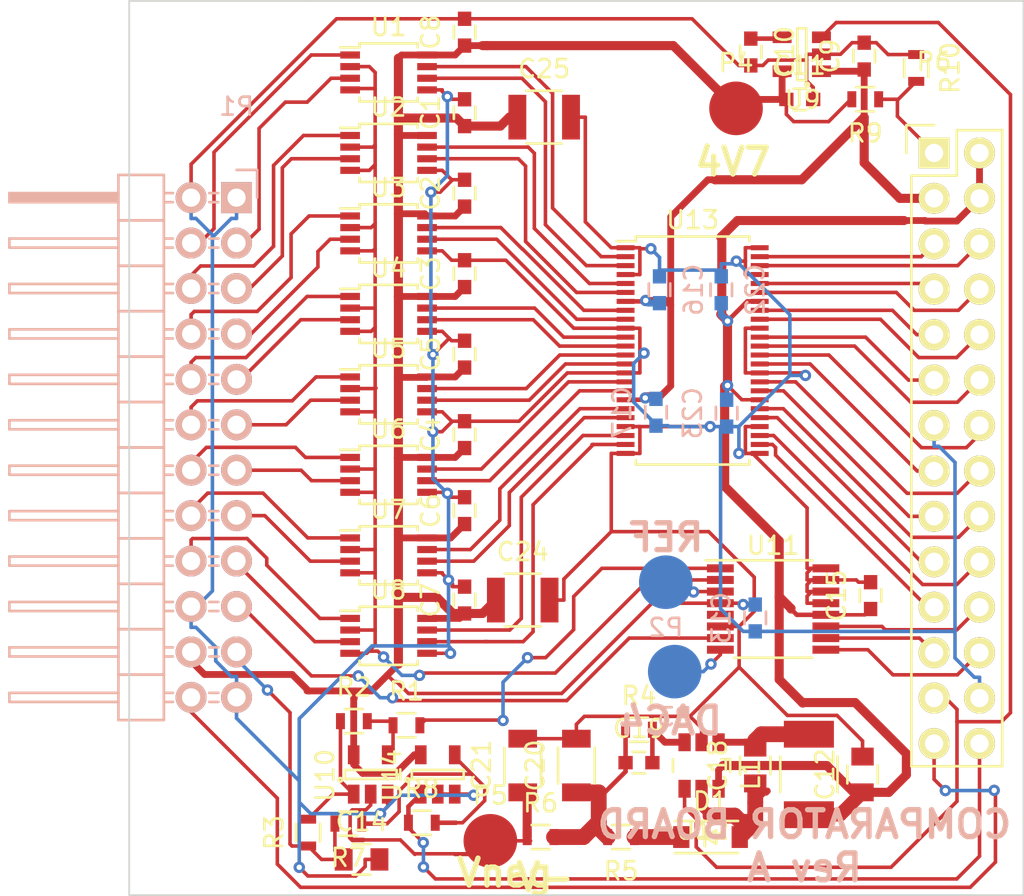
<source format=kicad_pcb>
(kicad_pcb (version 20171130) (host pcbnew "(5.1.12)-1")

  (general
    (thickness 1.6)
    (drawings 11)
    (tracks 918)
    (zones 0)
    (modules 57)
    (nets 77)
  )

  (page A4)
  (layers
    (0 F.Cu signal)
    (31 B.Cu signal)
    (32 B.Adhes user hide)
    (33 F.Adhes user hide)
    (34 B.Paste user hide)
    (35 F.Paste user hide)
    (36 B.SilkS user hide)
    (37 F.SilkS user hide)
    (38 B.Mask user hide)
    (39 F.Mask user hide)
    (40 Dwgs.User user hide)
    (41 Cmts.User user hide)
    (42 Eco1.User user hide)
    (43 Eco2.User user hide)
    (44 Edge.Cuts user)
    (45 Margin user hide)
    (46 B.CrtYd user hide)
    (47 F.CrtYd user hide)
    (48 B.Fab user hide)
    (49 F.Fab user hide)
  )

  (setup
    (last_trace_width 0.2)
    (user_trace_width 0.2)
    (user_trace_width 0.254)
    (user_trace_width 0.381)
    (user_trace_width 0.508)
    (user_trace_width 0.762)
    (user_trace_width 0.885)
    (trace_clearance 0.2)
    (zone_clearance 0.3)
    (zone_45_only no)
    (trace_min 0.2)
    (via_size 0.635)
    (via_drill 0.3)
    (via_min_size 0.635)
    (via_min_drill 0.3)
    (user_via 6 3.2)
    (uvia_size 0.508)
    (uvia_drill 0.127)
    (uvias_allowed no)
    (uvia_min_size 0.508)
    (uvia_min_drill 0.127)
    (edge_width 0.1)
    (segment_width 0.2)
    (pcb_text_width 0.3)
    (pcb_text_size 1.5 1.5)
    (mod_edge_width 0.15)
    (mod_text_size 1 1)
    (mod_text_width 0.15)
    (pad_size 1.5 1.5)
    (pad_drill 0.6)
    (pad_to_mask_clearance 0)
    (aux_axis_origin 0 0)
    (visible_elements 7FFFFFFF)
    (pcbplotparams
      (layerselection 0x010f0_80000001)
      (usegerberextensions true)
      (usegerberattributes true)
      (usegerberadvancedattributes true)
      (creategerberjobfile true)
      (excludeedgelayer true)
      (linewidth 0.100000)
      (plotframeref false)
      (viasonmask false)
      (mode 1)
      (useauxorigin false)
      (hpglpennumber 1)
      (hpglpenspeed 20)
      (hpglpendiameter 15.000000)
      (psnegative false)
      (psa4output false)
      (plotreference false)
      (plotvalue false)
      (plotinvisibletext false)
      (padsonsilk false)
      (subtractmaskfromsilk false)
      (outputformat 1)
      (mirror false)
      (drillshape 0)
      (scaleselection 1)
      (outputdirectory "out"))
  )

  (net 0 "")
  (net 1 +5VA)
  (net 2 GND)
  (net 3 +5V)
  (net 4 "Net-(C10-Pad1)")
  (net 5 +3V3)
  (net 6 Vbias)
  (net 7 "Net-(C18-Pad1)")
  (net 8 "Net-(C18-Pad2)")
  (net 9 "Net-(C19-Pad1)")
  (net 10 "Net-(C19-Pad2)")
  (net 11 Vneg)
  (net 12 "Net-(D1-Pad1)")
  (net 13 Vmid)
  (net 14 /AMP_9)
  (net 15 /AMP_10)
  (net 16 /AMP_6)
  (net 17 /AMP_2)
  (net 18 /AMP_13)
  (net 19 /AMP_5)
  (net 20 /AMP_14)
  (net 21 /AMP_1)
  (net 22 /AMP_8)
  (net 23 /AMP_4)
  (net 24 /AMP_3)
  (net 25 /AMP_7)
  (net 26 /AMP_12)
  (net 27 /AMP_11)
  (net 28 /AMP_16)
  (net 29 /AMP_15)
  (net 30 "Net-(P2-Pad1)")
  (net 31 "Net-(P3-Pad1)")
  (net 32 /OUT_1)
  (net 33 /OUT_2)
  (net 34 /OUT_3)
  (net 35 /OUT_4)
  (net 36 /OUT_5)
  (net 37 /OUT_6)
  (net 38 /OUT_7)
  (net 39 /OUT_8)
  (net 40 /OUT_9)
  (net 41 /OUT_10)
  (net 42 /OUT_11)
  (net 43 /OUT_12)
  (net 44 /OUT_13)
  (net 45 /OUT_14)
  (net 46 /OUT_15)
  (net 47 /OUT_16)
  (net 48 /DAC_Din)
  (net 49 /DAC_SCLK)
  (net 50 /DAC_~SYNC)
  (net 51 REG_EN)
  (net 52 "Net-(R1-Pad1)")
  (net 53 Vbias_SET)
  (net 54 "Net-(R2-Pad1)")
  (net 55 Vset)
  (net 56 /COMP_2)
  (net 57 /COMP_1)
  (net 58 /COMP_4)
  (net 59 /COMP_3)
  (net 60 /COMP_6)
  (net 61 /COMP_5)
  (net 62 /COMP_8)
  (net 63 /COMP_7)
  (net 64 /COMP_10)
  (net 65 /COMP_9)
  (net 66 /COMP_12)
  (net 67 /COMP_11)
  (net 68 /COMP_14)
  (net 69 /COMP_13)
  (net 70 /COMP_16)
  (net 71 /COMP_15)
  (net 72 "Net-(R7-Pad1)")
  (net 73 /Vb_MON)
  (net 74 /TEMPS)
  (net 75 /MON_5VA)
  (net 76 "Net-(U11-Pad5)")

  (net_class Default "This is the default net class."
    (clearance 0.2)
    (trace_width 0.2)
    (via_dia 0.635)
    (via_drill 0.3)
    (uvia_dia 0.508)
    (uvia_drill 0.127)
    (add_net +3V3)
    (add_net +5V)
    (add_net +5VA)
    (add_net /AMP_1)
    (add_net /AMP_10)
    (add_net /AMP_11)
    (add_net /AMP_12)
    (add_net /AMP_13)
    (add_net /AMP_14)
    (add_net /AMP_15)
    (add_net /AMP_16)
    (add_net /AMP_2)
    (add_net /AMP_3)
    (add_net /AMP_4)
    (add_net /AMP_5)
    (add_net /AMP_6)
    (add_net /AMP_7)
    (add_net /AMP_8)
    (add_net /AMP_9)
    (add_net /COMP_1)
    (add_net /COMP_10)
    (add_net /COMP_11)
    (add_net /COMP_12)
    (add_net /COMP_13)
    (add_net /COMP_14)
    (add_net /COMP_15)
    (add_net /COMP_16)
    (add_net /COMP_2)
    (add_net /COMP_3)
    (add_net /COMP_4)
    (add_net /COMP_5)
    (add_net /COMP_6)
    (add_net /COMP_7)
    (add_net /COMP_8)
    (add_net /COMP_9)
    (add_net /DAC_Din)
    (add_net /DAC_SCLK)
    (add_net /DAC_~SYNC)
    (add_net /MON_5VA)
    (add_net /OUT_1)
    (add_net /OUT_10)
    (add_net /OUT_11)
    (add_net /OUT_12)
    (add_net /OUT_13)
    (add_net /OUT_14)
    (add_net /OUT_15)
    (add_net /OUT_16)
    (add_net /OUT_2)
    (add_net /OUT_3)
    (add_net /OUT_4)
    (add_net /OUT_5)
    (add_net /OUT_6)
    (add_net /OUT_7)
    (add_net /OUT_8)
    (add_net /OUT_9)
    (add_net /TEMPS)
    (add_net /Vb_MON)
    (add_net GND)
    (add_net "Net-(C10-Pad1)")
    (add_net "Net-(C18-Pad1)")
    (add_net "Net-(C18-Pad2)")
    (add_net "Net-(C19-Pad1)")
    (add_net "Net-(C19-Pad2)")
    (add_net "Net-(D1-Pad1)")
    (add_net "Net-(P2-Pad1)")
    (add_net "Net-(P3-Pad1)")
    (add_net "Net-(R1-Pad1)")
    (add_net "Net-(R2-Pad1)")
    (add_net "Net-(R7-Pad1)")
    (add_net "Net-(U11-Pad5)")
    (add_net REG_EN)
    (add_net Vbias)
    (add_net Vbias_SET)
    (add_net Vmid)
    (add_net Vneg)
    (add_net Vset)
  )

  (module Capacitors_SMD:C_0603 (layer F.Cu) (tedit 5415D631) (tstamp 55781680)
    (at 78.75 56.25 90)
    (descr "Capacitor SMD 0603, reflow soldering, AVX (see smccp.pdf)")
    (tags "capacitor 0603")
    (path /55797D38)
    (attr smd)
    (fp_text reference C1 (at 0 -1.9 90) (layer F.SilkS)
      (effects (font (size 1 1) (thickness 0.15)))
    )
    (fp_text value 1u (at 0 1.9 90) (layer F.Fab)
      (effects (font (size 1 1) (thickness 0.15)))
    )
    (fp_line (start -1.45 -0.75) (end 1.45 -0.75) (layer F.CrtYd) (width 0.05))
    (fp_line (start -1.45 0.75) (end 1.45 0.75) (layer F.CrtYd) (width 0.05))
    (fp_line (start -1.45 -0.75) (end -1.45 0.75) (layer F.CrtYd) (width 0.05))
    (fp_line (start 1.45 -0.75) (end 1.45 0.75) (layer F.CrtYd) (width 0.05))
    (fp_line (start -0.35 -0.6) (end 0.35 -0.6) (layer F.SilkS) (width 0.15))
    (fp_line (start 0.35 0.6) (end -0.35 0.6) (layer F.SilkS) (width 0.15))
    (pad 1 smd rect (at -0.75 0 90) (size 0.8 0.75) (layers F.Cu F.Paste F.Mask)
      (net 1 +5VA))
    (pad 2 smd rect (at 0.75 0 90) (size 0.8 0.75) (layers F.Cu F.Paste F.Mask)
      (net 2 GND))
    (model Capacitors_SMD.3dshapes/C_0603.wrl
      (at (xyz 0 0 0))
      (scale (xyz 1 1 1))
      (rotate (xyz 0 0 0))
    )
  )

  (module Capacitors_SMD:C_0603 (layer F.Cu) (tedit 5415D631) (tstamp 5578168C)
    (at 78.75 60.75 90)
    (descr "Capacitor SMD 0603, reflow soldering, AVX (see smccp.pdf)")
    (tags "capacitor 0603")
    (path /5579836C)
    (attr smd)
    (fp_text reference C2 (at 0 -1.9 90) (layer F.SilkS)
      (effects (font (size 1 1) (thickness 0.15)))
    )
    (fp_text value 1u (at 0 1.9 90) (layer F.Fab)
      (effects (font (size 1 1) (thickness 0.15)))
    )
    (fp_line (start -1.45 -0.75) (end 1.45 -0.75) (layer F.CrtYd) (width 0.05))
    (fp_line (start -1.45 0.75) (end 1.45 0.75) (layer F.CrtYd) (width 0.05))
    (fp_line (start -1.45 -0.75) (end -1.45 0.75) (layer F.CrtYd) (width 0.05))
    (fp_line (start 1.45 -0.75) (end 1.45 0.75) (layer F.CrtYd) (width 0.05))
    (fp_line (start -0.35 -0.6) (end 0.35 -0.6) (layer F.SilkS) (width 0.15))
    (fp_line (start 0.35 0.6) (end -0.35 0.6) (layer F.SilkS) (width 0.15))
    (pad 1 smd rect (at -0.75 0 90) (size 0.8 0.75) (layers F.Cu F.Paste F.Mask)
      (net 1 +5VA))
    (pad 2 smd rect (at 0.75 0 90) (size 0.8 0.75) (layers F.Cu F.Paste F.Mask)
      (net 2 GND))
    (model Capacitors_SMD.3dshapes/C_0603.wrl
      (at (xyz 0 0 0))
      (scale (xyz 1 1 1))
      (rotate (xyz 0 0 0))
    )
  )

  (module Capacitors_SMD:C_0603 (layer F.Cu) (tedit 5415D631) (tstamp 55781698)
    (at 78.75 65.25 90)
    (descr "Capacitor SMD 0603, reflow soldering, AVX (see smccp.pdf)")
    (tags "capacitor 0603")
    (path /557983C6)
    (attr smd)
    (fp_text reference C3 (at 0 -1.9 90) (layer F.SilkS)
      (effects (font (size 1 1) (thickness 0.15)))
    )
    (fp_text value 1u (at 0 1.9 90) (layer F.Fab)
      (effects (font (size 1 1) (thickness 0.15)))
    )
    (fp_line (start -1.45 -0.75) (end 1.45 -0.75) (layer F.CrtYd) (width 0.05))
    (fp_line (start -1.45 0.75) (end 1.45 0.75) (layer F.CrtYd) (width 0.05))
    (fp_line (start -1.45 -0.75) (end -1.45 0.75) (layer F.CrtYd) (width 0.05))
    (fp_line (start 1.45 -0.75) (end 1.45 0.75) (layer F.CrtYd) (width 0.05))
    (fp_line (start -0.35 -0.6) (end 0.35 -0.6) (layer F.SilkS) (width 0.15))
    (fp_line (start 0.35 0.6) (end -0.35 0.6) (layer F.SilkS) (width 0.15))
    (pad 1 smd rect (at -0.75 0 90) (size 0.8 0.75) (layers F.Cu F.Paste F.Mask)
      (net 1 +5VA))
    (pad 2 smd rect (at 0.75 0 90) (size 0.8 0.75) (layers F.Cu F.Paste F.Mask)
      (net 2 GND))
    (model Capacitors_SMD.3dshapes/C_0603.wrl
      (at (xyz 0 0 0))
      (scale (xyz 1 1 1))
      (rotate (xyz 0 0 0))
    )
  )

  (module Capacitors_SMD:C_0603 (layer F.Cu) (tedit 5415D631) (tstamp 557816A4)
    (at 78.75 74.25 90)
    (descr "Capacitor SMD 0603, reflow soldering, AVX (see smccp.pdf)")
    (tags "capacitor 0603")
    (path /55798411)
    (attr smd)
    (fp_text reference C4 (at 0 -1.9 90) (layer F.SilkS)
      (effects (font (size 1 1) (thickness 0.15)))
    )
    (fp_text value 1u (at 0 1.9 90) (layer F.Fab)
      (effects (font (size 1 1) (thickness 0.15)))
    )
    (fp_line (start -1.45 -0.75) (end 1.45 -0.75) (layer F.CrtYd) (width 0.05))
    (fp_line (start -1.45 0.75) (end 1.45 0.75) (layer F.CrtYd) (width 0.05))
    (fp_line (start -1.45 -0.75) (end -1.45 0.75) (layer F.CrtYd) (width 0.05))
    (fp_line (start 1.45 -0.75) (end 1.45 0.75) (layer F.CrtYd) (width 0.05))
    (fp_line (start -0.35 -0.6) (end 0.35 -0.6) (layer F.SilkS) (width 0.15))
    (fp_line (start 0.35 0.6) (end -0.35 0.6) (layer F.SilkS) (width 0.15))
    (pad 1 smd rect (at -0.75 0 90) (size 0.8 0.75) (layers F.Cu F.Paste F.Mask)
      (net 1 +5VA))
    (pad 2 smd rect (at 0.75 0 90) (size 0.8 0.75) (layers F.Cu F.Paste F.Mask)
      (net 2 GND))
    (model Capacitors_SMD.3dshapes/C_0603.wrl
      (at (xyz 0 0 0))
      (scale (xyz 1 1 1))
      (rotate (xyz 0 0 0))
    )
  )

  (module Capacitors_SMD:C_0603 (layer F.Cu) (tedit 5415D631) (tstamp 557816B0)
    (at 78.75 69.75 90)
    (descr "Capacitor SMD 0603, reflow soldering, AVX (see smccp.pdf)")
    (tags "capacitor 0603")
    (path /55798459)
    (attr smd)
    (fp_text reference C5 (at 0 -1.9 90) (layer F.SilkS)
      (effects (font (size 1 1) (thickness 0.15)))
    )
    (fp_text value 1u (at 0 1.9 90) (layer F.Fab)
      (effects (font (size 1 1) (thickness 0.15)))
    )
    (fp_line (start -1.45 -0.75) (end 1.45 -0.75) (layer F.CrtYd) (width 0.05))
    (fp_line (start -1.45 0.75) (end 1.45 0.75) (layer F.CrtYd) (width 0.05))
    (fp_line (start -1.45 -0.75) (end -1.45 0.75) (layer F.CrtYd) (width 0.05))
    (fp_line (start 1.45 -0.75) (end 1.45 0.75) (layer F.CrtYd) (width 0.05))
    (fp_line (start -0.35 -0.6) (end 0.35 -0.6) (layer F.SilkS) (width 0.15))
    (fp_line (start 0.35 0.6) (end -0.35 0.6) (layer F.SilkS) (width 0.15))
    (pad 1 smd rect (at -0.75 0 90) (size 0.8 0.75) (layers F.Cu F.Paste F.Mask)
      (net 1 +5VA))
    (pad 2 smd rect (at 0.75 0 90) (size 0.8 0.75) (layers F.Cu F.Paste F.Mask)
      (net 2 GND))
    (model Capacitors_SMD.3dshapes/C_0603.wrl
      (at (xyz 0 0 0))
      (scale (xyz 1 1 1))
      (rotate (xyz 0 0 0))
    )
  )

  (module Capacitors_SMD:C_0603 (layer F.Cu) (tedit 5415D631) (tstamp 557816BC)
    (at 78.75 78.5 90)
    (descr "Capacitor SMD 0603, reflow soldering, AVX (see smccp.pdf)")
    (tags "capacitor 0603")
    (path /557984A2)
    (attr smd)
    (fp_text reference C6 (at 0 -1.9 90) (layer F.SilkS)
      (effects (font (size 1 1) (thickness 0.15)))
    )
    (fp_text value 1u (at 0 1.9 90) (layer F.Fab)
      (effects (font (size 1 1) (thickness 0.15)))
    )
    (fp_line (start -1.45 -0.75) (end 1.45 -0.75) (layer F.CrtYd) (width 0.05))
    (fp_line (start -1.45 0.75) (end 1.45 0.75) (layer F.CrtYd) (width 0.05))
    (fp_line (start -1.45 -0.75) (end -1.45 0.75) (layer F.CrtYd) (width 0.05))
    (fp_line (start 1.45 -0.75) (end 1.45 0.75) (layer F.CrtYd) (width 0.05))
    (fp_line (start -0.35 -0.6) (end 0.35 -0.6) (layer F.SilkS) (width 0.15))
    (fp_line (start 0.35 0.6) (end -0.35 0.6) (layer F.SilkS) (width 0.15))
    (pad 1 smd rect (at -0.75 0 90) (size 0.8 0.75) (layers F.Cu F.Paste F.Mask)
      (net 1 +5VA))
    (pad 2 smd rect (at 0.75 0 90) (size 0.8 0.75) (layers F.Cu F.Paste F.Mask)
      (net 2 GND))
    (model Capacitors_SMD.3dshapes/C_0603.wrl
      (at (xyz 0 0 0))
      (scale (xyz 1 1 1))
      (rotate (xyz 0 0 0))
    )
  )

  (module Capacitors_SMD:C_0603 (layer F.Cu) (tedit 5415D631) (tstamp 557816C8)
    (at 78.75 83.5 90)
    (descr "Capacitor SMD 0603, reflow soldering, AVX (see smccp.pdf)")
    (tags "capacitor 0603")
    (path /557984EC)
    (attr smd)
    (fp_text reference C7 (at 0 -1.9 90) (layer F.SilkS)
      (effects (font (size 1 1) (thickness 0.15)))
    )
    (fp_text value 1u (at 0 1.9 90) (layer F.Fab)
      (effects (font (size 1 1) (thickness 0.15)))
    )
    (fp_line (start -1.45 -0.75) (end 1.45 -0.75) (layer F.CrtYd) (width 0.05))
    (fp_line (start -1.45 0.75) (end 1.45 0.75) (layer F.CrtYd) (width 0.05))
    (fp_line (start -1.45 -0.75) (end -1.45 0.75) (layer F.CrtYd) (width 0.05))
    (fp_line (start 1.45 -0.75) (end 1.45 0.75) (layer F.CrtYd) (width 0.05))
    (fp_line (start -0.35 -0.6) (end 0.35 -0.6) (layer F.SilkS) (width 0.15))
    (fp_line (start 0.35 0.6) (end -0.35 0.6) (layer F.SilkS) (width 0.15))
    (pad 1 smd rect (at -0.75 0 90) (size 0.8 0.75) (layers F.Cu F.Paste F.Mask)
      (net 1 +5VA))
    (pad 2 smd rect (at 0.75 0 90) (size 0.8 0.75) (layers F.Cu F.Paste F.Mask)
      (net 2 GND))
    (model Capacitors_SMD.3dshapes/C_0603.wrl
      (at (xyz 0 0 0))
      (scale (xyz 1 1 1))
      (rotate (xyz 0 0 0))
    )
  )

  (module Capacitors_SMD:C_0603 (layer F.Cu) (tedit 5415D631) (tstamp 557816D4)
    (at 78.75 51.75 90)
    (descr "Capacitor SMD 0603, reflow soldering, AVX (see smccp.pdf)")
    (tags "capacitor 0603")
    (path /55798537)
    (attr smd)
    (fp_text reference C8 (at 0 -1.9 90) (layer F.SilkS)
      (effects (font (size 1 1) (thickness 0.15)))
    )
    (fp_text value 1u (at 0 1.9 90) (layer F.Fab)
      (effects (font (size 1 1) (thickness 0.15)))
    )
    (fp_line (start -1.45 -0.75) (end 1.45 -0.75) (layer F.CrtYd) (width 0.05))
    (fp_line (start -1.45 0.75) (end 1.45 0.75) (layer F.CrtYd) (width 0.05))
    (fp_line (start -1.45 -0.75) (end -1.45 0.75) (layer F.CrtYd) (width 0.05))
    (fp_line (start 1.45 -0.75) (end 1.45 0.75) (layer F.CrtYd) (width 0.05))
    (fp_line (start -0.35 -0.6) (end 0.35 -0.6) (layer F.SilkS) (width 0.15))
    (fp_line (start 0.35 0.6) (end -0.35 0.6) (layer F.SilkS) (width 0.15))
    (pad 1 smd rect (at -0.75 0 90) (size 0.8 0.75) (layers F.Cu F.Paste F.Mask)
      (net 1 +5VA))
    (pad 2 smd rect (at 0.75 0 90) (size 0.8 0.75) (layers F.Cu F.Paste F.Mask)
      (net 2 GND))
    (model Capacitors_SMD.3dshapes/C_0603.wrl
      (at (xyz 0 0 0))
      (scale (xyz 1 1 1))
      (rotate (xyz 0 0 0))
    )
  )

  (module Capacitors_SMD:C_0603 (layer F.Cu) (tedit 5415D631) (tstamp 557816)
    (at 101.092 53.086 90)
    (descr "Capacitor SMD 0603, reflow soldering, AVX (see smccp.pdf)")
    (tags "capacitor 0603")
    (path /557852FC)
    (attr smd)
    (fp_text reference C9 (at 0 -1.9 90) (layer F.SilkS)
      (effects (font (size 1 1) (thickness 0.15)))
    )
    (fp_text value 1u (at 0 1.9 90) (layer F.Fab)
      (effects (font (size 1 1) (thickness 0.15)))
    )
    (fp_line (start -1.45 -0.75) (end 1.45 -0.75) (layer F.CrtYd) (width 0.05))
    (fp_line (start -1.45 0.75) (end 1.45 0.75) (layer F.CrtYd) (width 0.05))
    (fp_line (start -1.45 -0.75) (end -1.45 0.75) (layer F.CrtYd) (width 0.05))
    (fp_line (start 1.45 -0.75) (end 1.45 0.75) (layer F.CrtYd) (width 0.05))
    (fp_line (start -0.35 -0.6) (end 0.35 -0.6) (layer F.SilkS) (width 0.15))
    (fp_line (start 0.35 0.6) (end -0.35 0.6) (layer F.SilkS) (width 0.15))
    (pad 1 smd rect (at -0.75 0 90) (size 0.8 0.75) (layers F.Cu F.Paste F.Mask)
      (net 3 +5V))
    (pad 2 smd rect (at 0.75 0 90) (size 0.8 0.75) (layers F.Cu F.Paste F.Mask)
      (net 2 GND))
    (model Capacitors_SMD.3dshapes/C_0603.wrl
      (at (xyz 0 0 0))
      (scale (xyz 1 1 1))
      (rotate (xyz 0 0 0))
    )
  )

  (module Capacitors_SMD:C_0603 (layer F.Cu) (tedit 5415D631) (tstamp 557816EC)
    (at 94.752 52.859 270)
    (descr "Capacitor SMD 0603, reflow soldering, AVX (see smccp.pdf)")
    (tags "capacitor 0603")
    (path /55785864)
    (attr smd)
    (fp_text reference C10 (at 0 -1.9 270) (layer F.SilkS)
      (effects (font (size 1 1) (thickness 0.15)))
    )
    (fp_text value 10n (at 0 1.9 270) (layer F.Fab)
      (effects (font (size 1 1) (thickness 0.15)))
    )
    (fp_line (start -1.45 -0.75) (end 1.45 -0.75) (layer F.CrtYd) (width 0.05))
    (fp_line (start -1.45 0.75) (end 1.45 0.75) (layer F.CrtYd) (width 0.05))
    (fp_line (start -1.45 -0.75) (end -1.45 0.75) (layer F.CrtYd) (width 0.05))
    (fp_line (start 1.45 -0.75) (end 1.45 0.75) (layer F.CrtYd) (width 0.05))
    (fp_line (start -0.35 -0.6) (end 0.35 -0.6) (layer F.SilkS) (width 0.15))
    (fp_line (start 0.35 0.6) (end -0.35 0.6) (layer F.SilkS) (width 0.15))
    (pad 1 smd rect (at -0.75 0 270) (size 0.8 0.75) (layers F.Cu F.Paste F.Mask)
      (net 4 "Net-(C10-Pad1)"))
    (pad 2 smd rect (at 0.75 0 270) (size 0.8 0.75) (layers F.Cu F.Paste F.Mask)
      (net 2 GND))
    (model Capacitors_SMD.3dshapes/C_0603.wrl
      (at (xyz 0 0 0))
      (scale (xyz 1 1 1))
      (rotate (xyz 0 0 0))
    )
  )

  (module Capacitors_SMD:C_0603 (layer F.Cu) (tedit 5415D631) (tstamp 557816F8)
    (at 97.49 55.51)
    (descr "Capacitor SMD 0603, reflow soldering, AVX (see smccp.pdf)")
    (tags "capacitor 0603")
    (path /557858E7)
    (attr smd)
    (fp_text reference C11 (at 0 -1.9) (layer F.SilkS)
      (effects (font (size 1 1) (thickness 0.15)))
    )
    (fp_text value 1u (at 0 1.9) (layer F.Fab)
      (effects (font (size 1 1) (thickness 0.15)))
    )
    (fp_line (start -1.45 -0.75) (end 1.45 -0.75) (layer F.CrtYd) (width 0.05))
    (fp_line (start -1.45 0.75) (end 1.45 0.75) (layer F.CrtYd) (width 0.05))
    (fp_line (start -1.45 -0.75) (end -1.45 0.75) (layer F.CrtYd) (width 0.05))
    (fp_line (start 1.45 -0.75) (end 1.45 0.75) (layer F.CrtYd) (width 0.05))
    (fp_line (start -0.35 -0.6) (end 0.35 -0.6) (layer F.SilkS) (width 0.15))
    (fp_line (start 0.35 0.6) (end -0.35 0.6) (layer F.SilkS) (width 0.15))
    (pad 1 smd rect (at -0.75 0) (size 0.8 0.75) (layers F.Cu F.Paste F.Mask)
      (net 1 +5VA))
    (pad 2 smd rect (at 0.75 0) (size 0.8 0.75) (layers F.Cu F.Paste F.Mask)
      (net 2 GND))
    (model Capacitors_SMD.3dshapes/C_0603.wrl
      (at (xyz 0 0 0))
      (scale (xyz 1 1 1))
      (rotate (xyz 0 0 0))
    )
  )

  (module Capacitors_SMD:C_0805 (layer F.Cu) (tedit 5415D6EA) (tstamp 557836AC)
    (at 101 93.25 90)
    (descr "Capacitor SMD 0805, reflow soldering, AVX (see smccp.pdf)")
    (tags "capacitor 0805")
    (path /55780A17)
    (attr smd)
    (fp_text reference C12 (at 0 -2.1 90) (layer F.SilkS)
      (effects (font (size 1 1) (thickness 0.15)))
    )
    (fp_text value 4.7u (at 0 2.1 90) (layer F.Fab)
      (effects (font (size 1 1) (thickness 0.15)))
    )
    (fp_line (start -1.8 -1) (end 1.8 -1) (layer F.CrtYd) (width 0.05))
    (fp_line (start -1.8 1) (end 1.8 1) (layer F.CrtYd) (width 0.05))
    (fp_line (start -1.8 -1) (end -1.8 1) (layer F.CrtYd) (width 0.05))
    (fp_line (start 1.8 -1) (end 1.8 1) (layer F.CrtYd) (width 0.05))
    (fp_line (start 0.5 -0.85) (end -0.5 -0.85) (layer F.SilkS) (width 0.15))
    (fp_line (start -0.5 0.85) (end 0.5 0.85) (layer F.SilkS) (width 0.15))
    (pad 1 smd rect (at -1 0 90) (size 1 1.25) (layers F.Cu F.Paste F.Mask)
      (net 5 +3V3))
    (pad 2 smd rect (at 1 0 90) (size 1 1.25) (layers F.Cu F.Paste F.Mask)
      (net 2 GND))
    (model Capacitors_SMD.3dshapes/C_0805.wrl
      (at (xyz 0 0 0))
      (scale (xyz 1 1 1))
      (rotate (xyz 0 0 0))
    )
  )

  (module Capacitors_SMD:C_0603 (layer B.Cu) (tedit 5415D631) (tstamp 55781710)
    (at 95 84.5 270)
    (descr "Capacitor SMD 0603, reflow soldering, AVX (see smccp.pdf)")
    (tags "capacitor 0603")
    (path /55788DE0)
    (attr smd)
    (fp_text reference C13 (at 0 1.9 270) (layer B.SilkS)
      (effects (font (size 1 1) (thickness 0.15)) (justify mirror))
    )
    (fp_text value 1u (at 0 -1.9 270) (layer B.Fab)
      (effects (font (size 1 1) (thickness 0.15)) (justify mirror))
    )
    (fp_line (start -1.45 0.75) (end 1.45 0.75) (layer B.CrtYd) (width 0.05))
    (fp_line (start -1.45 -0.75) (end 1.45 -0.75) (layer B.CrtYd) (width 0.05))
    (fp_line (start -1.45 0.75) (end -1.45 -0.75) (layer B.CrtYd) (width 0.05))
    (fp_line (start 1.45 0.75) (end 1.45 -0.75) (layer B.CrtYd) (width 0.05))
    (fp_line (start -0.35 0.6) (end 0.35 0.6) (layer B.SilkS) (width 0.15))
    (fp_line (start 0.35 -0.6) (end -0.35 -0.6) (layer B.SilkS) (width 0.15))
    (pad 1 smd rect (at -0.75 0 270) (size 0.8 0.75) (layers B.Cu B.Paste B.Mask)
      (net 1 +5VA))
    (pad 2 smd rect (at 0.75 0 270) (size 0.8 0.75) (layers B.Cu B.Paste B.Mask)
      (net 2 GND))
    (model Capacitors_SMD.3dshapes/C_0603.wrl
      (at (xyz 0 0 0))
      (scale (xyz 1 1 1))
      (rotate (xyz 0 0 0))
    )
  )

  (module Capacitors_SMD:C_0805 (layer F.Cu) (tedit 5415D6EA) (tstamp 5578171C)
    (at 72.99 98)
    (descr "Capacitor SMD 0805, reflow soldering, AVX (see smccp.pdf)")
    (tags "capacitor 0805")
    (path /55775FF9)
    (attr smd)
    (fp_text reference C14 (at 0 -2.1) (layer F.SilkS)
      (effects (font (size 1 1) (thickness 0.15)))
    )
    (fp_text value 0.1u (at 0 2.1) (layer F.Fab)
      (effects (font (size 1 1) (thickness 0.15)))
    )
    (fp_line (start -1.8 -1) (end 1.8 -1) (layer F.CrtYd) (width 0.05))
    (fp_line (start -1.8 1) (end 1.8 1) (layer F.CrtYd) (width 0.05))
    (fp_line (start -1.8 -1) (end -1.8 1) (layer F.CrtYd) (width 0.05))
    (fp_line (start 1.8 -1) (end 1.8 1) (layer F.CrtYd) (width 0.05))
    (fp_line (start 0.5 -0.85) (end -0.5 -0.85) (layer F.SilkS) (width 0.15))
    (fp_line (start -0.5 0.85) (end 0.5 0.85) (layer F.SilkS) (width 0.15))
    (pad 1 smd rect (at -1 0) (size 1 1.25) (layers F.Cu F.Paste F.Mask)
      (net 6 Vbias))
    (pad 2 smd rect (at 1 0) (size 1 1.25) (layers F.Cu F.Paste F.Mask)
      (net 2 GND))
    (model Capacitors_SMD.3dshapes/C_0805.wrl
      (at (xyz 0 0 0))
      (scale (xyz 1 1 1))
      (rotate (xyz 0 0 0))
    )
  )

  (module Capacitors_SMD:C_0603 (layer F.Cu) (tedit 5415D631) (tstamp 55781728)
    (at 101.45 83.25 90)
    (descr "Capacitor SMD 0603, reflow soldering, AVX (see smccp.pdf)")
    (tags "capacitor 0603")
    (path /55788E22)
    (attr smd)
    (fp_text reference C15 (at 0 -1.9 90) (layer F.SilkS)
      (effects (font (size 1 1) (thickness 0.15)))
    )
    (fp_text value 1u (at 0 1.9 90) (layer F.Fab)
      (effects (font (size 1 1) (thickness 0.15)))
    )
    (fp_line (start -1.45 -0.75) (end 1.45 -0.75) (layer F.CrtYd) (width 0.05))
    (fp_line (start -1.45 0.75) (end 1.45 0.75) (layer F.CrtYd) (width 0.05))
    (fp_line (start -1.45 -0.75) (end -1.45 0.75) (layer F.CrtYd) (width 0.05))
    (fp_line (start 1.45 -0.75) (end 1.45 0.75) (layer F.CrtYd) (width 0.05))
    (fp_line (start -0.35 -0.6) (end 0.35 -0.6) (layer F.SilkS) (width 0.15))
    (fp_line (start 0.35 0.6) (end -0.35 0.6) (layer F.SilkS) (width 0.15))
    (pad 1 smd rect (at -0.75 0 90) (size 0.8 0.75) (layers F.Cu F.Paste F.Mask)
      (net 5 +3V3))
    (pad 2 smd rect (at 0.75 0 90) (size 0.8 0.75) (layers F.Cu F.Paste F.Mask)
      (net 2 GND))
    (model Capacitors_SMD.3dshapes/C_0603.wrl
      (at (xyz 0 0 0))
      (scale (xyz 1 1 1))
      (rotate (xyz 0 0 0))
    )
  )

  (module Capacitors_SMD:C_0603 (layer B.Cu) (tedit 5415D631) (tstamp 55781734)
    (at 89.65 66.15 90)
    (descr "Capacitor SMD 0603, reflow soldering, AVX (see smccp.pdf)")
    (tags "capacitor 0603")
    (path /5579A94B)
    (attr smd)
    (fp_text reference C16 (at 0 1.9 90) (layer B.SilkS)
      (effects (font (size 1 1) (thickness 0.15)) (justify mirror))
    )
    (fp_text value 1u (at 0 -1.9 90) (layer B.Fab)
      (effects (font (size 1 1) (thickness 0.15)) (justify mirror))
    )
    (fp_line (start -1.45 0.75) (end 1.45 0.75) (layer B.CrtYd) (width 0.05))
    (fp_line (start -1.45 -0.75) (end 1.45 -0.75) (layer B.CrtYd) (width 0.05))
    (fp_line (start -1.45 0.75) (end -1.45 -0.75) (layer B.CrtYd) (width 0.05))
    (fp_line (start 1.45 0.75) (end 1.45 -0.75) (layer B.CrtYd) (width 0.05))
    (fp_line (start -0.35 0.6) (end 0.35 0.6) (layer B.SilkS) (width 0.15))
    (fp_line (start 0.35 -0.6) (end -0.35 -0.6) (layer B.SilkS) (width 0.15))
    (pad 1 smd rect (at -0.75 0 90) (size 0.8 0.75) (layers B.Cu B.Paste B.Mask)
      (net 3 +5V))
    (pad 2 smd rect (at 0.75 0 90) (size 0.8 0.75) (layers B.Cu B.Paste B.Mask)
      (net 2 GND))
    (model Capacitors_SMD.3dshapes/C_0603.wrl
      (at (xyz 0 0 0))
      (scale (xyz 1 1 1))
      (rotate (xyz 0 0 0))
    )
  )

  (module Capacitors_SMD:C_0603 (layer B.Cu) (tedit 5415D631) (tstamp 55781740)
    (at 89.45 73 270)
    (descr "Capacitor SMD 0603, reflow soldering, AVX (see smccp.pdf)")
    (tags "capacitor 0603")
    (path /5579B14B)
    (attr smd)
    (fp_text reference C17 (at 0 1.9 270) (layer B.SilkS)
      (effects (font (size 1 1) (thickness 0.15)) (justify mirror))
    )
    (fp_text value 1u (at 0 -1.9 270) (layer B.Fab)
      (effects (font (size 1 1) (thickness 0.15)) (justify mirror))
    )
    (fp_line (start -1.45 0.75) (end 1.45 0.75) (layer B.CrtYd) (width 0.05))
    (fp_line (start -1.45 -0.75) (end 1.45 -0.75) (layer B.CrtYd) (width 0.05))
    (fp_line (start -1.45 0.75) (end -1.45 -0.75) (layer B.CrtYd) (width 0.05))
    (fp_line (start 1.45 0.75) (end 1.45 -0.75) (layer B.CrtYd) (width 0.05))
    (fp_line (start -0.35 0.6) (end 0.35 0.6) (layer B.SilkS) (width 0.15))
    (fp_line (start 0.35 -0.6) (end -0.35 -0.6) (layer B.SilkS) (width 0.15))
    (pad 1 smd rect (at -0.75 0 270) (size 0.8 0.75) (layers B.Cu B.Paste B.Mask)
      (net 3 +5V))
    (pad 2 smd rect (at 0.75 0 270) (size 0.8 0.75) (layers B.Cu B.Paste B.Mask)
      (net 2 GND))
    (model Capacitors_SMD.3dshapes/C_0603.wrl
      (at (xyz 0 0 0))
      (scale (xyz 1 1 1))
      (rotate (xyz 0 0 0))
    )
  )

  (module Capacitors_SMD:C_0805 (layer F.Cu) (tedit 5415D6EA) (tstamp 5578174C)
    (at 95 92.75 90)
    (descr "Capacitor SMD 0805, reflow soldering, AVX (see smccp.pdf)")
    (tags "capacitor 0805")
    (path /55780ECA)
    (attr smd)
    (fp_text reference C18 (at 0 -2.1 90) (layer F.SilkS)
      (effects (font (size 1 1) (thickness 0.15)))
    )
    (fp_text value 0.1u (at 0 2.1 90) (layer F.Fab)
      (effects (font (size 1 1) (thickness 0.15)))
    )
    (fp_line (start -1.8 -1) (end 1.8 -1) (layer F.CrtYd) (width 0.05))
    (fp_line (start -1.8 1) (end 1.8 1) (layer F.CrtYd) (width 0.05))
    (fp_line (start -1.8 -1) (end -1.8 1) (layer F.CrtYd) (width 0.05))
    (fp_line (start 1.8 -1) (end 1.8 1) (layer F.CrtYd) (width 0.05))
    (fp_line (start 0.5 -0.85) (end -0.5 -0.85) (layer F.SilkS) (width 0.15))
    (fp_line (start -0.5 0.85) (end 0.5 0.85) (layer F.SilkS) (width 0.15))
    (pad 1 smd rect (at -1 0 90) (size 1 1.25) (layers F.Cu F.Paste F.Mask)
      (net 7 "Net-(C18-Pad1)"))
    (pad 2 smd rect (at 1 0 90) (size 1 1.25) (layers F.Cu F.Paste F.Mask)
      (net 8 "Net-(C18-Pad2)"))
    (model Capacitors_SMD.3dshapes/C_0805.wrl
      (at (xyz 0 0 0))
      (scale (xyz 1 1 1))
      (rotate (xyz 0 0 0))
    )
  )

  (module Capacitors_SMD:C_0603 (layer F.Cu) (tedit 5415D631) (tstamp 55781758)
    (at 88.5 92.59)
    (descr "Capacitor SMD 0603, reflow soldering, AVX (see smccp.pdf)")
    (tags "capacitor 0603")
    (path /557817A9)
    (attr smd)
    (fp_text reference C19 (at 0 -1.9) (layer F.SilkS)
      (effects (font (size 1 1) (thickness 0.15)))
    )
    (fp_text value 5p (at 0 1.9) (layer F.Fab)
      (effects (font (size 1 1) (thickness 0.15)))
    )
    (fp_line (start -1.45 -0.75) (end 1.45 -0.75) (layer F.CrtYd) (width 0.05))
    (fp_line (start -1.45 0.75) (end 1.45 0.75) (layer F.CrtYd) (width 0.05))
    (fp_line (start -1.45 -0.75) (end -1.45 0.75) (layer F.CrtYd) (width 0.05))
    (fp_line (start 1.45 -0.75) (end 1.45 0.75) (layer F.CrtYd) (width 0.05))
    (fp_line (start -0.35 -0.6) (end 0.35 -0.6) (layer F.SilkS) (width 0.15))
    (fp_line (start 0.35 0.6) (end -0.35 0.6) (layer F.SilkS) (width 0.15))
    (pad 1 smd rect (at -0.75 0) (size 0.8 0.75) (layers F.Cu F.Paste F.Mask)
      (net 9 "Net-(C19-Pad1)"))
    (pad 2 smd rect (at 0.75 0) (size 0.8 0.75) (layers F.Cu F.Paste F.Mask)
      (net 10 "Net-(C19-Pad2)"))
    (model Capacitors_SMD.3dshapes/C_0603.wrl
      (at (xyz 0 0 0))
      (scale (xyz 1 1 1))
      (rotate (xyz 0 0 0))
    )
  )

  (module Capacitors_SMD:C_1206 (layer F.Cu) (tedit 5415D7BD) (tstamp 55781764)
    (at 85 92.75 90)
    (descr "Capacitor SMD 1206, reflow soldering, AVX (see smccp.pdf)")
    (tags "capacitor 1206")
    (path /55781CCA)
    (attr smd)
    (fp_text reference C20 (at 0 -2.3 90) (layer F.SilkS)
      (effects (font (size 1 1) (thickness 0.15)))
    )
    (fp_text value 1u (at 0 2.3 90) (layer F.Fab)
      (effects (font (size 1 1) (thickness 0.15)))
    )
    (fp_line (start -2.3 -1.15) (end 2.3 -1.15) (layer F.CrtYd) (width 0.05))
    (fp_line (start -2.3 1.15) (end 2.3 1.15) (layer F.CrtYd) (width 0.05))
    (fp_line (start -2.3 -1.15) (end -2.3 1.15) (layer F.CrtYd) (width 0.05))
    (fp_line (start 2.3 -1.15) (end 2.3 1.15) (layer F.CrtYd) (width 0.05))
    (fp_line (start 1 -1.025) (end -1 -1.025) (layer F.SilkS) (width 0.15))
    (fp_line (start -1 1.025) (end 1 1.025) (layer F.SilkS) (width 0.15))
    (pad 1 smd rect (at -1.5 0 90) (size 1 1.6) (layers F.Cu F.Paste F.Mask)
      (net 9 "Net-(C19-Pad1)"))
    (pad 2 smd rect (at 1.5 0 90) (size 1 1.6) (layers F.Cu F.Paste F.Mask)
      (net 2 GND))
    (model Capacitors_SMD.3dshapes/C_1206.wrl
      (at (xyz 0 0 0))
      (scale (xyz 1 1 1))
      (rotate (xyz 0 0 0))
    )
  )

  (module Capacitors_SMD:C_1206 (layer F.Cu) (tedit 5415D7BD) (tstamp 55781770)
    (at 82 92.75 90)
    (descr "Capacitor SMD 1206, reflow soldering, AVX (see smccp.pdf)")
    (tags "capacitor 1206")
    (path /5578212E)
    (attr smd)
    (fp_text reference C21 (at 0 -2.3 90) (layer F.SilkS)
      (effects (font (size 1 1) (thickness 0.15)))
    )
    (fp_text value 1u (at 0 2.3 90) (layer F.Fab)
      (effects (font (size 1 1) (thickness 0.15)))
    )
    (fp_line (start -2.3 -1.15) (end 2.3 -1.15) (layer F.CrtYd) (width 0.05))
    (fp_line (start -2.3 1.15) (end 2.3 1.15) (layer F.CrtYd) (width 0.05))
    (fp_line (start -2.3 -1.15) (end -2.3 1.15) (layer F.CrtYd) (width 0.05))
    (fp_line (start 2.3 -1.15) (end 2.3 1.15) (layer F.CrtYd) (width 0.05))
    (fp_line (start 1 -1.025) (end -1 -1.025) (layer F.SilkS) (width 0.15))
    (fp_line (start -1 1.025) (end 1 1.025) (layer F.SilkS) (width 0.15))
    (pad 1 smd rect (at -1.5 0 90) (size 1 1.6) (layers F.Cu F.Paste F.Mask)
      (net 11 Vneg))
    (pad 2 smd rect (at 1.5 0 90) (size 1 1.6) (layers F.Cu F.Paste F.Mask)
      (net 2 GND))
    (model Capacitors_SMD.3dshapes/C_1206.wrl
      (at (xyz 0 0 0))
      (scale (xyz 1 1 1))
      (rotate (xyz 0 0 0))
    )
  )

  (module Capacitors_SMD:C_0603 (layer B.Cu) (tedit 5415D631) (tstamp 5578177C)
    (at 93.1 66.15 90)
    (descr "Capacitor SMD 0603, reflow soldering, AVX (see smccp.pdf)")
    (tags "capacitor 0603")
    (path /5579BA8F)
    (attr smd)
    (fp_text reference C22 (at 0 1.9 90) (layer B.SilkS)
      (effects (font (size 1 1) (thickness 0.15)) (justify mirror))
    )
    (fp_text value 1u (at 0 -1.9 90) (layer B.Fab)
      (effects (font (size 1 1) (thickness 0.15)) (justify mirror))
    )
    (fp_line (start -1.45 0.75) (end 1.45 0.75) (layer B.CrtYd) (width 0.05))
    (fp_line (start -1.45 -0.75) (end 1.45 -0.75) (layer B.CrtYd) (width 0.05))
    (fp_line (start -1.45 0.75) (end -1.45 -0.75) (layer B.CrtYd) (width 0.05))
    (fp_line (start 1.45 0.75) (end 1.45 -0.75) (layer B.CrtYd) (width 0.05))
    (fp_line (start -0.35 0.6) (end 0.35 0.6) (layer B.SilkS) (width 0.15))
    (fp_line (start 0.35 -0.6) (end -0.35 -0.6) (layer B.SilkS) (width 0.15))
    (pad 1 smd rect (at -0.75 0 90) (size 0.8 0.75) (layers B.Cu B.Paste B.Mask)
      (net 5 +3V3))
    (pad 2 smd rect (at 0.75 0 90) (size 0.8 0.75) (layers B.Cu B.Paste B.Mask)
      (net 2 GND))
    (model Capacitors_SMD.3dshapes/C_0603.wrl
      (at (xyz 0 0 0))
      (scale (xyz 1 1 1))
      (rotate (xyz 0 0 0))
    )
  )

  (module Capacitors_SMD:C_0603 (layer B.Cu) (tedit 5415D631) (tstamp 55781788)
    (at 93.4 73.05 270)
    (descr "Capacitor SMD 0603, reflow soldering, AVX (see smccp.pdf)")
    (tags "capacitor 0603")
    (path /5579BA96)
    (attr smd)
    (fp_text reference C23 (at 0 1.9 270) (layer B.SilkS)
      (effects (font (size 1 1) (thickness 0.15)) (justify mirror))
    )
    (fp_text value 1u (at 0 -1.9 270) (layer B.Fab)
      (effects (font (size 1 1) (thickness 0.15)) (justify mirror))
    )
    (fp_line (start -1.45 0.75) (end 1.45 0.75) (layer B.CrtYd) (width 0.05))
    (fp_line (start -1.45 -0.75) (end 1.45 -0.75) (layer B.CrtYd) (width 0.05))
    (fp_line (start -1.45 0.75) (end -1.45 -0.75) (layer B.CrtYd) (width 0.05))
    (fp_line (start 1.45 0.75) (end 1.45 -0.75) (layer B.CrtYd) (width 0.05))
    (fp_line (start -0.35 0.6) (end 0.35 0.6) (layer B.SilkS) (width 0.15))
    (fp_line (start 0.35 -0.6) (end -0.35 -0.6) (layer B.SilkS) (width 0.15))
    (pad 1 smd rect (at -0.75 0 270) (size 0.8 0.75) (layers B.Cu B.Paste B.Mask)
      (net 5 +3V3))
    (pad 2 smd rect (at 0.75 0 270) (size 0.8 0.75) (layers B.Cu B.Paste B.Mask)
      (net 2 GND))
    (model Capacitors_SMD.3dshapes/C_0603.wrl
      (at (xyz 0 0 0))
      (scale (xyz 1 1 1))
      (rotate (xyz 0 0 0))
    )
  )

  (module Diodes_SMD:SOD-123 (layer F.Cu) (tedit 5530FCB9) (tstamp 5578179A)
    (at 92.5 96.75)
    (descr SOD-123)
    (tags SOD-123)
    (path /557810C3)
    (attr smd)
    (fp_text reference D1 (at 0 -2) (layer F.SilkS)
      (effects (font (size 1 1) (thickness 0.15)))
    )
    (fp_text value MBR0540 (at 0 2.1) (layer F.Fab)
      (effects (font (size 1 1) (thickness 0.15)))
    )
    (fp_line (start 0.3175 0) (end 0.6985 0) (layer F.SilkS) (width 0.15))
    (fp_line (start -0.6985 0) (end -0.3175 0) (layer F.SilkS) (width 0.15))
    (fp_line (start -0.3175 0) (end 0.3175 -0.381) (layer F.SilkS) (width 0.15))
    (fp_line (start 0.3175 -0.381) (end 0.3175 0.381) (layer F.SilkS) (width 0.15))
    (fp_line (start 0.3175 0.381) (end -0.3175 0) (layer F.SilkS) (width 0.15))
    (fp_line (start -0.3175 -0.508) (end -0.3175 0.508) (layer F.SilkS) (width 0.15))
    (fp_line (start -2.25 -1.05) (end 2.25 -1.05) (layer F.CrtYd) (width 0.05))
    (fp_line (start 2.25 -1.05) (end 2.25 1.05) (layer F.CrtYd) (width 0.05))
    (fp_line (start 2.25 1.05) (end -2.25 1.05) (layer F.CrtYd) (width 0.05))
    (fp_line (start -2.25 -1.05) (end -2.25 1.05) (layer F.CrtYd) (width 0.05))
    (fp_line (start -2 0.9) (end 1.54 0.9) (layer F.SilkS) (width 0.15))
    (fp_line (start -2 -0.9) (end 1.54 -0.9) (layer F.SilkS) (width 0.15))
    (pad 1 smd rect (at -1.635 0) (size 0.91 1.22) (layers F.Cu F.Paste F.Mask)
      (net 12 "Net-(D1-Pad1)"))
    (pad 2 smd rect (at 1.635 0) (size 0.91 1.22) (layers F.Cu F.Paste F.Mask)
      (net 7 "Net-(C18-Pad1)"))
  )

  (module Inductors_NEOSID:Neosid_Inductor_SM-NE45_SMD1812 (layer F.Cu) (tedit 55781495) (tstamp 557817A3)
    (at 98 93.25 90)
    (descr "Neosid, SM-Ne45, (1812), SMD Chip Inductor, Festinduktivitaet,")
    (tags "Neosid, SM-Ne45, (1812), SMD Chip Inductor, Festinduktivitaet,")
    (path /55780C68)
    (attr smd)
    (fp_text reference L1 (at 0 -3.2512 90) (layer F.SilkS)
      (effects (font (size 1 1) (thickness 0.15)))
    )
    (fp_text value 10u (at 0 3.74904 90) (layer F.Fab)
      (effects (font (size 1 1) (thickness 0.15)))
    )
    (fp_line (start -1.00076 1.6002) (end 1.00076 1.6002) (layer F.SilkS) (width 0.15))
    (fp_line (start 0 -1.6002) (end 1.00076 -1.6002) (layer F.SilkS) (width 0.15))
    (fp_line (start 0 -1.6002) (end -1.00076 -1.6002) (layer F.SilkS) (width 0.15))
    (pad 1 smd rect (at -2.25044 0 90) (size 1.50114 2.79908) (layers F.Cu F.Paste F.Mask)
      (net 5 +3V3))
    (pad 2 smd rect (at 2.25044 0 90) (size 1.50114 2.79908) (layers F.Cu F.Paste F.Mask)
      (net 8 "Net-(C18-Pad2)"))
  )

  (module Resistors_SMD:R_0603 (layer F.Cu) (tedit 5415CC62) (tstamp 5578189C)
    (at 75.5 90.5)
    (descr "Resistor SMD 0603, reflow soldering, Vishay (see dcrcw.pdf)")
    (tags "resistor 0603")
    (path /55775597)
    (attr smd)
    (fp_text reference R1 (at 0 -1.9) (layer F.SilkS)
      (effects (font (size 1 1) (thickness 0.15)))
    )
    (fp_text value 1k (at 0 1.9) (layer F.Fab)
      (effects (font (size 1 1) (thickness 0.15)))
    )
    (fp_line (start -1.3 -0.8) (end 1.3 -0.8) (layer F.CrtYd) (width 0.05))
    (fp_line (start -1.3 0.8) (end 1.3 0.8) (layer F.CrtYd) (width 0.05))
    (fp_line (start -1.3 -0.8) (end -1.3 0.8) (layer F.CrtYd) (width 0.05))
    (fp_line (start 1.3 -0.8) (end 1.3 0.8) (layer F.CrtYd) (width 0.05))
    (fp_line (start 0.5 0.675) (end -0.5 0.675) (layer F.SilkS) (width 0.15))
    (fp_line (start -0.5 -0.675) (end 0.5 -0.675) (layer F.SilkS) (width 0.15))
    (pad 1 smd rect (at -0.75 0) (size 0.5 0.9) (layers F.Cu F.Paste F.Mask)
      (net 52 "Net-(R1-Pad1)"))
    (pad 2 smd rect (at 0.75 0) (size 0.5 0.9) (layers F.Cu F.Paste F.Mask)
      (net 53 Vbias_SET))
    (model Resistors_SMD.3dshapes/R_0603.wrl
      (at (xyz 0 0 0))
      (scale (xyz 1 1 1))
      (rotate (xyz 0 0 0))
    )
  )

  (module Resistors_SMD:R_0603 (layer F.Cu) (tedit 5415CC62) (tstamp 557818A8)
    (at 72.56 90.27)
    (descr "Resistor SMD 0603, reflow soldering, Vishay (see dcrcw.pdf)")
    (tags "resistor 0603")
    (path /55775392)
    (attr smd)
    (fp_text reference R2 (at 0 -1.9) (layer F.SilkS)
      (effects (font (size 1 1) (thickness 0.15)))
    )
    (fp_text value 15k (at 0 1.9) (layer F.Fab)
      (effects (font (size 1 1) (thickness 0.15)))
    )
    (fp_line (start -1.3 -0.8) (end 1.3 -0.8) (layer F.CrtYd) (width 0.05))
    (fp_line (start -1.3 0.8) (end 1.3 0.8) (layer F.CrtYd) (width 0.05))
    (fp_line (start -1.3 -0.8) (end -1.3 0.8) (layer F.CrtYd) (width 0.05))
    (fp_line (start 1.3 -0.8) (end 1.3 0.8) (layer F.CrtYd) (width 0.05))
    (fp_line (start 0.5 0.675) (end -0.5 0.675) (layer F.SilkS) (width 0.15))
    (fp_line (start -0.5 -0.675) (end 0.5 -0.675) (layer F.SilkS) (width 0.15))
    (pad 1 smd rect (at -0.75 0) (size 0.5 0.9) (layers F.Cu F.Paste F.Mask)
      (net 54 "Net-(R2-Pad1)"))
    (pad 2 smd rect (at 0.75 0) (size 0.5 0.9) (layers F.Cu F.Paste F.Mask)
      (net 52 "Net-(R1-Pad1)"))
    (model Resistors_SMD.3dshapes/R_0603.wrl
      (at (xyz 0 0 0))
      (scale (xyz 1 1 1))
      (rotate (xyz 0 0 0))
    )
  )

  (module Resistors_SMD:R_0603 (layer F.Cu) (tedit 5415CC62) (tstamp 557818B4)
    (at 70 96.5 90)
    (descr "Resistor SMD 0603, reflow soldering, Vishay (see dcrcw.pdf)")
    (tags "resistor 0603")
    (path /55775D75)
    (attr smd)
    (fp_text reference R3 (at 0 -1.9 90) (layer F.SilkS)
      (effects (font (size 1 1) (thickness 0.15)))
    )
    (fp_text value 1k (at 0 1.9 90) (layer F.Fab)
      (effects (font (size 1 1) (thickness 0.15)))
    )
    (fp_line (start -1.3 -0.8) (end 1.3 -0.8) (layer F.CrtYd) (width 0.05))
    (fp_line (start -1.3 0.8) (end 1.3 0.8) (layer F.CrtYd) (width 0.05))
    (fp_line (start -1.3 -0.8) (end -1.3 0.8) (layer F.CrtYd) (width 0.05))
    (fp_line (start 1.3 -0.8) (end 1.3 0.8) (layer F.CrtYd) (width 0.05))
    (fp_line (start 0.5 0.675) (end -0.5 0.675) (layer F.SilkS) (width 0.15))
    (fp_line (start -0.5 -0.675) (end 0.5 -0.675) (layer F.SilkS) (width 0.15))
    (pad 1 smd rect (at -0.75 0 90) (size 0.5 0.9) (layers F.Cu F.Paste F.Mask)
      (net 6 Vbias))
    (pad 2 smd rect (at 0.75 0 90) (size 0.5 0.9) (layers F.Cu F.Paste F.Mask)
      (net 54 "Net-(R2-Pad1)"))
    (model Resistors_SMD.3dshapes/R_0603.wrl
      (at (xyz 0 0 0))
      (scale (xyz 1 1 1))
      (rotate (xyz 0 0 0))
    )
  )

  (module Resistors_SMD:R_0603 (layer F.Cu) (tedit 5415CC62) (tstamp 557818C0)
    (at 88.5 90.75)
    (descr "Resistor SMD 0603, reflow soldering, Vishay (see dcrcw.pdf)")
    (tags "resistor 0603")
    (path /557814AA)
    (attr smd)
    (fp_text reference R4 (at 0 -1.9) (layer F.SilkS)
      (effects (font (size 1 1) (thickness 0.15)))
    )
    (fp_text value 3.4M (at 0 1.9) (layer F.Fab)
      (effects (font (size 1 1) (thickness 0.15)))
    )
    (fp_line (start -1.3 -0.8) (end 1.3 -0.8) (layer F.CrtYd) (width 0.05))
    (fp_line (start -1.3 0.8) (end 1.3 0.8) (layer F.CrtYd) (width 0.05))
    (fp_line (start -1.3 -0.8) (end -1.3 0.8) (layer F.CrtYd) (width 0.05))
    (fp_line (start 1.3 -0.8) (end 1.3 0.8) (layer F.CrtYd) (width 0.05))
    (fp_line (start 0.5 0.675) (end -0.5 0.675) (layer F.SilkS) (width 0.15))
    (fp_line (start -0.5 -0.675) (end 0.5 -0.675) (layer F.SilkS) (width 0.15))
    (pad 1 smd rect (at -0.75 0) (size 0.5 0.9) (layers F.Cu F.Paste F.Mask)
      (net 9 "Net-(C19-Pad1)"))
    (pad 2 smd rect (at 0.75 0) (size 0.5 0.9) (layers F.Cu F.Paste F.Mask)
      (net 10 "Net-(C19-Pad2)"))
    (model Resistors_SMD.3dshapes/R_0603.wrl
      (at (xyz 0 0 0))
      (scale (xyz 1 1 1))
      (rotate (xyz 0 0 0))
    )
  )

  (module Resistors_SMD:R_0603 (layer F.Cu) (tedit 5415CC62) (tstamp 557818CC)
    (at 87.5 96.75 180)
    (descr "Resistor SMD 0603, reflow soldering, Vishay (see dcrcw.pdf)")
    (tags "resistor 0603")
    (path /55781197)
    (attr smd)
    (fp_text reference R5 (at 0 -1.9 180) (layer F.SilkS)
      (effects (font (size 1 1) (thickness 0.15)))
    )
    (fp_text value 39 (at 0 1.9 180) (layer F.Fab)
      (effects (font (size 1 1) (thickness 0.15)))
    )
    (fp_line (start -1.3 -0.8) (end 1.3 -0.8) (layer F.CrtYd) (width 0.05))
    (fp_line (start -1.3 0.8) (end 1.3 0.8) (layer F.CrtYd) (width 0.05))
    (fp_line (start -1.3 -0.8) (end -1.3 0.8) (layer F.CrtYd) (width 0.05))
    (fp_line (start 1.3 -0.8) (end 1.3 0.8) (layer F.CrtYd) (width 0.05))
    (fp_line (start 0.5 0.675) (end -0.5 0.675) (layer F.SilkS) (width 0.15))
    (fp_line (start -0.5 -0.675) (end 0.5 -0.675) (layer F.SilkS) (width 0.15))
    (pad 1 smd rect (at -0.75 0 180) (size 0.5 0.9) (layers F.Cu F.Paste F.Mask)
      (net 12 "Net-(D1-Pad1)"))
    (pad 2 smd rect (at 0.75 0 180) (size 0.5 0.9) (layers F.Cu F.Paste F.Mask)
      (net 9 "Net-(C19-Pad1)"))
    (model Resistors_SMD.3dshapes/R_0603.wrl
      (at (xyz 0 0 0))
      (scale (xyz 1 1 1))
      (rotate (xyz 0 0 0))
    )
  )

  (module Resistors_SMD:R_0603 (layer F.Cu) (tedit 5415CC62) (tstamp 557818D8)
    (at 83 96.75)
    (descr "Resistor SMD 0603, reflow soldering, Vishay (see dcrcw.pdf)")
    (tags "resistor 0603")
    (path /557820B9)
    (attr smd)
    (fp_text reference R6 (at 0 -1.9) (layer F.SilkS)
      (effects (font (size 1 1) (thickness 0.15)))
    )
    (fp_text value 100 (at 0 1.9) (layer F.Fab)
      (effects (font (size 1 1) (thickness 0.15)))
    )
    (fp_line (start -1.3 -0.8) (end 1.3 -0.8) (layer F.CrtYd) (width 0.05))
    (fp_line (start -1.3 0.8) (end 1.3 0.8) (layer F.CrtYd) (width 0.05))
    (fp_line (start -1.3 -0.8) (end -1.3 0.8) (layer F.CrtYd) (width 0.05))
    (fp_line (start 1.3 -0.8) (end 1.3 0.8) (layer F.CrtYd) (width 0.05))
    (fp_line (start 0.5 0.675) (end -0.5 0.675) (layer F.SilkS) (width 0.15))
    (fp_line (start -0.5 -0.675) (end 0.5 -0.675) (layer F.SilkS) (width 0.15))
    (pad 1 smd rect (at -0.75 0) (size 0.5 0.9) (layers F.Cu F.Paste F.Mask)
      (net 11 Vneg))
    (pad 2 smd rect (at 0.75 0) (size 0.5 0.9) (layers F.Cu F.Paste F.Mask)
      (net 9 "Net-(C19-Pad1)"))
    (model Resistors_SMD.3dshapes/R_0603.wrl
      (at (xyz 0 0 0))
      (scale (xyz 1 1 1))
      (rotate (xyz 0 0 0))
    )
  )

  (module SSOP_Packages:TSSOP-8_3x3mm_Pitch0.65mm (layer F.Cu) (tedit 54130A77) (tstamp 557818EF)
    (at 74.5 54)
    (descr "TSSOP8: plastic thin shrink small outline package; 8 leads; body width 3 mm; (see NXP SSOP-TSSOP-VSO-REFLOW.pdf and sot505-1_po.pdf)")
    (tags "SSOP 0.65")
    (path /55772C39)
    (attr smd)
    (fp_text reference U1 (at 0 -2.55) (layer F.SilkS)
      (effects (font (size 1 1) (thickness 0.15)))
    )
    (fp_text value MAX9012 (at 0 2.55) (layer F.Fab)
      (effects (font (size 1 1) (thickness 0.15)))
    )
    (fp_line (start -2.95 -1.8) (end -2.95 1.8) (layer F.CrtYd) (width 0.05))
    (fp_line (start 2.95 -1.8) (end 2.95 1.8) (layer F.CrtYd) (width 0.05))
    (fp_line (start -2.95 -1.8) (end 2.95 -1.8) (layer F.CrtYd) (width 0.05))
    (fp_line (start -2.95 1.8) (end 2.95 1.8) (layer F.CrtYd) (width 0.05))
    (fp_line (start -1.625 -1.625) (end -1.625 -1.4) (layer F.SilkS) (width 0.15))
    (fp_line (start 1.625 -1.625) (end 1.625 -1.4) (layer F.SilkS) (width 0.15))
    (fp_line (start 1.625 1.625) (end 1.625 1.4) (layer F.SilkS) (width 0.15))
    (fp_line (start -1.625 1.625) (end -1.625 1.4) (layer F.SilkS) (width 0.15))
    (fp_line (start -1.625 -1.625) (end 1.625 -1.625) (layer F.SilkS) (width 0.15))
    (fp_line (start -1.625 1.625) (end 1.625 1.625) (layer F.SilkS) (width 0.15))
    (fp_line (start -1.625 -1.4) (end -2.7 -1.4) (layer F.SilkS) (width 0.15))
    (pad 1 smd rect (at -2.15 -0.975) (size 1.1 0.4) (layers F.Cu F.Paste F.Mask)
      (net 28 /AMP_16))
    (pad 2 smd rect (at -2.15 -0.325) (size 1.1 0.4) (layers F.Cu F.Paste F.Mask)
      (net 55 Vset))
    (pad 3 smd rect (at -2.15 0.325) (size 1.1 0.4) (layers F.Cu F.Paste F.Mask)
      (net 29 /AMP_15))
    (pad 4 smd rect (at -2.15 0.975) (size 1.1 0.4) (layers F.Cu F.Paste F.Mask)
      (net 55 Vset))
    (pad 5 smd rect (at 2.15 0.975) (size 1.1 0.4) (layers F.Cu F.Paste F.Mask)
      (net 2 GND))
    (pad 6 smd rect (at 2.15 0.325) (size 1.1 0.4) (layers F.Cu F.Paste F.Mask)
      (net 71 /COMP_15))
    (pad 7 smd rect (at 2.15 -0.325) (size 1.1 0.4) (layers F.Cu F.Paste F.Mask)
      (net 70 /COMP_16))
    (pad 8 smd rect (at 2.15 -0.975) (size 1.1 0.4) (layers F.Cu F.Paste F.Mask)
      (net 1 +5VA))
    (model Housings_SSOP.3dshapes/TSSOP-8_3x3mm_Pitch0.65mm.wrl
      (at (xyz 0 0 0))
      (scale (xyz 1 1 1))
      (rotate (xyz 0 0 0))
    )
  )

  (module SSOP_Packages:TSSOP-8_3x3mm_Pitch0.65mm (layer F.Cu) (tedit 54130A77) (tstamp 55781906)
    (at 74.5 58.5)
    (descr "TSSOP8: plastic thin shrink small outline package; 8 leads; body width 3 mm; (see NXP SSOP-TSSOP-VSO-REFLOW.pdf and sot505-1_po.pdf)")
    (tags "SSOP 0.65")
    (path /55772FFB)
    (attr smd)
    (fp_text reference U2 (at 0 -2.55) (layer F.SilkS)
      (effects (font (size 1 1) (thickness 0.15)))
    )
    (fp_text value MAX9012 (at 0 2.55) (layer F.Fab)
      (effects (font (size 1 1) (thickness 0.15)))
    )
    (fp_line (start -2.95 -1.8) (end -2.95 1.8) (layer F.CrtYd) (width 0.05))
    (fp_line (start 2.95 -1.8) (end 2.95 1.8) (layer F.CrtYd) (width 0.05))
    (fp_line (start -2.95 -1.8) (end 2.95 -1.8) (layer F.CrtYd) (width 0.05))
    (fp_line (start -2.95 1.8) (end 2.95 1.8) (layer F.CrtYd) (width 0.05))
    (fp_line (start -1.625 -1.625) (end -1.625 -1.4) (layer F.SilkS) (width 0.15))
    (fp_line (start 1.625 -1.625) (end 1.625 -1.4) (layer F.SilkS) (width 0.15))
    (fp_line (start 1.625 1.625) (end 1.625 1.4) (layer F.SilkS) (width 0.15))
    (fp_line (start -1.625 1.625) (end -1.625 1.4) (layer F.SilkS) (width 0.15))
    (fp_line (start -1.625 -1.625) (end 1.625 -1.625) (layer F.SilkS) (width 0.15))
    (fp_line (start -1.625 1.625) (end 1.625 1.625) (layer F.SilkS) (width 0.15))
    (fp_line (start -1.625 -1.4) (end -2.7 -1.4) (layer F.SilkS) (width 0.15))
    (pad 1 smd rect (at -2.15 -0.975) (size 1.1 0.4) (layers F.Cu F.Paste F.Mask)
      (net 26 /AMP_12))
    (pad 2 smd rect (at -2.15 -0.325) (size 1.1 0.4) (layers F.Cu F.Paste F.Mask)
      (net 55 Vset))
    (pad 3 smd rect (at -2.15 0.325) (size 1.1 0.4) (layers F.Cu F.Paste F.Mask)
      (net 27 /AMP_11))
    (pad 4 smd rect (at -2.15 0.975) (size 1.1 0.4) (layers F.Cu F.Paste F.Mask)
      (net 55 Vset))
    (pad 5 smd rect (at 2.15 0.975) (size 1.1 0.4) (layers F.Cu F.Paste F.Mask)
      (net 2 GND))
    (pad 6 smd rect (at 2.15 0.325) (size 1.1 0.4) (layers F.Cu F.Paste F.Mask)
      (net 67 /COMP_11))
    (pad 7 smd rect (at 2.15 -0.325) (size 1.1 0.4) (layers F.Cu F.Paste F.Mask)
      (net 66 /COMP_12))
    (pad 8 smd rect (at 2.15 -0.975) (size 1.1 0.4) (layers F.Cu F.Paste F.Mask)
      (net 1 +5VA))
    (model Housings_SSOP.3dshapes/TSSOP-8_3x3mm_Pitch0.65mm.wrl
      (at (xyz 0 0 0))
      (scale (xyz 1 1 1))
      (rotate (xyz 0 0 0))
    )
  )

  (module SSOP_Packages:TSSOP-8_3x3mm_Pitch0.65mm (layer F.Cu) (tedit 54130A77) (tstamp 5578191D)
    (at 74.5 63)
    (descr "TSSOP8: plastic thin shrink small outline package; 8 leads; body width 3 mm; (see NXP SSOP-TSSOP-VSO-REFLOW.pdf and sot505-1_po.pdf)")
    (tags "SSOP 0.65")
    (path /55773261)
    (attr smd)
    (fp_text reference U3 (at 0 -2.55) (layer F.SilkS)
      (effects (font (size 1 1) (thickness 0.15)))
    )
    (fp_text value MAX9012 (at 0 2.55) (layer F.Fab)
      (effects (font (size 1 1) (thickness 0.15)))
    )
    (fp_line (start -2.95 -1.8) (end -2.95 1.8) (layer F.CrtYd) (width 0.05))
    (fp_line (start 2.95 -1.8) (end 2.95 1.8) (layer F.CrtYd) (width 0.05))
    (fp_line (start -2.95 -1.8) (end 2.95 -1.8) (layer F.CrtYd) (width 0.05))
    (fp_line (start -2.95 1.8) (end 2.95 1.8) (layer F.CrtYd) (width 0.05))
    (fp_line (start -1.625 -1.625) (end -1.625 -1.4) (layer F.SilkS) (width 0.15))
    (fp_line (start 1.625 -1.625) (end 1.625 -1.4) (layer F.SilkS) (width 0.15))
    (fp_line (start 1.625 1.625) (end 1.625 1.4) (layer F.SilkS) (width 0.15))
    (fp_line (start -1.625 1.625) (end -1.625 1.4) (layer F.SilkS) (width 0.15))
    (fp_line (start -1.625 -1.625) (end 1.625 -1.625) (layer F.SilkS) (width 0.15))
    (fp_line (start -1.625 1.625) (end 1.625 1.625) (layer F.SilkS) (width 0.15))
    (fp_line (start -1.625 -1.4) (end -2.7 -1.4) (layer F.SilkS) (width 0.15))
    (pad 1 smd rect (at -2.15 -0.975) (size 1.1 0.4) (layers F.Cu F.Paste F.Mask)
      (net 24 /AMP_3))
    (pad 2 smd rect (at -2.15 -0.325) (size 1.1 0.4) (layers F.Cu F.Paste F.Mask)
      (net 55 Vset))
    (pad 3 smd rect (at -2.15 0.325) (size 1.1 0.4) (layers F.Cu F.Paste F.Mask)
      (net 25 /AMP_7))
    (pad 4 smd rect (at -2.15 0.975) (size 1.1 0.4) (layers F.Cu F.Paste F.Mask)
      (net 55 Vset))
    (pad 5 smd rect (at 2.15 0.975) (size 1.1 0.4) (layers F.Cu F.Paste F.Mask)
      (net 2 GND))
    (pad 6 smd rect (at 2.15 0.325) (size 1.1 0.4) (layers F.Cu F.Paste F.Mask)
      (net 63 /COMP_7))
    (pad 7 smd rect (at 2.15 -0.325) (size 1.1 0.4) (layers F.Cu F.Paste F.Mask)
      (net 59 /COMP_3))
    (pad 8 smd rect (at 2.15 -0.975) (size 1.1 0.4) (layers F.Cu F.Paste F.Mask)
      (net 1 +5VA))
    (model Housings_SSOP.3dshapes/TSSOP-8_3x3mm_Pitch0.65mm.wrl
      (at (xyz 0 0 0))
      (scale (xyz 1 1 1))
      (rotate (xyz 0 0 0))
    )
  )

  (module SSOP_Packages:TSSOP-8_3x3mm_Pitch0.65mm (layer F.Cu) (tedit 54130A77) (tstamp 55781934)
    (at 74.5 67.5)
    (descr "TSSOP8: plastic thin shrink small outline package; 8 leads; body width 3 mm; (see NXP SSOP-TSSOP-VSO-REFLOW.pdf and sot505-1_po.pdf)")
    (tags "SSOP 0.65")
    (path /55773287)
    (attr smd)
    (fp_text reference U4 (at 0 -2.55) (layer F.SilkS)
      (effects (font (size 1 1) (thickness 0.15)))
    )
    (fp_text value MAX9012 (at 0 2.55) (layer F.Fab)
      (effects (font (size 1 1) (thickness 0.15)))
    )
    (fp_line (start -2.95 -1.8) (end -2.95 1.8) (layer F.CrtYd) (width 0.05))
    (fp_line (start 2.95 -1.8) (end 2.95 1.8) (layer F.CrtYd) (width 0.05))
    (fp_line (start -2.95 -1.8) (end 2.95 -1.8) (layer F.CrtYd) (width 0.05))
    (fp_line (start -2.95 1.8) (end 2.95 1.8) (layer F.CrtYd) (width 0.05))
    (fp_line (start -1.625 -1.625) (end -1.625 -1.4) (layer F.SilkS) (width 0.15))
    (fp_line (start 1.625 -1.625) (end 1.625 -1.4) (layer F.SilkS) (width 0.15))
    (fp_line (start 1.625 1.625) (end 1.625 1.4) (layer F.SilkS) (width 0.15))
    (fp_line (start -1.625 1.625) (end -1.625 1.4) (layer F.SilkS) (width 0.15))
    (fp_line (start -1.625 -1.625) (end 1.625 -1.625) (layer F.SilkS) (width 0.15))
    (fp_line (start -1.625 1.625) (end 1.625 1.625) (layer F.SilkS) (width 0.15))
    (fp_line (start -1.625 -1.4) (end -2.7 -1.4) (layer F.SilkS) (width 0.15))
    (pad 1 smd rect (at -2.15 -0.975) (size 1.1 0.4) (layers F.Cu F.Paste F.Mask)
      (net 22 /AMP_8))
    (pad 2 smd rect (at -2.15 -0.325) (size 1.1 0.4) (layers F.Cu F.Paste F.Mask)
      (net 55 Vset))
    (pad 3 smd rect (at -2.15 0.325) (size 1.1 0.4) (layers F.Cu F.Paste F.Mask)
      (net 23 /AMP_4))
    (pad 4 smd rect (at -2.15 0.975) (size 1.1 0.4) (layers F.Cu F.Paste F.Mask)
      (net 55 Vset))
    (pad 5 smd rect (at 2.15 0.975) (size 1.1 0.4) (layers F.Cu F.Paste F.Mask)
      (net 2 GND))
    (pad 6 smd rect (at 2.15 0.325) (size 1.1 0.4) (layers F.Cu F.Paste F.Mask)
      (net 58 /COMP_4))
    (pad 7 smd rect (at 2.15 -0.325) (size 1.1 0.4) (layers F.Cu F.Paste F.Mask)
      (net 62 /COMP_8))
    (pad 8 smd rect (at 2.15 -0.975) (size 1.1 0.4) (layers F.Cu F.Paste F.Mask)
      (net 1 +5VA))
    (model Housings_SSOP.3dshapes/TSSOP-8_3x3mm_Pitch0.65mm.wrl
      (at (xyz 0 0 0))
      (scale (xyz 1 1 1))
      (rotate (xyz 0 0 0))
    )
  )

  (module SSOP_Packages:TSSOP-8_3x3mm_Pitch0.65mm (layer F.Cu) (tedit 54130A77) (tstamp 5578194B)
    (at 74.5 72)
    (descr "TSSOP8: plastic thin shrink small outline package; 8 leads; body width 3 mm; (see NXP SSOP-TSSOP-VSO-REFLOW.pdf and sot505-1_po.pdf)")
    (tags "SSOP 0.65")
    (path /55773A57)
    (attr smd)
    (fp_text reference U5 (at 0 -2.55) (layer F.SilkS)
      (effects (font (size 1 1) (thickness 0.15)))
    )
    (fp_text value MAX9012 (at 0 2.55) (layer F.Fab)
      (effects (font (size 1 1) (thickness 0.15)))
    )
    (fp_line (start -2.95 -1.8) (end -2.95 1.8) (layer F.CrtYd) (width 0.05))
    (fp_line (start 2.95 -1.8) (end 2.95 1.8) (layer F.CrtYd) (width 0.05))
    (fp_line (start -2.95 -1.8) (end 2.95 -1.8) (layer F.CrtYd) (width 0.05))
    (fp_line (start -2.95 1.8) (end 2.95 1.8) (layer F.CrtYd) (width 0.05))
    (fp_line (start -1.625 -1.625) (end -1.625 -1.4) (layer F.SilkS) (width 0.15))
    (fp_line (start 1.625 -1.625) (end 1.625 -1.4) (layer F.SilkS) (width 0.15))
    (fp_line (start 1.625 1.625) (end 1.625 1.4) (layer F.SilkS) (width 0.15))
    (fp_line (start -1.625 1.625) (end -1.625 1.4) (layer F.SilkS) (width 0.15))
    (fp_line (start -1.625 -1.625) (end 1.625 -1.625) (layer F.SilkS) (width 0.15))
    (fp_line (start -1.625 1.625) (end 1.625 1.625) (layer F.SilkS) (width 0.15))
    (fp_line (start -1.625 -1.4) (end -2.7 -1.4) (layer F.SilkS) (width 0.15))
    (pad 1 smd rect (at -2.15 -0.975) (size 1.1 0.4) (layers F.Cu F.Paste F.Mask)
      (net 20 /AMP_14))
    (pad 2 smd rect (at -2.15 -0.325) (size 1.1 0.4) (layers F.Cu F.Paste F.Mask)
      (net 55 Vset))
    (pad 3 smd rect (at -2.15 0.325) (size 1.1 0.4) (layers F.Cu F.Paste F.Mask)
      (net 21 /AMP_1))
    (pad 4 smd rect (at -2.15 0.975) (size 1.1 0.4) (layers F.Cu F.Paste F.Mask)
      (net 55 Vset))
    (pad 5 smd rect (at 2.15 0.975) (size 1.1 0.4) (layers F.Cu F.Paste F.Mask)
      (net 2 GND))
    (pad 6 smd rect (at 2.15 0.325) (size 1.1 0.4) (layers F.Cu F.Paste F.Mask)
      (net 57 /COMP_1))
    (pad 7 smd rect (at 2.15 -0.325) (size 1.1 0.4) (layers F.Cu F.Paste F.Mask)
      (net 68 /COMP_14))
    (pad 8 smd rect (at 2.15 -0.975) (size 1.1 0.4) (layers F.Cu F.Paste F.Mask)
      (net 1 +5VA))
    (model Housings_SSOP.3dshapes/TSSOP-8_3x3mm_Pitch0.65mm.wrl
      (at (xyz 0 0 0))
      (scale (xyz 1 1 1))
      (rotate (xyz 0 0 0))
    )
  )

  (module SSOP_Packages:TSSOP-8_3x3mm_Pitch0.65mm (layer F.Cu) (tedit 54130A77) (tstamp 55781962)
    (at 74.5 76.5)
    (descr "TSSOP8: plastic thin shrink small outline package; 8 leads; body width 3 mm; (see NXP SSOP-TSSOP-VSO-REFLOW.pdf and sot505-1_po.pdf)")
    (tags "SSOP 0.65")
    (path /55773A7D)
    (attr smd)
    (fp_text reference U6 (at 0 -2.55) (layer F.SilkS)
      (effects (font (size 1 1) (thickness 0.15)))
    )
    (fp_text value MAX9012 (at 0 2.55) (layer F.Fab)
      (effects (font (size 1 1) (thickness 0.15)))
    )
    (fp_line (start -2.95 -1.8) (end -2.95 1.8) (layer F.CrtYd) (width 0.05))
    (fp_line (start 2.95 -1.8) (end 2.95 1.8) (layer F.CrtYd) (width 0.05))
    (fp_line (start -2.95 -1.8) (end 2.95 -1.8) (layer F.CrtYd) (width 0.05))
    (fp_line (start -2.95 1.8) (end 2.95 1.8) (layer F.CrtYd) (width 0.05))
    (fp_line (start -1.625 -1.625) (end -1.625 -1.4) (layer F.SilkS) (width 0.15))
    (fp_line (start 1.625 -1.625) (end 1.625 -1.4) (layer F.SilkS) (width 0.15))
    (fp_line (start 1.625 1.625) (end 1.625 1.4) (layer F.SilkS) (width 0.15))
    (fp_line (start -1.625 1.625) (end -1.625 1.4) (layer F.SilkS) (width 0.15))
    (fp_line (start -1.625 -1.625) (end 1.625 -1.625) (layer F.SilkS) (width 0.15))
    (fp_line (start -1.625 1.625) (end 1.625 1.625) (layer F.SilkS) (width 0.15))
    (fp_line (start -1.625 -1.4) (end -2.7 -1.4) (layer F.SilkS) (width 0.15))
    (pad 1 smd rect (at -2.15 -0.975) (size 1.1 0.4) (layers F.Cu F.Paste F.Mask)
      (net 18 /AMP_13))
    (pad 2 smd rect (at -2.15 -0.325) (size 1.1 0.4) (layers F.Cu F.Paste F.Mask)
      (net 55 Vset))
    (pad 3 smd rect (at -2.15 0.325) (size 1.1 0.4) (layers F.Cu F.Paste F.Mask)
      (net 19 /AMP_5))
    (pad 4 smd rect (at -2.15 0.975) (size 1.1 0.4) (layers F.Cu F.Paste F.Mask)
      (net 55 Vset))
    (pad 5 smd rect (at 2.15 0.975) (size 1.1 0.4) (layers F.Cu F.Paste F.Mask)
      (net 2 GND))
    (pad 6 smd rect (at 2.15 0.325) (size 1.1 0.4) (layers F.Cu F.Paste F.Mask)
      (net 61 /COMP_5))
    (pad 7 smd rect (at 2.15 -0.325) (size 1.1 0.4) (layers F.Cu F.Paste F.Mask)
      (net 69 /COMP_13))
    (pad 8 smd rect (at 2.15 -0.975) (size 1.1 0.4) (layers F.Cu F.Paste F.Mask)
      (net 1 +5VA))
    (model Housings_SSOP.3dshapes/TSSOP-8_3x3mm_Pitch0.65mm.wrl
      (at (xyz 0 0 0))
      (scale (xyz 1 1 1))
      (rotate (xyz 0 0 0))
    )
  )

  (module SSOP_Packages:TSSOP-8_3x3mm_Pitch0.65mm (layer F.Cu) (tedit 54130A77) (tstamp 55781979)
    (at 74.5 81)
    (descr "TSSOP8: plastic thin shrink small outline package; 8 leads; body width 3 mm; (see NXP SSOP-TSSOP-VSO-REFLOW.pdf and sot505-1_po.pdf)")
    (tags "SSOP 0.65")
    (path /55773AA3)
    (attr smd)
    (fp_text reference U7 (at 0 -2.55) (layer F.SilkS)
      (effects (font (size 1 1) (thickness 0.15)))
    )
    (fp_text value MAX9012 (at 0 2.55) (layer F.Fab)
      (effects (font (size 1 1) (thickness 0.15)))
    )
    (fp_line (start -2.95 -1.8) (end -2.95 1.8) (layer F.CrtYd) (width 0.05))
    (fp_line (start 2.95 -1.8) (end 2.95 1.8) (layer F.CrtYd) (width 0.05))
    (fp_line (start -2.95 -1.8) (end 2.95 -1.8) (layer F.CrtYd) (width 0.05))
    (fp_line (start -2.95 1.8) (end 2.95 1.8) (layer F.CrtYd) (width 0.05))
    (fp_line (start -1.625 -1.625) (end -1.625 -1.4) (layer F.SilkS) (width 0.15))
    (fp_line (start 1.625 -1.625) (end 1.625 -1.4) (layer F.SilkS) (width 0.15))
    (fp_line (start 1.625 1.625) (end 1.625 1.4) (layer F.SilkS) (width 0.15))
    (fp_line (start -1.625 1.625) (end -1.625 1.4) (layer F.SilkS) (width 0.15))
    (fp_line (start -1.625 -1.625) (end 1.625 -1.625) (layer F.SilkS) (width 0.15))
    (fp_line (start -1.625 1.625) (end 1.625 1.625) (layer F.SilkS) (width 0.15))
    (fp_line (start -1.625 -1.4) (end -2.7 -1.4) (layer F.SilkS) (width 0.15))
    (pad 1 smd rect (at -2.15 -0.975) (size 1.1 0.4) (layers F.Cu F.Paste F.Mask)
      (net 16 /AMP_6))
    (pad 2 smd rect (at -2.15 -0.325) (size 1.1 0.4) (layers F.Cu F.Paste F.Mask)
      (net 55 Vset))
    (pad 3 smd rect (at -2.15 0.325) (size 1.1 0.4) (layers F.Cu F.Paste F.Mask)
      (net 17 /AMP_2))
    (pad 4 smd rect (at -2.15 0.975) (size 1.1 0.4) (layers F.Cu F.Paste F.Mask)
      (net 55 Vset))
    (pad 5 smd rect (at 2.15 0.975) (size 1.1 0.4) (layers F.Cu F.Paste F.Mask)
      (net 2 GND))
    (pad 6 smd rect (at 2.15 0.325) (size 1.1 0.4) (layers F.Cu F.Paste F.Mask)
      (net 56 /COMP_2))
    (pad 7 smd rect (at 2.15 -0.325) (size 1.1 0.4) (layers F.Cu F.Paste F.Mask)
      (net 60 /COMP_6))
    (pad 8 smd rect (at 2.15 -0.975) (size 1.1 0.4) (layers F.Cu F.Paste F.Mask)
      (net 1 +5VA))
    (model Housings_SSOP.3dshapes/TSSOP-8_3x3mm_Pitch0.65mm.wrl
      (at (xyz 0 0 0))
      (scale (xyz 1 1 1))
      (rotate (xyz 0 0 0))
    )
  )

  (module SSOP_Packages:TSSOP-8_3x3mm_Pitch0.65mm (layer F.Cu) (tedit 54130A77) (tstamp 55781990)
    (at 74.5 85.5)
    (descr "TSSOP8: plastic thin shrink small outline package; 8 leads; body width 3 mm; (see NXP SSOP-TSSOP-VSO-REFLOW.pdf and sot505-1_po.pdf)")
    (tags "SSOP 0.65")
    (path /55773AC9)
    (attr smd)
    (fp_text reference U8 (at 0 -2.55) (layer F.SilkS)
      (effects (font (size 1 1) (thickness 0.15)))
    )
    (fp_text value MAX9012 (at 0 2.55) (layer F.Fab)
      (effects (font (size 1 1) (thickness 0.15)))
    )
    (fp_line (start -2.95 -1.8) (end -2.95 1.8) (layer F.CrtYd) (width 0.05))
    (fp_line (start 2.95 -1.8) (end 2.95 1.8) (layer F.CrtYd) (width 0.05))
    (fp_line (start -2.95 -1.8) (end 2.95 -1.8) (layer F.CrtYd) (width 0.05))
    (fp_line (start -2.95 1.8) (end 2.95 1.8) (layer F.CrtYd) (width 0.05))
    (fp_line (start -1.625 -1.625) (end -1.625 -1.4) (layer F.SilkS) (width 0.15))
    (fp_line (start 1.625 -1.625) (end 1.625 -1.4) (layer F.SilkS) (width 0.15))
    (fp_line (start 1.625 1.625) (end 1.625 1.4) (layer F.SilkS) (width 0.15))
    (fp_line (start -1.625 1.625) (end -1.625 1.4) (layer F.SilkS) (width 0.15))
    (fp_line (start -1.625 -1.625) (end 1.625 -1.625) (layer F.SilkS) (width 0.15))
    (fp_line (start -1.625 1.625) (end 1.625 1.625) (layer F.SilkS) (width 0.15))
    (fp_line (start -1.625 -1.4) (end -2.7 -1.4) (layer F.SilkS) (width 0.15))
    (pad 1 smd rect (at -2.15 -0.975) (size 1.1 0.4) (layers F.Cu F.Paste F.Mask)
      (net 14 /AMP_9))
    (pad 2 smd rect (at -2.15 -0.325) (size 1.1 0.4) (layers F.Cu F.Paste F.Mask)
      (net 55 Vset))
    (pad 3 smd rect (at -2.15 0.325) (size 1.1 0.4) (layers F.Cu F.Paste F.Mask)
      (net 15 /AMP_10))
    (pad 4 smd rect (at -2.15 0.975) (size 1.1 0.4) (layers F.Cu F.Paste F.Mask)
      (net 55 Vset))
    (pad 5 smd rect (at 2.15 0.975) (size 1.1 0.4) (layers F.Cu F.Paste F.Mask)
      (net 2 GND))
    (pad 6 smd rect (at 2.15 0.325) (size 1.1 0.4) (layers F.Cu F.Paste F.Mask)
      (net 64 /COMP_10))
    (pad 7 smd rect (at 2.15 -0.325) (size 1.1 0.4) (layers F.Cu F.Paste F.Mask)
      (net 65 /COMP_9))
    (pad 8 smd rect (at 2.15 -0.975) (size 1.1 0.4) (layers F.Cu F.Paste F.Mask)
      (net 1 +5VA))
    (model Housings_SSOP.3dshapes/TSSOP-8_3x3mm_Pitch0.65mm.wrl
      (at (xyz 0 0 0))
      (scale (xyz 1 1 1))
      (rotate (xyz 0 0 0))
    )
  )

  (module Housings_SOT-23_SOT-143_TSOT-6:SOT-23-5 (layer F.Cu) (tedit 55360473) (tstamp 557819A2)
    (at 97.602 52.984 180)
    (descr "5-pin SOT23 package")
    (tags SOT-23-5)
    (path /55784E7B)
    (attr smd)
    (fp_text reference U9 (at -0.05 -2.55 180) (layer F.SilkS)
      (effects (font (size 1 1) (thickness 0.15)))
    )
    (fp_text value LD3985M47R (at -0.05 2.35 180) (layer F.Fab)
      (effects (font (size 1 1) (thickness 0.15)))
    )
    (fp_circle (center -0.3 -1.7) (end -0.2 -1.7) (layer F.SilkS) (width 0.15))
    (fp_line (start -1.8 -1.6) (end 1.8 -1.6) (layer F.CrtYd) (width 0.05))
    (fp_line (start 1.8 -1.6) (end 1.8 1.6) (layer F.CrtYd) (width 0.05))
    (fp_line (start 1.8 1.6) (end -1.8 1.6) (layer F.CrtYd) (width 0.05))
    (fp_line (start -1.8 1.6) (end -1.8 -1.6) (layer F.CrtYd) (width 0.05))
    (fp_line (start 0.25 -1.45) (end -0.25 -1.45) (layer F.SilkS) (width 0.15))
    (fp_line (start 0.25 1.45) (end 0.25 -1.45) (layer F.SilkS) (width 0.15))
    (fp_line (start -0.25 1.45) (end 0.25 1.45) (layer F.SilkS) (width 0.15))
    (fp_line (start -0.25 -1.45) (end -0.25 1.45) (layer F.SilkS) (width 0.15))
    (pad 1 smd rect (at -1.1 -0.95 180) (size 1.06 0.65) (layers F.Cu F.Paste F.Mask)
      (net 3 +5V))
    (pad 2 smd rect (at -1.1 0 180) (size 1.06 0.65) (layers F.Cu F.Paste F.Mask)
      (net 2 GND))
    (pad 3 smd rect (at -1.1 0.95 180) (size 1.06 0.65) (layers F.Cu F.Paste F.Mask)
      (net 51 REG_EN))
    (pad 4 smd rect (at 1.1 0.95 180) (size 1.06 0.65) (layers F.Cu F.Paste F.Mask)
      (net 4 "Net-(C10-Pad1)"))
    (pad 5 smd rect (at 1.1 -0.95 180) (size 1.06 0.65) (layers F.Cu F.Paste F.Mask)
      (net 1 +5VA))
    (model Housings_SOT-23_SOT-143_TSOT-6.3dshapes/SOT-23-5.wrl
      (at (xyz 0 0 0))
      (scale (xyz 0.11 0.11 0.11))
      (rotate (xyz 0 0 90))
    )
  )

  (module Housings_SOT-23_SOT-143_TSOT-6:SOT-23-5 (layer F.Cu) (tedit 55360473) (tstamp 557829F9)
    (at 73.5 93.25 90)
    (descr "5-pin SOT23 package")
    (tags SOT-23-5)
    (path /5577EEF6)
    (attr smd)
    (fp_text reference U10 (at -0.05 -2.55 90) (layer F.SilkS)
      (effects (font (size 1 1) (thickness 0.15)))
    )
    (fp_text value LT6015 (at -0.05 2.35 90) (layer F.Fab)
      (effects (font (size 1 1) (thickness 0.15)))
    )
    (fp_circle (center -0.3 -1.7) (end -0.2 -1.7) (layer F.SilkS) (width 0.15))
    (fp_line (start -1.8 -1.6) (end 1.8 -1.6) (layer F.CrtYd) (width 0.05))
    (fp_line (start 1.8 -1.6) (end 1.8 1.6) (layer F.CrtYd) (width 0.05))
    (fp_line (start 1.8 1.6) (end -1.8 1.6) (layer F.CrtYd) (width 0.05))
    (fp_line (start -1.8 1.6) (end -1.8 -1.6) (layer F.CrtYd) (width 0.05))
    (fp_line (start 0.25 -1.45) (end -0.25 -1.45) (layer F.SilkS) (width 0.15))
    (fp_line (start 0.25 1.45) (end 0.25 -1.45) (layer F.SilkS) (width 0.15))
    (fp_line (start -0.25 1.45) (end 0.25 1.45) (layer F.SilkS) (width 0.15))
    (fp_line (start -0.25 -1.45) (end -0.25 1.45) (layer F.SilkS) (width 0.15))
    (pad 1 smd rect (at -1.1 -0.95 90) (size 1.06 0.65) (layers F.Cu F.Paste F.Mask)
      (net 54 "Net-(R2-Pad1)"))
    (pad 2 smd rect (at -1.1 0 90) (size 1.06 0.65) (layers F.Cu F.Paste F.Mask)
      (net 11 Vneg))
    (pad 3 smd rect (at -1.1 0.95 90) (size 1.06 0.65) (layers F.Cu F.Paste F.Mask)
      (net 2 GND))
    (pad 4 smd rect (at 1.1 0.95 90) (size 1.06 0.65) (layers F.Cu F.Paste F.Mask)
      (net 52 "Net-(R1-Pad1)"))
    (pad 5 smd rect (at 1.1 -0.95 90) (size 1.06 0.65) (layers F.Cu F.Paste F.Mask)
      (net 1 +5VA))
    (model Housings_SOT-23_SOT-143_TSOT-6.3dshapes/SOT-23-5.wrl
      (at (xyz 0 0 0))
      (scale (xyz 0.11 0.11 0.11))
      (rotate (xyz 0 0 90))
    )
  )

  (module SSOP_Packages:TSSOP-16_4.4x5mm_Pitch0.65mm (layer F.Cu) (tedit 54130A77) (tstamp 557819CE)
    (at 96 84)
    (descr "16-Lead Plastic Thin Shrink Small Outline (ST)-4.4 mm Body [TSSOP] (see Microchip Packaging Specification 00000049BS.pdf)")
    (tags "SSOP 0.65")
    (path /5578879F)
    (attr smd)
    (fp_text reference U11 (at 0 -3.55) (layer F.SilkS)
      (effects (font (size 1 1) (thickness 0.15)))
    )
    (fp_text value DAC7564 (at 0 3.55) (layer F.Fab)
      (effects (font (size 1 1) (thickness 0.15)))
    )
    (fp_line (start -3.95 -2.8) (end -3.95 2.8) (layer F.CrtYd) (width 0.05))
    (fp_line (start 3.95 -2.8) (end 3.95 2.8) (layer F.CrtYd) (width 0.05))
    (fp_line (start -3.95 -2.8) (end 3.95 -2.8) (layer F.CrtYd) (width 0.05))
    (fp_line (start -3.95 2.8) (end 3.95 2.8) (layer F.CrtYd) (width 0.05))
    (fp_line (start -2.2 2.725) (end 2.2 2.725) (layer F.SilkS) (width 0.15))
    (fp_line (start -3.775 -2.725) (end 2.2 -2.725) (layer F.SilkS) (width 0.15))
    (pad 1 smd rect (at -2.95 -2.275) (size 1.5 0.45) (layers F.Cu F.Paste F.Mask)
      (net 53 Vbias_SET))
    (pad 2 smd rect (at -2.95 -1.625) (size 1.5 0.45) (layers F.Cu F.Paste F.Mask)
      (net 55 Vset))
    (pad 3 smd rect (at -2.95 -0.975) (size 1.5 0.45) (layers F.Cu F.Paste F.Mask)
      (net 30 "Net-(P2-Pad1)"))
    (pad 4 smd rect (at -2.95 -0.325) (size 1.5 0.45) (layers F.Cu F.Paste F.Mask)
      (net 1 +5VA))
    (pad 5 smd rect (at -2.95 0.325) (size 1.5 0.45) (layers F.Cu F.Paste F.Mask)
      (net 76 "Net-(U11-Pad5)"))
    (pad 6 smd rect (at -2.95 0.975) (size 1.5 0.45) (layers F.Cu F.Paste F.Mask)
      (net 2 GND))
    (pad 7 smd rect (at -2.95 1.625) (size 1.5 0.45) (layers F.Cu F.Paste F.Mask)
      (net 13 Vmid))
    (pad 8 smd rect (at -2.95 2.275) (size 1.5 0.45) (layers F.Cu F.Paste F.Mask)
      (net 31 "Net-(P3-Pad1)"))
    (pad 9 smd rect (at 2.95 2.275) (size 1.5 0.45) (layers F.Cu F.Paste F.Mask)
      (net 50 /DAC_~SYNC))
    (pad 10 smd rect (at 2.95 1.625) (size 1.5 0.45) (layers F.Cu F.Paste F.Mask)
      (net 49 /DAC_SCLK))
    (pad 11 smd rect (at 2.95 0.975) (size 1.5 0.45) (layers F.Cu F.Paste F.Mask)
      (net 48 /DAC_Din))
    (pad 12 smd rect (at 2.95 0.325) (size 1.5 0.45) (layers F.Cu F.Paste F.Mask)
      (net 5 +3V3))
    (pad 13 smd rect (at 2.95 -0.325) (size 1.5 0.45) (layers F.Cu F.Paste F.Mask)
      (net 2 GND))
    (pad 14 smd rect (at 2.95 -0.975) (size 1.5 0.45) (layers F.Cu F.Paste F.Mask)
      (net 2 GND))
    (pad 15 smd rect (at 2.95 -1.625) (size 1.5 0.45) (layers F.Cu F.Paste F.Mask)
      (net 2 GND))
    (pad 16 smd rect (at 2.95 -2.275) (size 1.5 0.45) (layers F.Cu F.Paste F.Mask)
      (net 2 GND))
    (model Housings_SSOP.3dshapes/TSSOP-16_4.4x5mm_Pitch0.65mm.wrl
      (at (xyz 0 0 0))
      (scale (xyz 1 1 1))
      (rotate (xyz 0 0 0))
    )
  )

  (module Housings_SOT-23_SOT-143_TSOT-6:TSOT-6-MK06A (layer F.Cu) (tedit 54E92ADF) (tstamp 557819DB)
    (at 92 92.75 180)
    (descr "TSOP-6 MK06A housing 6pin")
    (path /557802E0)
    (attr smd)
    (fp_text reference U12 (at -0.07112 -3.62966 180) (layer F.SilkS)
      (effects (font (size 1 1) (thickness 0.15)))
    )
    (fp_text value LT3483 (at -0.02032 3.56108 180) (layer F.Fab)
      (effects (font (size 1 1) (thickness 0.15)))
    )
    (fp_line (start -1.6002 0.35052) (end -1.10998 0.35052) (layer F.SilkS) (width 0.15))
    (fp_line (start -1.6002 -0.35052) (end -1.6002 0.35052) (layer F.SilkS) (width 0.15))
    (fp_line (start 1.6002 -0.35052) (end 1.6002 0.35052) (layer F.SilkS) (width 0.15))
    (pad 1 smd rect (at -0.94996 1.30048 180) (size 0.69088 1.00076) (layers F.Cu F.Paste F.Mask)
      (net 8 "Net-(C18-Pad2)"))
    (pad 2 smd rect (at 0 1.30048 180) (size 0.69088 1.00076) (layers F.Cu F.Paste F.Mask)
      (net 2 GND))
    (pad 3 smd rect (at 0.94996 1.30048 180) (size 0.69088 1.00076) (layers F.Cu F.Paste F.Mask)
      (net 10 "Net-(C19-Pad2)"))
    (pad 4 smd rect (at 0.94996 -1.30048 180) (size 0.69088 1.00076) (layers F.Cu F.Paste F.Mask)
      (net 51 REG_EN))
    (pad 5 smd rect (at 0 -1.30048 180) (size 0.69088 1.00076) (layers F.Cu F.Paste F.Mask)
      (net 7 "Net-(C18-Pad1)"))
    (pad 6 smd rect (at -0.94996 -1.30048 180) (size 0.69088 1.00076) (layers F.Cu F.Paste F.Mask)
      (net 5 +3V3))
    (model Housings_SOT-23_SOT-143_TSOT-6.3dshapes/TSOT-6-MK06A.wrl
      (at (xyz 0 0 0))
      (scale (xyz 1 1 1))
      (rotate (xyz 0 0 0))
    )
  )

  (module SSOP_Packages:TSSOP-48_6.1x12.5mm_Pitch0.5mm (layer F.Cu) (tedit 54130A77) (tstamp 55781A1A)
    (at 91.5 69.55)
    (descr "TSSOP48: plastic thin shrink small outline package; 48 leads; body width 6.1 mm (see NXP SSOP-TSSOP-VSO-REFLOW.pdf and sot362-1_po.pdf)")
    (tags "SSOP 0.5")
    (path /5578C8C8)
    (attr smd)
    (fp_text reference U13 (at 0 -7.3) (layer F.SilkS)
      (effects (font (size 1 1) (thickness 0.15)))
    )
    (fp_text value SN74LVCH16T245 (at 0 7.3) (layer F.Fab)
      (effects (font (size 1 1) (thickness 0.15)))
    )
    (fp_line (start -4.5 -6.55) (end -4.5 6.55) (layer F.CrtYd) (width 0.05))
    (fp_line (start 4.5 -6.55) (end 4.5 6.55) (layer F.CrtYd) (width 0.05))
    (fp_line (start -4.5 -6.55) (end 4.5 -6.55) (layer F.CrtYd) (width 0.05))
    (fp_line (start -4.5 6.55) (end 4.5 6.55) (layer F.CrtYd) (width 0.05))
    (fp_line (start -3.175 -6.375) (end -3.175 -6.1175) (layer F.SilkS) (width 0.15))
    (fp_line (start 3.175 -6.375) (end 3.175 -6.1175) (layer F.SilkS) (width 0.15))
    (fp_line (start 3.175 6.375) (end 3.175 6.1175) (layer F.SilkS) (width 0.15))
    (fp_line (start -3.175 6.375) (end -3.175 6.1175) (layer F.SilkS) (width 0.15))
    (fp_line (start -3.175 -6.375) (end 3.175 -6.375) (layer F.SilkS) (width 0.15))
    (fp_line (start -3.175 6.375) (end 3.175 6.375) (layer F.SilkS) (width 0.15))
    (fp_line (start -3.175 -6.1175) (end -4.25 -6.1175) (layer F.SilkS) (width 0.15))
    (pad 1 smd rect (at -3.75 -5.75) (size 1 0.285) (layers F.Cu F.Paste F.Mask)
      (net 2 GND))
    (pad 2 smd rect (at -3.75 -5.25) (size 1 0.285) (layers F.Cu F.Paste F.Mask)
      (net 70 /COMP_16))
    (pad 3 smd rect (at -3.75 -4.75) (size 1 0.285) (layers F.Cu F.Paste F.Mask)
      (net 71 /COMP_15))
    (pad 4 smd rect (at -3.75 -4.25) (size 1 0.285) (layers F.Cu F.Paste F.Mask)
      (net 2 GND))
    (pad 5 smd rect (at -3.75 -3.75) (size 1 0.285) (layers F.Cu F.Paste F.Mask)
      (net 66 /COMP_12))
    (pad 6 smd rect (at -3.75 -3.25) (size 1 0.285) (layers F.Cu F.Paste F.Mask)
      (net 67 /COMP_11))
    (pad 7 smd rect (at -3.75 -2.75) (size 1 0.285) (layers F.Cu F.Paste F.Mask)
      (net 3 +5V))
    (pad 8 smd rect (at -3.75 -2.25) (size 1 0.285) (layers F.Cu F.Paste F.Mask)
      (net 59 /COMP_3))
    (pad 9 smd rect (at -3.75 -1.75) (size 1 0.285) (layers F.Cu F.Paste F.Mask)
      (net 63 /COMP_7))
    (pad 10 smd rect (at -3.75 -1.25) (size 1 0.285) (layers F.Cu F.Paste F.Mask)
      (net 2 GND))
    (pad 11 smd rect (at -3.75 -0.75) (size 1 0.285) (layers F.Cu F.Paste F.Mask)
      (net 62 /COMP_8))
    (pad 12 smd rect (at -3.75 -0.25) (size 1 0.285) (layers F.Cu F.Paste F.Mask)
      (net 58 /COMP_4))
    (pad 13 smd rect (at -3.75 0.25) (size 1 0.285) (layers F.Cu F.Paste F.Mask)
      (net 68 /COMP_14))
    (pad 14 smd rect (at -3.75 0.75) (size 1 0.285) (layers F.Cu F.Paste F.Mask)
      (net 57 /COMP_1))
    (pad 15 smd rect (at -3.75 1.25) (size 1 0.285) (layers F.Cu F.Paste F.Mask)
      (net 2 GND))
    (pad 16 smd rect (at -3.75 1.75) (size 1 0.285) (layers F.Cu F.Paste F.Mask)
      (net 69 /COMP_13))
    (pad 17 smd rect (at -3.75 2.25) (size 1 0.285) (layers F.Cu F.Paste F.Mask)
      (net 61 /COMP_5))
    (pad 18 smd rect (at -3.75 2.75) (size 1 0.285) (layers F.Cu F.Paste F.Mask)
      (net 3 +5V))
    (pad 19 smd rect (at -3.75 3.25) (size 1 0.285) (layers F.Cu F.Paste F.Mask)
      (net 60 /COMP_6))
    (pad 20 smd rect (at -3.75 3.75) (size 1 0.285) (layers F.Cu F.Paste F.Mask)
      (net 56 /COMP_2))
    (pad 21 smd rect (at -3.75 4.25) (size 1 0.285) (layers F.Cu F.Paste F.Mask)
      (net 2 GND))
    (pad 22 smd rect (at -3.75 4.75) (size 1 0.285) (layers F.Cu F.Paste F.Mask)
      (net 65 /COMP_9))
    (pad 23 smd rect (at -3.75 5.25) (size 1 0.285) (layers F.Cu F.Paste F.Mask)
      (net 64 /COMP_10))
    (pad 24 smd rect (at -3.75 5.75) (size 1 0.285) (layers F.Cu F.Paste F.Mask)
      (net 2 GND))
    (pad 25 smd rect (at 3.75 5.75) (size 1 0.285) (layers F.Cu F.Paste F.Mask)
      (net 2 GND))
    (pad 26 smd rect (at 3.75 5.25) (size 1 0.285) (layers F.Cu F.Paste F.Mask)
      (net 41 /OUT_10))
    (pad 27 smd rect (at 3.75 4.75) (size 1 0.285) (layers F.Cu F.Paste F.Mask)
      (net 40 /OUT_9))
    (pad 28 smd rect (at 3.75 4.25) (size 1 0.285) (layers F.Cu F.Paste F.Mask)
      (net 2 GND))
    (pad 29 smd rect (at 3.75 3.75) (size 1 0.285) (layers F.Cu F.Paste F.Mask)
      (net 33 /OUT_2))
    (pad 30 smd rect (at 3.75 3.25) (size 1 0.285) (layers F.Cu F.Paste F.Mask)
      (net 37 /OUT_6))
    (pad 31 smd rect (at 3.75 2.75) (size 1 0.285) (layers F.Cu F.Paste F.Mask)
      (net 5 +3V3))
    (pad 32 smd rect (at 3.75 2.25) (size 1 0.285) (layers F.Cu F.Paste F.Mask)
      (net 36 /OUT_5))
    (pad 33 smd rect (at 3.75 1.75) (size 1 0.285) (layers F.Cu F.Paste F.Mask)
      (net 44 /OUT_13))
    (pad 34 smd rect (at 3.75 1.25) (size 1 0.285) (layers F.Cu F.Paste F.Mask)
      (net 2 GND))
    (pad 35 smd rect (at 3.75 0.75) (size 1 0.285) (layers F.Cu F.Paste F.Mask)
      (net 32 /OUT_1))
    (pad 36 smd rect (at 3.75 0.25) (size 1 0.285) (layers F.Cu F.Paste F.Mask)
      (net 45 /OUT_14))
    (pad 37 smd rect (at 3.75 -0.25) (size 1 0.285) (layers F.Cu F.Paste F.Mask)
      (net 35 /OUT_4))
    (pad 38 smd rect (at 3.75 -0.75) (size 1 0.285) (layers F.Cu F.Paste F.Mask)
      (net 39 /OUT_8))
    (pad 39 smd rect (at 3.75 -1.25) (size 1 0.285) (layers F.Cu F.Paste F.Mask)
      (net 2 GND))
    (pad 40 smd rect (at 3.75 -1.75) (size 1 0.285) (layers F.Cu F.Paste F.Mask)
      (net 38 /OUT_7))
    (pad 41 smd rect (at 3.75 -2.25) (size 1 0.285) (layers F.Cu F.Paste F.Mask)
      (net 34 /OUT_3))
    (pad 42 smd rect (at 3.75 -2.75) (size 1 0.285) (layers F.Cu F.Paste F.Mask)
      (net 5 +3V3))
    (pad 43 smd rect (at 3.75 -3.25) (size 1 0.285) (layers F.Cu F.Paste F.Mask)
      (net 42 /OUT_11))
    (pad 44 smd rect (at 3.75 -3.75) (size 1 0.285) (layers F.Cu F.Paste F.Mask)
      (net 43 /OUT_12))
    (pad 45 smd rect (at 3.75 -4.25) (size 1 0.285) (layers F.Cu F.Paste F.Mask)
      (net 2 GND))
    (pad 46 smd rect (at 3.75 -4.75) (size 1 0.285) (layers F.Cu F.Paste F.Mask)
      (net 46 /OUT_15))
    (pad 47 smd rect (at 3.75 -5.25) (size 1 0.285) (layers F.Cu F.Paste F.Mask)
      (net 47 /OUT_16))
    (pad 48 smd rect (at 3.75 -5.75) (size 1 0.285) (layers F.Cu F.Paste F.Mask)
      (net 2 GND))
    (model Housings_SSOP.3dshapes/TSSOP-48_6.1x12.5mm_Pitch0.5mm.wrl
      (at (xyz 0 0 0))
      (scale (xyz 1 1 1))
      (rotate (xyz 0 0 0))
    )
  )

  (module Measurement_Points:Measurement_Point_Round-SMD-Pad_Big (layer B.Cu) (tedit 55781838) (tstamp 55783023)
    (at 90 82.5)
    (descr "Mesurement Point, Round, SMD Pad, DM 3mm,")
    (tags "Mesurement Point, Round, SMD Pad, DM 3mm,")
    (path /5578A76D)
    (fp_text reference P2 (at 0 2.54) (layer B.SilkS)
      (effects (font (size 1 1) (thickness 0.15)) (justify mirror))
    )
    (fp_text value REFO (at 2.54 -3.81) (layer B.Fab)
      (effects (font (size 1 1) (thickness 0.15)) (justify mirror))
    )
    (pad 1 smd circle (at 0 0) (size 2.99974 2.99974) (layers B.Cu B.Paste B.Mask)
      (net 30 "Net-(P2-Pad1)"))
  )

  (module Measurement_Points:Measurement_Point_Round-SMD-Pad_Big (layer B.Cu) (tedit 55781838) (tstamp 55783027)
    (at 90.5 87.5)
    (descr "Mesurement Point, Round, SMD Pad, DM 3mm,")
    (tags "Mesurement Point, Round, SMD Pad, DM 3mm,")
    (path /5578B507)
    (fp_text reference P3 (at 0 2.54) (layer B.SilkS)
      (effects (font (size 1 1) (thickness 0.15)) (justify mirror))
    )
    (fp_text value AUXDAC (at 2.54 -3.81) (layer B.Fab)
      (effects (font (size 1 1) (thickness 0.15)) (justify mirror))
    )
    (pad 1 smd circle (at 0 0) (size 2.99974 2.99974) (layers B.Cu B.Paste B.Mask)
      (net 31 "Net-(P3-Pad1)"))
  )

  (module Measurement_Points:Measurement_Point_Round-SMD-Pad_Big (layer F.Cu) (tedit 55781838) (tstamp 5578302B)
    (at 93.927 56.009)
    (descr "Mesurement Point, Round, SMD Pad, DM 3mm,")
    (tags "Mesurement Point, Round, SMD Pad, DM 3mm,")
    (path /55786409)
    (fp_text reference P4 (at 0 -2.54) (layer F.SilkS)
      (effects (font (size 1 1) (thickness 0.15)))
    )
    (fp_text value 5VA (at 2.54 3.81) (layer F.Fab)
      (effects (font (size 1 1) (thickness 0.15)))
    )
    (pad 1 smd circle (at 0 0) (size 2.99974 2.99974) (layers F.Cu F.Paste F.Mask)
      (net 1 +5VA))
  )

  (module Measurement_Points:Measurement_Point_Round-SMD-Pad_Big (layer F.Cu) (tedit 55781838) (tstamp 5578302F)
    (at 80.19 96.96)
    (descr "Mesurement Point, Round, SMD Pad, DM 3mm,")
    (tags "Mesurement Point, Round, SMD Pad, DM 3mm,")
    (path /5578629E)
    (fp_text reference P5 (at 0 -2.54) (layer F.SilkS)
      (effects (font (size 1 1) (thickness 0.15)))
    )
    (fp_text value Vneg (at 2.54 3.81) (layer F.Fab)
      (effects (font (size 1 1) (thickness 0.15)))
    )
    (pad 1 smd circle (at 0 0) (size 2.99974 2.99974) (layers F.Cu F.Paste F.Mask)
      (net 11 Vneg))
  )

  (module Resistors_SMD:R_0603 (layer F.Cu) (tedit 5415CC62) (tstamp 5579B9FB)
    (at 72.25 96 180)
    (descr "Resistor SMD 0603, reflow soldering, Vishay (see dcrcw.pdf)")
    (tags "resistor 0603")
    (path /557A05ED)
    (attr smd)
    (fp_text reference R7 (at 0 -1.9 180) (layer F.SilkS)
      (effects (font (size 1 1) (thickness 0.15)))
    )
    (fp_text value 100k (at 0 1.9 180) (layer F.Fab)
      (effects (font (size 1 1) (thickness 0.15)))
    )
    (fp_line (start -1.3 -0.8) (end 1.3 -0.8) (layer F.CrtYd) (width 0.05))
    (fp_line (start -1.3 0.8) (end 1.3 0.8) (layer F.CrtYd) (width 0.05))
    (fp_line (start -1.3 -0.8) (end -1.3 0.8) (layer F.CrtYd) (width 0.05))
    (fp_line (start 1.3 -0.8) (end 1.3 0.8) (layer F.CrtYd) (width 0.05))
    (fp_line (start 0.5 0.675) (end -0.5 0.675) (layer F.SilkS) (width 0.15))
    (fp_line (start -0.5 -0.675) (end 0.5 -0.675) (layer F.SilkS) (width 0.15))
    (pad 1 smd rect (at -0.75 0 180) (size 0.5 0.9) (layers F.Cu F.Paste F.Mask)
      (net 72 "Net-(R7-Pad1)"))
    (pad 2 smd rect (at 0.75 0 180) (size 0.5 0.9) (layers F.Cu F.Paste F.Mask)
      (net 6 Vbias))
    (model Resistors_SMD.3dshapes/R_0603.wrl
      (at (xyz 0 0 0))
      (scale (xyz 1 1 1))
      (rotate (xyz 0 0 0))
    )
  )

  (module Resistors_SMD:R_0603 (layer F.Cu) (tedit 5415CC62) (tstamp 5579BA07)
    (at 76.36 95.95)
    (descr "Resistor SMD 0603, reflow soldering, Vishay (see dcrcw.pdf)")
    (tags "resistor 0603")
    (path /557A13E9)
    (attr smd)
    (fp_text reference R8 (at 0 -1.9) (layer F.SilkS)
      (effects (font (size 1 1) (thickness 0.15)))
    )
    (fp_text value 15k (at 0 1.9) (layer F.Fab)
      (effects (font (size 1 1) (thickness 0.15)))
    )
    (fp_line (start -1.3 -0.8) (end 1.3 -0.8) (layer F.CrtYd) (width 0.05))
    (fp_line (start -1.3 0.8) (end 1.3 0.8) (layer F.CrtYd) (width 0.05))
    (fp_line (start -1.3 -0.8) (end -1.3 0.8) (layer F.CrtYd) (width 0.05))
    (fp_line (start 1.3 -0.8) (end 1.3 0.8) (layer F.CrtYd) (width 0.05))
    (fp_line (start 0.5 0.675) (end -0.5 0.675) (layer F.SilkS) (width 0.15))
    (fp_line (start -0.5 -0.675) (end 0.5 -0.675) (layer F.SilkS) (width 0.15))
    (pad 1 smd rect (at -0.75 0) (size 0.5 0.9) (layers F.Cu F.Paste F.Mask)
      (net 73 /Vb_MON))
    (pad 2 smd rect (at 0.75 0) (size 0.5 0.9) (layers F.Cu F.Paste F.Mask)
      (net 72 "Net-(R7-Pad1)"))
    (model Resistors_SMD.3dshapes/R_0603.wrl
      (at (xyz 0 0 0))
      (scale (xyz 1 1 1))
      (rotate (xyz 0 0 0))
    )
  )

  (module Housings_SOT-23_SOT-143_TSOT-6:SOT-23-5 (layer F.Cu) (tedit 55360473) (tstamp 5579BA19)
    (at 77.25 93.25 90)
    (descr "5-pin SOT23 package")
    (tags SOT-23-5)
    (path /557A00B7)
    (attr smd)
    (fp_text reference U14 (at -0.05 -2.55 90) (layer F.SilkS)
      (effects (font (size 1 1) (thickness 0.15)))
    )
    (fp_text value LT6003 (at -0.05 2.35 90) (layer F.Fab)
      (effects (font (size 1 1) (thickness 0.15)))
    )
    (fp_circle (center -0.3 -1.7) (end -0.2 -1.7) (layer F.SilkS) (width 0.15))
    (fp_line (start -1.8 -1.6) (end 1.8 -1.6) (layer F.CrtYd) (width 0.05))
    (fp_line (start 1.8 -1.6) (end 1.8 1.6) (layer F.CrtYd) (width 0.05))
    (fp_line (start 1.8 1.6) (end -1.8 1.6) (layer F.CrtYd) (width 0.05))
    (fp_line (start -1.8 1.6) (end -1.8 -1.6) (layer F.CrtYd) (width 0.05))
    (fp_line (start 0.25 -1.45) (end -0.25 -1.45) (layer F.SilkS) (width 0.15))
    (fp_line (start 0.25 1.45) (end 0.25 -1.45) (layer F.SilkS) (width 0.15))
    (fp_line (start -0.25 1.45) (end 0.25 1.45) (layer F.SilkS) (width 0.15))
    (fp_line (start -0.25 -1.45) (end -0.25 1.45) (layer F.SilkS) (width 0.15))
    (pad 1 smd rect (at -1.1 -0.95 90) (size 1.06 0.65) (layers F.Cu F.Paste F.Mask)
      (net 73 /Vb_MON))
    (pad 2 smd rect (at -1.1 0 90) (size 1.06 0.65) (layers F.Cu F.Paste F.Mask)
      (net 2 GND))
    (pad 3 smd rect (at -1.1 0.95 90) (size 1.06 0.65) (layers F.Cu F.Paste F.Mask)
      (net 2 GND))
    (pad 4 smd rect (at 1.1 0.95 90) (size 1.06 0.65) (layers F.Cu F.Paste F.Mask)
      (net 72 "Net-(R7-Pad1)"))
    (pad 5 smd rect (at 1.1 -0.95 90) (size 1.06 0.65) (layers F.Cu F.Paste F.Mask)
      (net 1 +5VA))
    (model Housings_SOT-23_SOT-143_TSOT-6.3dshapes/SOT-23-5.wrl
      (at (xyz 0 0 0))
      (scale (xyz 0.11 0.11 0.11))
      (rotate (xyz 0 0 90))
    )
  )

  (module Pin_Headers:Pin_Header_Angled_2x12 (layer B.Cu) (tedit 5579B7B1) (tstamp 5579D004)
    (at 66 61 180)
    (descr "Through hole pin header")
    (tags "pin header")
    (path /5579BBA1)
    (fp_text reference P1 (at 0 5.1 180) (layer B.SilkS)
      (effects (font (size 1 1) (thickness 0.15)) (justify mirror))
    )
    (fp_text value CONN_02X12 (at 0 3.1 180) (layer B.Fab)
      (effects (font (size 1 1) (thickness 0.15)) (justify mirror))
    )
    (fp_line (start -1.35 1.75) (end -1.35 -29.7) (layer B.CrtYd) (width 0.05))
    (fp_line (start 13.2 1.75) (end 13.2 -29.7) (layer B.CrtYd) (width 0.05))
    (fp_line (start -1.35 1.75) (end 13.2 1.75) (layer B.CrtYd) (width 0.05))
    (fp_line (start -1.35 -29.7) (end 13.2 -29.7) (layer B.CrtYd) (width 0.05))
    (fp_line (start 1.524 0.254) (end 1.016 0.254) (layer B.SilkS) (width 0.15))
    (fp_line (start 1.524 -0.254) (end 1.016 -0.254) (layer B.SilkS) (width 0.15))
    (fp_line (start 1.524 -2.286) (end 1.016 -2.286) (layer B.SilkS) (width 0.15))
    (fp_line (start 1.524 -2.794) (end 1.016 -2.794) (layer B.SilkS) (width 0.15))
    (fp_line (start 1.524 -28.194) (end 1.016 -28.194) (layer B.SilkS) (width 0.15))
    (fp_line (start 1.524 -27.686) (end 1.016 -27.686) (layer B.SilkS) (width 0.15))
    (fp_line (start 1.524 -25.654) (end 1.016 -25.654) (layer B.SilkS) (width 0.15))
    (fp_line (start 1.524 -25.146) (end 1.016 -25.146) (layer B.SilkS) (width 0.15))
    (fp_line (start 1.524 -20.066) (end 1.016 -20.066) (layer B.SilkS) (width 0.15))
    (fp_line (start 1.524 -20.574) (end 1.016 -20.574) (layer B.SilkS) (width 0.15))
    (fp_line (start 1.524 -22.606) (end 1.016 -22.606) (layer B.SilkS) (width 0.15))
    (fp_line (start 1.524 -23.114) (end 1.016 -23.114) (layer B.SilkS) (width 0.15))
    (fp_line (start 1.524 -18.034) (end 1.016 -18.034) (layer B.SilkS) (width 0.15))
    (fp_line (start 1.524 -17.526) (end 1.016 -17.526) (layer B.SilkS) (width 0.15))
    (fp_line (start 1.524 -15.494) (end 1.016 -15.494) (layer B.SilkS) (width 0.15))
    (fp_line (start 1.524 -14.986) (end 1.016 -14.986) (layer B.SilkS) (width 0.15))
    (fp_line (start 1.524 -4.826) (end 1.016 -4.826) (layer B.SilkS) (width 0.15))
    (fp_line (start 1.524 -5.334) (end 1.016 -5.334) (layer B.SilkS) (width 0.15))
    (fp_line (start 1.524 -7.366) (end 1.016 -7.366) (layer B.SilkS) (width 0.15))
    (fp_line (start 1.524 -7.874) (end 1.016 -7.874) (layer B.SilkS) (width 0.15))
    (fp_line (start 1.524 -12.954) (end 1.016 -12.954) (layer B.SilkS) (width 0.15))
    (fp_line (start 1.524 -12.446) (end 1.016 -12.446) (layer B.SilkS) (width 0.15))
    (fp_line (start 1.524 -10.414) (end 1.016 -10.414) (layer B.SilkS) (width 0.15))
    (fp_line (start 1.524 -9.906) (end 1.016 -9.906) (layer B.SilkS) (width 0.15))
    (fp_line (start 4.064 -25.146) (end 3.556 -25.146) (layer B.SilkS) (width 0.15))
    (fp_line (start 4.064 -25.654) (end 3.556 -25.654) (layer B.SilkS) (width 0.15))
    (fp_line (start 4.064 -27.686) (end 3.556 -27.686) (layer B.SilkS) (width 0.15))
    (fp_line (start 4.064 -28.194) (end 3.556 -28.194) (layer B.SilkS) (width 0.15))
    (fp_line (start 4.064 -23.114) (end 3.556 -23.114) (layer B.SilkS) (width 0.15))
    (fp_line (start 4.064 -22.606) (end 3.556 -22.606) (layer B.SilkS) (width 0.15))
    (fp_line (start 4.064 -20.574) (end 3.556 -20.574) (layer B.SilkS) (width 0.15))
    (fp_line (start 4.064 -20.066) (end 3.556 -20.066) (layer B.SilkS) (width 0.15))
    (fp_line (start 4.064 -14.986) (end 3.556 -14.986) (layer B.SilkS) (width 0.15))
    (fp_line (start 4.064 -15.494) (end 3.556 -15.494) (layer B.SilkS) (width 0.15))
    (fp_line (start 4.064 -17.526) (end 3.556 -17.526) (layer B.SilkS) (width 0.15))
    (fp_line (start 4.064 -18.034) (end 3.556 -18.034) (layer B.SilkS) (width 0.15))
    (fp_line (start 4.064 -12.954) (end 3.556 -12.954) (layer B.SilkS) (width 0.15))
    (fp_line (start 4.064 -12.446) (end 3.556 -12.446) (layer B.SilkS) (width 0.15))
    (fp_line (start 4.064 -10.414) (end 3.556 -10.414) (layer B.SilkS) (width 0.15))
    (fp_line (start 4.064 -9.906) (end 3.556 -9.906) (layer B.SilkS) (width 0.15))
    (fp_line (start 4.064 0.254) (end 3.556 0.254) (layer B.SilkS) (width 0.15))
    (fp_line (start 4.064 -0.254) (end 3.556 -0.254) (layer B.SilkS) (width 0.15))
    (fp_line (start 4.064 -2.286) (end 3.556 -2.286) (layer B.SilkS) (width 0.15))
    (fp_line (start 4.064 -2.794) (end 3.556 -2.794) (layer B.SilkS) (width 0.15))
    (fp_line (start 4.064 -7.874) (end 3.556 -7.874) (layer B.SilkS) (width 0.15))
    (fp_line (start 4.064 -7.366) (end 3.556 -7.366) (layer B.SilkS) (width 0.15))
    (fp_line (start 4.064 -5.334) (end 3.556 -5.334) (layer B.SilkS) (width 0.15))
    (fp_line (start 4.064 -4.826) (end 3.556 -4.826) (layer B.SilkS) (width 0.15))
    (fp_line (start 0 1.55) (end -1.15 1.55) (layer B.SilkS) (width 0.15))
    (fp_line (start -1.15 1.55) (end -1.15 0) (layer B.SilkS) (width 0.15))
    (fp_line (start 6.604 0.127) (end 12.573 0.127) (layer B.SilkS) (width 0.15))
    (fp_line (start 12.573 0.127) (end 12.573 -0.127) (layer B.SilkS) (width 0.15))
    (fp_line (start 12.573 -0.127) (end 6.731 -0.127) (layer B.SilkS) (width 0.15))
    (fp_line (start 6.731 -0.127) (end 6.731 0) (layer B.SilkS) (width 0.15))
    (fp_line (start 6.731 0) (end 12.573 0) (layer B.SilkS) (width 0.15))
    (fp_line (start 4.064 -19.05) (end 6.604 -19.05) (layer B.SilkS) (width 0.15))
    (fp_line (start 4.064 -19.05) (end 4.064 -21.59) (layer B.SilkS) (width 0.15))
    (fp_line (start 4.064 -21.59) (end 6.604 -21.59) (layer B.SilkS) (width 0.15))
    (fp_line (start 6.604 -20.066) (end 12.7 -20.066) (layer B.SilkS) (width 0.15))
    (fp_line (start 12.7 -20.066) (end 12.7 -20.574) (layer B.SilkS) (width 0.15))
    (fp_line (start 12.7 -20.574) (end 6.604 -20.574) (layer B.SilkS) (width 0.15))
    (fp_line (start 6.604 -21.59) (end 6.604 -19.05) (layer B.SilkS) (width 0.15))
    (fp_line (start 6.604 -24.13) (end 6.604 -21.59) (layer B.SilkS) (width 0.15))
    (fp_line (start 12.7 -23.114) (end 6.604 -23.114) (layer B.SilkS) (width 0.15))
    (fp_line (start 12.7 -22.606) (end 12.7 -23.114) (layer B.SilkS) (width 0.15))
    (fp_line (start 6.604 -22.606) (end 12.7 -22.606) (layer B.SilkS) (width 0.15))
    (fp_line (start 4.064 -24.13) (end 6.604 -24.13) (layer B.SilkS) (width 0.15))
    (fp_line (start 4.064 -21.59) (end 4.064 -24.13) (layer B.SilkS) (width 0.15))
    (fp_line (start 4.064 -21.59) (end 6.604 -21.59) (layer B.SilkS) (width 0.15))
    (fp_line (start 4.064 -26.67) (end 6.604 -26.67) (layer B.SilkS) (width 0.15))
    (fp_line (start 4.064 -26.67) (end 4.064 -29.21) (layer B.SilkS) (width 0.15))
    (fp_line (start 6.604 -27.686) (end 12.7 -27.686) (layer B.SilkS) (width 0.15))
    (fp_line (start 12.7 -27.686) (end 12.7 -28.194) (layer B.SilkS) (width 0.15))
    (fp_line (start 12.7 -28.194) (end 6.604 -28.194) (layer B.SilkS) (width 0.15))
    (fp_line (start 6.604 -29.21) (end 6.604 -26.67) (layer B.SilkS) (width 0.15))
    (fp_line (start 6.604 -26.67) (end 6.604 -24.13) (layer B.SilkS) (width 0.15))
    (fp_line (start 12.7 -25.654) (end 6.604 -25.654) (layer B.SilkS) (width 0.15))
    (fp_line (start 12.7 -25.146) (end 12.7 -25.654) (layer B.SilkS) (width 0.15))
    (fp_line (start 6.604 -25.146) (end 12.7 -25.146) (layer B.SilkS) (width 0.15))
    (fp_line (start 4.064 -26.67) (end 6.604 -26.67) (layer B.SilkS) (width 0.15))
    (fp_line (start 4.064 -24.13) (end 4.064 -26.67) (layer B.SilkS) (width 0.15))
    (fp_line (start 4.064 -24.13) (end 6.604 -24.13) (layer B.SilkS) (width 0.15))
    (fp_line (start 4.064 -29.21) (end 6.604 -29.21) (layer B.SilkS) (width 0.15))
    (fp_line (start 4.064 -8.89) (end 6.604 -8.89) (layer B.SilkS) (width 0.15))
    (fp_line (start 4.064 -8.89) (end 4.064 -11.43) (layer B.SilkS) (width 0.15))
    (fp_line (start 4.064 -11.43) (end 6.604 -11.43) (layer B.SilkS) (width 0.15))
    (fp_line (start 6.604 -9.906) (end 12.7 -9.906) (layer B.SilkS) (width 0.15))
    (fp_line (start 12.7 -9.906) (end 12.7 -10.414) (layer B.SilkS) (width 0.15))
    (fp_line (start 12.7 -10.414) (end 6.604 -10.414) (layer B.SilkS) (width 0.15))
    (fp_line (start 6.604 -11.43) (end 6.604 -8.89) (layer B.SilkS) (width 0.15))
    (fp_line (start 6.604 -13.97) (end 6.604 -11.43) (layer B.SilkS) (width 0.15))
    (fp_line (start 12.7 -12.954) (end 6.604 -12.954) (layer B.SilkS) (width 0.15))
    (fp_line (start 12.7 -12.446) (end 12.7 -12.954) (layer B.SilkS) (width 0.15))
    (fp_line (start 6.604 -12.446) (end 12.7 -12.446) (layer B.SilkS) (width 0.15))
    (fp_line (start 4.064 -13.97) (end 6.604 -13.97) (layer B.SilkS) (width 0.15))
    (fp_line (start 4.064 -11.43) (end 4.064 -13.97) (layer B.SilkS) (width 0.15))
    (fp_line (start 4.064 -11.43) (end 6.604 -11.43) (layer B.SilkS) (width 0.15))
    (fp_line (start 4.064 -16.51) (end 6.604 -16.51) (layer B.SilkS) (width 0.15))
    (fp_line (start 4.064 -16.51) (end 4.064 -19.05) (layer B.SilkS) (width 0.15))
    (fp_line (start 4.064 -19.05) (end 6.604 -19.05) (layer B.SilkS) (width 0.15))
    (fp_line (start 6.604 -17.526) (end 12.7 -17.526) (layer B.SilkS) (width 0.15))
    (fp_line (start 12.7 -17.526) (end 12.7 -18.034) (layer B.SilkS) (width 0.15))
    (fp_line (start 12.7 -18.034) (end 6.604 -18.034) (layer B.SilkS) (width 0.15))
    (fp_line (start 6.604 -19.05) (end 6.604 -16.51) (layer B.SilkS) (width 0.15))
    (fp_line (start 6.604 -16.51) (end 6.604 -13.97) (layer B.SilkS) (width 0.15))
    (fp_line (start 12.7 -15.494) (end 6.604 -15.494) (layer B.SilkS) (width 0.15))
    (fp_line (start 12.7 -14.986) (end 12.7 -15.494) (layer B.SilkS) (width 0.15))
    (fp_line (start 6.604 -14.986) (end 12.7 -14.986) (layer B.SilkS) (width 0.15))
    (fp_line (start 4.064 -16.51) (end 6.604 -16.51) (layer B.SilkS) (width 0.15))
    (fp_line (start 4.064 -13.97) (end 4.064 -16.51) (layer B.SilkS) (width 0.15))
    (fp_line (start 4.064 -13.97) (end 6.604 -13.97) (layer B.SilkS) (width 0.15))
    (fp_line (start 4.064 -3.81) (end 6.604 -3.81) (layer B.SilkS) (width 0.15))
    (fp_line (start 4.064 -3.81) (end 4.064 -6.35) (layer B.SilkS) (width 0.15))
    (fp_line (start 4.064 -6.35) (end 6.604 -6.35) (layer B.SilkS) (width 0.15))
    (fp_line (start 6.604 -4.826) (end 12.7 -4.826) (layer B.SilkS) (width 0.15))
    (fp_line (start 12.7 -4.826) (end 12.7 -5.334) (layer B.SilkS) (width 0.15))
    (fp_line (start 12.7 -5.334) (end 6.604 -5.334) (layer B.SilkS) (width 0.15))
    (fp_line (start 6.604 -6.35) (end 6.604 -3.81) (layer B.SilkS) (width 0.15))
    (fp_line (start 6.604 -8.89) (end 6.604 -6.35) (layer B.SilkS) (width 0.15))
    (fp_line (start 12.7 -7.874) (end 6.604 -7.874) (layer B.SilkS) (width 0.15))
    (fp_line (start 12.7 -7.366) (end 12.7 -7.874) (layer B.SilkS) (width 0.15))
    (fp_line (start 6.604 -7.366) (end 12.7 -7.366) (layer B.SilkS) (width 0.15))
    (fp_line (start 4.064 -8.89) (end 6.604 -8.89) (layer B.SilkS) (width 0.15))
    (fp_line (start 4.064 -6.35) (end 4.064 -8.89) (layer B.SilkS) (width 0.15))
    (fp_line (start 4.064 -6.35) (end 6.604 -6.35) (layer B.SilkS) (width 0.15))
    (fp_line (start 4.064 -1.27) (end 6.604 -1.27) (layer B.SilkS) (width 0.15))
    (fp_line (start 4.064 -1.27) (end 4.064 -3.81) (layer B.SilkS) (width 0.15))
    (fp_line (start 4.064 -3.81) (end 6.604 -3.81) (layer B.SilkS) (width 0.15))
    (fp_line (start 6.604 -2.286) (end 12.7 -2.286) (layer B.SilkS) (width 0.15))
    (fp_line (start 12.7 -2.286) (end 12.7 -2.794) (layer B.SilkS) (width 0.15))
    (fp_line (start 12.7 -2.794) (end 6.604 -2.794) (layer B.SilkS) (width 0.15))
    (fp_line (start 6.604 -3.81) (end 6.604 -1.27) (layer B.SilkS) (width 0.15))
    (fp_line (start 6.604 -1.27) (end 6.604 1.27) (layer B.SilkS) (width 0.15))
    (fp_line (start 12.7 -0.254) (end 6.604 -0.254) (layer B.SilkS) (width 0.15))
    (fp_line (start 12.7 0.254) (end 12.7 -0.254) (layer B.SilkS) (width 0.15))
    (fp_line (start 6.604 0.254) (end 12.7 0.254) (layer B.SilkS) (width 0.15))
    (fp_line (start 4.064 -1.27) (end 6.604 -1.27) (layer B.SilkS) (width 0.15))
    (fp_line (start 4.064 1.27) (end 4.064 -1.27) (layer B.SilkS) (width 0.15))
    (fp_line (start 4.064 1.27) (end 6.604 1.27) (layer B.SilkS) (width 0.15))
    (pad 1 thru_hole rect (at 0 0 180) (size 1.7272 1.7272) (drill 1.016) (layers *.Cu *.Mask B.SilkS)
      (net 2 GND))
    (pad 2 thru_hole oval (at 2.54 0 180) (size 1.7272 1.7272) (drill 1.016) (layers *.Cu *.Mask B.SilkS)
      (net 2 GND))
    (pad 3 thru_hole oval (at 0 -2.54 180) (size 1.7272 1.7272) (drill 1.016) (layers *.Cu *.Mask B.SilkS)
      (net 29 /AMP_15))
    (pad 4 thru_hole oval (at 2.54 -2.54 180) (size 1.7272 1.7272) (drill 1.016) (layers *.Cu *.Mask B.SilkS)
      (net 28 /AMP_16))
    (pad 5 thru_hole oval (at 0 -5.08 180) (size 1.7272 1.7272) (drill 1.016) (layers *.Cu *.Mask B.SilkS)
      (net 27 /AMP_11))
    (pad 6 thru_hole oval (at 2.54 -5.08 180) (size 1.7272 1.7272) (drill 1.016) (layers *.Cu *.Mask B.SilkS)
      (net 26 /AMP_12))
    (pad 7 thru_hole oval (at 0 -7.62 180) (size 1.7272 1.7272) (drill 1.016) (layers *.Cu *.Mask B.SilkS)
      (net 25 /AMP_7))
    (pad 8 thru_hole oval (at 2.54 -7.62 180) (size 1.7272 1.7272) (drill 1.016) (layers *.Cu *.Mask B.SilkS)
      (net 24 /AMP_3))
    (pad 9 thru_hole oval (at 0 -10.16 180) (size 1.7272 1.7272) (drill 1.016) (layers *.Cu *.Mask B.SilkS)
      (net 23 /AMP_4))
    (pad 10 thru_hole oval (at 2.54 -10.16 180) (size 1.7272 1.7272) (drill 1.016) (layers *.Cu *.Mask B.SilkS)
      (net 22 /AMP_8))
    (pad 11 thru_hole oval (at 0 -12.7 180) (size 1.7272 1.7272) (drill 1.016) (layers *.Cu *.Mask B.SilkS)
      (net 21 /AMP_1))
    (pad 12 thru_hole oval (at 2.54 -12.7 180) (size 1.7272 1.7272) (drill 1.016) (layers *.Cu *.Mask B.SilkS)
      (net 20 /AMP_14))
    (pad 13 thru_hole oval (at 0 -15.24 180) (size 1.7272 1.7272) (drill 1.016) (layers *.Cu *.Mask B.SilkS)
      (net 19 /AMP_5))
    (pad 14 thru_hole oval (at 2.54 -15.24 180) (size 1.7272 1.7272) (drill 1.016) (layers *.Cu *.Mask B.SilkS)
      (net 18 /AMP_13))
    (pad 15 thru_hole oval (at 0 -17.78 180) (size 1.7272 1.7272) (drill 1.016) (layers *.Cu *.Mask B.SilkS)
      (net 17 /AMP_2))
    (pad 16 thru_hole oval (at 2.54 -17.78 180) (size 1.7272 1.7272) (drill 1.016) (layers *.Cu *.Mask B.SilkS)
      (net 16 /AMP_6))
    (pad 17 thru_hole oval (at 0 -20.32 180) (size 1.7272 1.7272) (drill 1.016) (layers *.Cu *.Mask B.SilkS)
      (net 15 /AMP_10))
    (pad 18 thru_hole oval (at 2.54 -20.32 180) (size 1.7272 1.7272) (drill 1.016) (layers *.Cu *.Mask B.SilkS)
      (net 14 /AMP_9))
    (pad 19 thru_hole oval (at 0 -22.86 180) (size 1.7272 1.7272) (drill 1.016) (layers *.Cu *.Mask B.SilkS)
      (net 13 Vmid))
    (pad 20 thru_hole oval (at 2.54 -22.86 180) (size 1.7272 1.7272) (drill 1.016) (layers *.Cu *.Mask B.SilkS)
      (net 2 GND))
    (pad 21 thru_hole oval (at 0 -25.4 180) (size 1.7272 1.7272) (drill 1.016) (layers *.Cu *.Mask B.SilkS)
      (net 6 Vbias))
    (pad 22 thru_hole oval (at 2.54 -25.4 180) (size 1.7272 1.7272) (drill 1.016) (layers *.Cu *.Mask B.SilkS)
      (net 1 +5VA))
    (pad 23 thru_hole oval (at 0 -27.94 180) (size 1.7272 1.7272) (drill 1.016) (layers *.Cu *.Mask B.SilkS)
      (net 2 GND))
    (pad 24 thru_hole oval (at 2.54 -27.94 180) (size 1.7272 1.7272) (drill 1.016) (layers *.Cu *.Mask B.SilkS)
      (net 74 /TEMPS))
    (model Pin_Headers.3dshapes/Pin_Header_Angled_2x12.wrl
      (offset (xyz 1.269999980926514 -13.96999979019165 0))
      (scale (xyz 1 1 1))
      (rotate (xyz 0 0 90))
    )
  )

  (module Pin_Headers:Pin_Header_Straight_2x14 (layer F.Cu) (tedit 5579B7B1) (tstamp 5579D0AE)
    (at 105 58.5)
    (descr "Through hole pin header")
    (tags "pin header")
    (path /5579CD57)
    (fp_text reference P6 (at 0 -5.1) (layer F.SilkS)
      (effects (font (size 1 1) (thickness 0.15)))
    )
    (fp_text value CONN_01X28 (at 0 -3.1) (layer F.Fab)
      (effects (font (size 1 1) (thickness 0.15)))
    )
    (fp_line (start -1.75 -1.75) (end -1.75 34.8) (layer F.CrtYd) (width 0.05))
    (fp_line (start 4.3 -1.75) (end 4.3 34.8) (layer F.CrtYd) (width 0.05))
    (fp_line (start -1.75 -1.75) (end 4.3 -1.75) (layer F.CrtYd) (width 0.05))
    (fp_line (start -1.75 34.8) (end 4.3 34.8) (layer F.CrtYd) (width 0.05))
    (fp_line (start 3.81 34.29) (end 3.81 -1.27) (layer F.SilkS) (width 0.15))
    (fp_line (start -1.27 1.27) (end -1.27 34.29) (layer F.SilkS) (width 0.15))
    (fp_line (start 3.81 34.29) (end -1.27 34.29) (layer F.SilkS) (width 0.15))
    (fp_line (start 3.81 -1.27) (end 1.27 -1.27) (layer F.SilkS) (width 0.15))
    (fp_line (start 0 -1.55) (end -1.55 -1.55) (layer F.SilkS) (width 0.15))
    (fp_line (start 1.27 -1.27) (end 1.27 1.27) (layer F.SilkS) (width 0.15))
    (fp_line (start 1.27 1.27) (end -1.27 1.27) (layer F.SilkS) (width 0.15))
    (fp_line (start -1.55 -1.55) (end -1.55 0) (layer F.SilkS) (width 0.15))
    (pad 1 thru_hole rect (at 0 0) (size 1.7272 1.7272) (drill 1.016) (layers *.Cu *.Mask F.SilkS)
      (net 75 /MON_5VA))
    (pad 2 thru_hole oval (at 2.54 0) (size 1.7272 1.7272) (drill 1.016) (layers *.Cu *.Mask F.SilkS)
      (net 5 +3V3))
    (pad 3 thru_hole oval (at 0 2.54) (size 1.7272 1.7272) (drill 1.016) (layers *.Cu *.Mask F.SilkS)
      (net 3 +5V))
    (pad 4 thru_hole oval (at 2.54 2.54) (size 1.7272 1.7272) (drill 1.016) (layers *.Cu *.Mask F.SilkS)
      (net 5 +3V3))
    (pad 5 thru_hole oval (at 0 5.08) (size 1.7272 1.7272) (drill 1.016) (layers *.Cu *.Mask F.SilkS)
      (net 47 /OUT_16))
    (pad 6 thru_hole oval (at 2.54 5.08) (size 1.7272 1.7272) (drill 1.016) (layers *.Cu *.Mask F.SilkS)
      (net 46 /OUT_15))
    (pad 7 thru_hole oval (at 0 7.62) (size 1.7272 1.7272) (drill 1.016) (layers *.Cu *.Mask F.SilkS)
      (net 43 /OUT_12))
    (pad 8 thru_hole oval (at 2.54 7.62) (size 1.7272 1.7272) (drill 1.016) (layers *.Cu *.Mask F.SilkS)
      (net 42 /OUT_11))
    (pad 9 thru_hole oval (at 0 10.16) (size 1.7272 1.7272) (drill 1.016) (layers *.Cu *.Mask F.SilkS)
      (net 34 /OUT_3))
    (pad 10 thru_hole oval (at 2.54 10.16) (size 1.7272 1.7272) (drill 1.016) (layers *.Cu *.Mask F.SilkS)
      (net 38 /OUT_7))
    (pad 11 thru_hole oval (at 0 12.7) (size 1.7272 1.7272) (drill 1.016) (layers *.Cu *.Mask F.SilkS)
      (net 39 /OUT_8))
    (pad 12 thru_hole oval (at 2.54 12.7) (size 1.7272 1.7272) (drill 1.016) (layers *.Cu *.Mask F.SilkS)
      (net 35 /OUT_4))
    (pad 13 thru_hole oval (at 0 15.24) (size 1.7272 1.7272) (drill 1.016) (layers *.Cu *.Mask F.SilkS)
      (net 2 GND))
    (pad 14 thru_hole oval (at 2.54 15.24) (size 1.7272 1.7272) (drill 1.016) (layers *.Cu *.Mask F.SilkS)
      (net 45 /OUT_14))
    (pad 15 thru_hole oval (at 0 17.78) (size 1.7272 1.7272) (drill 1.016) (layers *.Cu *.Mask F.SilkS)
      (net 32 /OUT_1))
    (pad 16 thru_hole oval (at 2.54 17.78) (size 1.7272 1.7272) (drill 1.016) (layers *.Cu *.Mask F.SilkS)
      (net 44 /OUT_13))
    (pad 17 thru_hole oval (at 0 20.32) (size 1.7272 1.7272) (drill 1.016) (layers *.Cu *.Mask F.SilkS)
      (net 36 /OUT_5))
    (pad 18 thru_hole oval (at 2.54 20.32) (size 1.7272 1.7272) (drill 1.016) (layers *.Cu *.Mask F.SilkS)
      (net 37 /OUT_6))
    (pad 19 thru_hole oval (at 0 22.86) (size 1.7272 1.7272) (drill 1.016) (layers *.Cu *.Mask F.SilkS)
      (net 33 /OUT_2))
    (pad 20 thru_hole oval (at 2.54 22.86) (size 1.7272 1.7272) (drill 1.016) (layers *.Cu *.Mask F.SilkS)
      (net 40 /OUT_9))
    (pad 21 thru_hole oval (at 0 25.4) (size 1.7272 1.7272) (drill 1.016) (layers *.Cu *.Mask F.SilkS)
      (net 41 /OUT_10))
    (pad 22 thru_hole oval (at 2.54 25.4) (size 1.7272 1.7272) (drill 1.016) (layers *.Cu *.Mask F.SilkS)
      (net 48 /DAC_Din))
    (pad 23 thru_hole oval (at 0 27.94) (size 1.7272 1.7272) (drill 1.016) (layers *.Cu *.Mask F.SilkS)
      (net 49 /DAC_SCLK))
    (pad 24 thru_hole oval (at 2.54 27.94) (size 1.7272 1.7272) (drill 1.016) (layers *.Cu *.Mask F.SilkS)
      (net 50 /DAC_~SYNC))
    (pad 25 thru_hole oval (at 0 30.48) (size 1.7272 1.7272) (drill 1.016) (layers *.Cu *.Mask F.SilkS)
      (net 51 REG_EN))
    (pad 26 thru_hole oval (at 2.54 30.48) (size 1.7272 1.7272) (drill 1.016) (layers *.Cu *.Mask F.SilkS)
      (net 2 GND))
    (pad 27 thru_hole oval (at 0 33.02) (size 1.7272 1.7272) (drill 1.016) (layers *.Cu *.Mask F.SilkS)
      (net 74 /TEMPS))
    (pad 28 thru_hole oval (at 2.54 33.02) (size 1.7272 1.7272) (drill 1.016) (layers *.Cu *.Mask F.SilkS)
      (net 73 /Vb_MON))
    (model Pin_Headers.3dshapes/Pin_Header_Straight_2x14.wrl
      (offset (xyz 1.269999980926514 -16.50999975204468 0))
      (scale (xyz 1 1 1))
      (rotate (xyz 0 0 90))
    )
  )

  (module Capacitors_SMD:C_1210 (layer F.Cu) (tedit 5415D85D) (tstamp 557FDB84)
    (at 82 83.5)
    (descr "Capacitor SMD 1210, reflow soldering, AVX (see smccp.pdf)")
    (tags "capacitor 1210")
    (path /557FE155)
    (attr smd)
    (fp_text reference C24 (at 0 -2.7) (layer F.SilkS)
      (effects (font (size 1 1) (thickness 0.15)))
    )
    (fp_text value 22u (at 0 2.7) (layer F.Fab)
      (effects (font (size 1 1) (thickness 0.15)))
    )
    (fp_line (start -2.3 -1.6) (end 2.3 -1.6) (layer F.CrtYd) (width 0.05))
    (fp_line (start -2.3 1.6) (end 2.3 1.6) (layer F.CrtYd) (width 0.05))
    (fp_line (start -2.3 -1.6) (end -2.3 1.6) (layer F.CrtYd) (width 0.05))
    (fp_line (start 2.3 -1.6) (end 2.3 1.6) (layer F.CrtYd) (width 0.05))
    (fp_line (start 1 -1.475) (end -1 -1.475) (layer F.SilkS) (width 0.15))
    (fp_line (start -1 1.475) (end 1 1.475) (layer F.SilkS) (width 0.15))
    (pad 1 smd rect (at -1.5 0) (size 1 2.5) (layers F.Cu F.Paste F.Mask)
      (net 1 +5VA))
    (pad 2 smd rect (at 1.5 0) (size 1 2.5) (layers F.Cu F.Paste F.Mask)
      (net 2 GND))
    (model Capacitors_SMD.3dshapes/C_1210.wrl
      (at (xyz 0 0 0))
      (scale (xyz 1 1 1))
      (rotate (xyz 0 0 0))
    )
  )

  (module Capacitors_SMD:C_1210 (layer F.Cu) (tedit 5415D85D) (tstamp 557FDB90)
    (at 83.2 56.5)
    (descr "Capacitor SMD 1210, reflow soldering, AVX (see smccp.pdf)")
    (tags "capacitor 1210")
    (path /557FE2C9)
    (attr smd)
    (fp_text reference C25 (at 0 -2.7) (layer F.SilkS)
      (effects (font (size 1 1) (thickness 0.15)))
    )
    (fp_text value 22u (at 0 2.7) (layer F.Fab)
      (effects (font (size 1 1) (thickness 0.15)))
    )
    (fp_line (start -2.3 -1.6) (end 2.3 -1.6) (layer F.CrtYd) (width 0.05))
    (fp_line (start -2.3 1.6) (end 2.3 1.6) (layer F.CrtYd) (width 0.05))
    (fp_line (start -2.3 -1.6) (end -2.3 1.6) (layer F.CrtYd) (width 0.05))
    (fp_line (start 2.3 -1.6) (end 2.3 1.6) (layer F.CrtYd) (width 0.05))
    (fp_line (start 1 -1.475) (end -1 -1.475) (layer F.SilkS) (width 0.15))
    (fp_line (start -1 1.475) (end 1 1.475) (layer F.SilkS) (width 0.15))
    (pad 1 smd rect (at -1.5 0) (size 1 2.5) (layers F.Cu F.Paste F.Mask)
      (net 1 +5VA))
    (pad 2 smd rect (at 1.5 0) (size 1 2.5) (layers F.Cu F.Paste F.Mask)
      (net 2 GND))
    (model Capacitors_SMD.3dshapes/C_1210.wrl
      (at (xyz 0 0 0))
      (scale (xyz 1 1 1))
      (rotate (xyz 0 0 0))
    )
  )

  (module Resistors_SMD:R_0603 (layer F.Cu) (tedit 5415CC62) (tstamp 557FDB9C)
    (at 101.15 55.5 180)
    (descr "Resistor SMD 0603, reflow soldering, Vishay (see dcrcw.pdf)")
    (tags "resistor 0603")
    (path /557AE9AF)
    (attr smd)
    (fp_text reference R9 (at 0 -1.9 180) (layer F.SilkS)
      (effects (font (size 1 1) (thickness 0.15)))
    )
    (fp_text value 10k (at 0 1.9 180) (layer F.Fab)
      (effects (font (size 1 1) (thickness 0.15)))
    )
    (fp_line (start -1.3 -0.8) (end 1.3 -0.8) (layer F.CrtYd) (width 0.05))
    (fp_line (start -1.3 0.8) (end 1.3 0.8) (layer F.CrtYd) (width 0.05))
    (fp_line (start -1.3 -0.8) (end -1.3 0.8) (layer F.CrtYd) (width 0.05))
    (fp_line (start 1.3 -0.8) (end 1.3 0.8) (layer F.CrtYd) (width 0.05))
    (fp_line (start 0.5 0.675) (end -0.5 0.675) (layer F.SilkS) (width 0.15))
    (fp_line (start -0.5 -0.675) (end 0.5 -0.675) (layer F.SilkS) (width 0.15))
    (pad 1 smd rect (at -0.75 0 180) (size 0.5 0.9) (layers F.Cu F.Paste F.Mask)
      (net 75 /MON_5VA))
    (pad 2 smd rect (at 0.75 0 180) (size 0.5 0.9) (layers F.Cu F.Paste F.Mask)
      (net 1 +5VA))
    (model Resistors_SMD.3dshapes/R_0603.wrl
      (at (xyz 0 0 0))
      (scale (xyz 1 1 1))
      (rotate (xyz 0 0 0))
    )
  )

  (module Resistors_SMD:R_0603 (layer F.Cu) (tedit 5415CC62) (tstamp 557FDBA8)
    (at 104 53.75 270)
    (descr "Resistor SMD 0603, reflow soldering, Vishay (see dcrcw.pdf)")
    (tags "resistor 0603")
    (path /557AED0D)
    (attr smd)
    (fp_text reference R10 (at 0 -1.9 270) (layer F.SilkS)
      (effects (font (size 1 1) (thickness 0.15)))
    )
    (fp_text value 10k (at 0 1.9 270) (layer F.Fab)
      (effects (font (size 1 1) (thickness 0.15)))
    )
    (fp_line (start -1.3 -0.8) (end 1.3 -0.8) (layer F.CrtYd) (width 0.05))
    (fp_line (start -1.3 0.8) (end 1.3 0.8) (layer F.CrtYd) (width 0.05))
    (fp_line (start -1.3 -0.8) (end -1.3 0.8) (layer F.CrtYd) (width 0.05))
    (fp_line (start 1.3 -0.8) (end 1.3 0.8) (layer F.CrtYd) (width 0.05))
    (fp_line (start 0.5 0.675) (end -0.5 0.675) (layer F.SilkS) (width 0.15))
    (fp_line (start -0.5 -0.675) (end 0.5 -0.675) (layer F.SilkS) (width 0.15))
    (pad 1 smd rect (at -0.75 0 270) (size 0.5 0.9) (layers F.Cu F.Paste F.Mask)
      (net 2 GND))
    (pad 2 smd rect (at 0.75 0 270) (size 0.5 0.9) (layers F.Cu F.Paste F.Mask)
      (net 75 /MON_5VA))
    (model Resistors_SMD.3dshapes/R_0603.wrl
      (at (xyz 0 0 0))
      (scale (xyz 1 1 1))
      (rotate (xyz 0 0 0))
    )
  )

  (gr_text 4V7 (at 93.75 59) (layer F.SilkS)
    (effects (font (size 1.5 1.5) (thickness 0.3)))
  )
  (gr_text V- (at 83.25 99) (layer F.SilkS)
    (effects (font (size 1.5 1.5) (thickness 0.3)))
  )
  (gr_text Vneg (at 81 98.75) (layer F.SilkS)
    (effects (font (size 1.5 1.5) (thickness 0.3)))
  )
  (gr_text "COMPARATOR BOARD\nRev A" (at 97.75 97.25) (layer B.SilkS)
    (effects (font (size 1.5 1.5) (thickness 0.3)) (justify mirror))
  )
  (gr_text DAC4 (at 90.25 90.25) (layer B.SilkS)
    (effects (font (size 1.5 1.5) (thickness 0.3)) (justify mirror))
  )
  (gr_text REF (at 90 80) (layer B.SilkS)
    (effects (font (size 1.5 1.5) (thickness 0.3)) (justify mirror))
  )
  (gr_line (start 60 100) (end 110 100) (angle 90) (layer Edge.Cuts) (width 0.1))
  (gr_line (start 60 50) (end 60 100) (angle 90) (layer Edge.Cuts) (width 0.1))
  (gr_line (start 70 50) (end 60 50) (angle 90) (layer Edge.Cuts) (width 0.1))
  (gr_line (start 110 50) (end 70 50) (angle 90) (layer Edge.Cuts) (width 0.1))
  (gr_line (start 110 50) (end 110 100) (angle 90) (layer Edge.Cuts) (width 0.1))

  (via (at 79.25816 94.4118) (size 0.635) (drill 0.3) (layers F.Cu B.Cu) (net 2))
  (via (at 74.05116 95.43796) (size 0.635) (drill 0.3) (layers F.Cu B.Cu) (net 2))
  (segment (start 94.325 83.75) (end 94.3 83.725) (width 0.2) (layer B.Cu) (net 1))
  (segment (start 95 83.75) (end 94.325 83.75) (width 0.2) (layer B.Cu) (net 1))
  (segment (start 75.05 66.525) (end 75.05 66.55) (width 0.508) (layer F.Cu) (net 1))
  (segment (start 75.05 61.9) (end 75.05 66.525) (width 0.508) (layer F.Cu) (net 1))
  (segment (start 75.05 75.525) (end 75.05 75.55) (width 0.508) (layer F.Cu) (net 1))
  (segment (start 75.05 71.05) (end 75.05 75.525) (width 0.508) (layer F.Cu) (net 1))
  (segment (start 72.58 88.58) (end 73.55 88.58) (width 0.381) (layer F.Cu) (net 1))
  (segment (start 73.55 88.58) (end 74.435 87.695) (width 0.381) (layer F.Cu) (net 1))
  (segment (start 70.03 88.58) (end 72.58 88.58) (width 0.381) (layer F.Cu) (net 1))
  (segment (start 69.94 88.58) (end 70.03 88.58) (width 0.381) (layer F.Cu) (net 1))
  (segment (start 75.66 88.72) (end 75.61 88.72) (width 0.2) (layer F.Cu) (net 1))
  (segment (start 75.61 88.72) (end 74.95 88.06) (width 0.2) (layer F.Cu) (net 1))
  (segment (start 74.95 88.06) (end 74.8 88.06) (width 0.2) (layer F.Cu) (net 1))
  (segment (start 74.8 88.06) (end 74.435 87.695) (width 0.2) (layer F.Cu) (net 1))
  (segment (start 75.73 88.72) (end 75.66 88.72) (width 0.2) (layer F.Cu) (net 1))
  (segment (start 80 52.5) (end 90.418 52.5) (width 0.508) (layer F.Cu) (net 1))
  (segment (start 90.418 52.5) (end 93.927 56.009) (width 0.508) (layer F.Cu) (net 1))
  (segment (start 79.975 52.5) (end 80 52.5) (width 0.508) (layer F.Cu) (net 1))
  (segment (start 79.74 52.5) (end 79.975 52.5) (width 0.508) (layer F.Cu) (net 1))
  (segment (start 96.74 55.51) (end 96.74 56.34) (width 0.2) (layer F.Cu) (net 1))
  (segment (start 96.74 56.34) (end 97.15 56.75) (width 0.2) (layer F.Cu) (net 1))
  (segment (start 97.15 56.75) (end 99.1 56.75) (width 0.2) (layer F.Cu) (net 1))
  (segment (start 99.1 56.75) (end 100.35 55.5) (width 0.2) (layer F.Cu) (net 1))
  (segment (start 100.35 55.5) (end 100.4 55.5) (width 0.2) (layer F.Cu) (net 1))
  (segment (start 76.65 57.525) (end 75.125 57.525) (width 0.381) (layer F.Cu) (net 1))
  (segment (start 75.125 57.525) (end 75.05 57.45) (width 0.381) (layer F.Cu) (net 1))
  (segment (start 81.7 56.5) (end 81.25 56.5) (width 0.508) (layer F.Cu) (net 1))
  (segment (start 81.25 56.5) (end 80.75 57) (width 0.508) (layer F.Cu) (net 1))
  (segment (start 80.75 57) (end 78.75 57) (width 0.508) (layer F.Cu) (net 1))
  (segment (start 75.05 56.55) (end 78.3 56.55) (width 0.508) (layer F.Cu) (net 1))
  (segment (start 78.3 56.55) (end 78.75 57) (width 0.508) (layer F.Cu) (net 1))
  (segment (start 76.65 84.525) (end 78.475 84.525) (width 0.381) (layer F.Cu) (net 1))
  (segment (start 78.475 84.525) (end 78.75 84.25) (width 0.381) (layer F.Cu) (net 1))
  (segment (start 78.75 84.25) (end 79.75 84.25) (width 0.508) (layer F.Cu) (net 1))
  (segment (start 79.75 84.25) (end 80.5 83.5) (width 0.508) (layer F.Cu) (net 1))
  (segment (start 75.05 83.35) (end 77.2 83.35) (width 0.508) (layer F.Cu) (net 1))
  (segment (start 77.2 83.35) (end 78.1 84.25) (width 0.508) (layer F.Cu) (net 1))
  (segment (start 78.1 84.25) (end 78.75 84.25) (width 0.508) (layer F.Cu) (net 1))
  (segment (start 96.74 55.51) (end 94.426 55.51) (width 0.381) (layer F.Cu) (net 1))
  (segment (start 94.426 55.51) (end 93.927 56.009) (width 0.381) (layer F.Cu) (net 1))
  (segment (start 96.502 53.934) (end 96.502 55.272) (width 0.381) (layer F.Cu) (net 1))
  (segment (start 96.502 55.272) (end 96.74 55.51) (width 0.381) (layer F.Cu) (net 1))
  (segment (start 94.426 55.51) (end 93.927 56.009) (width 0.254) (layer F.Cu) (net 1))
  (segment (start 96.74 54.172) (end 96.502 53.934) (width 0.254) (layer F.Cu) (net 1))
  (segment (start 75.05 79.85) (end 75.05 83.35) (width 0.508) (layer F.Cu) (net 1))
  (segment (start 75.05 83.35) (end 75.05 87.08) (width 0.508) (layer F.Cu) (net 1))
  (segment (start 75.05 87.08) (end 74.435 87.695) (width 0.381) (layer F.Cu) (net 1))
  (segment (start 93.05 83.675) (end 89.225 83.675) (width 0.2) (layer F.Cu) (net 1))
  (segment (start 89.225 83.675) (end 84.18 88.72) (width 0.2) (layer F.Cu) (net 1))
  (segment (start 84.18 88.72) (end 75.73 88.72) (width 0.2) (layer F.Cu) (net 1))
  (segment (start 75.73 88.72) (end 75.66 88.72) (width 0.2) (layer F.Cu) (net 1))
  (segment (start 76.65 80.025) (end 75.225 80.025) (width 0.381) (layer F.Cu) (net 1))
  (segment (start 75.225 80.025) (end 75.05 79.85) (width 0.381) (layer F.Cu) (net 1))
  (segment (start 76.65 80.025) (end 77.975 80.025) (width 0.381) (layer F.Cu) (net 1))
  (segment (start 77.975 80.025) (end 78.75 79.25) (width 0.381) (layer F.Cu) (net 1))
  (segment (start 76.65 75.525) (end 78.225 75.525) (width 0.381) (layer F.Cu) (net 1))
  (segment (start 78.225 75.525) (end 78.75 75) (width 0.381) (layer F.Cu) (net 1))
  (segment (start 76.65 75.525) (end 75.05 75.525) (width 0.381) (layer F.Cu) (net 1))
  (segment (start 75.05 75.525) (end 75.025 75.55) (width 0.381) (layer F.Cu) (net 1))
  (segment (start 75.025 75.55) (end 75.05 75.55) (width 0.381) (layer F.Cu) (net 1))
  (segment (start 76.65 71.025) (end 78.225 71.025) (width 0.381) (layer F.Cu) (net 1))
  (segment (start 78.225 71.025) (end 78.75 70.5) (width 0.381) (layer F.Cu) (net 1))
  (segment (start 75.05 71.05) (end 76.625 71.05) (width 0.381) (layer F.Cu) (net 1))
  (segment (start 76.625 71.05) (end 76.65 71.025) (width 0.381) (layer F.Cu) (net 1))
  (segment (start 76.65 66.525) (end 78.225 66.525) (width 0.381) (layer F.Cu) (net 1))
  (segment (start 78.225 66.525) (end 78.75 66) (width 0.381) (layer F.Cu) (net 1))
  (segment (start 76.65 66.525) (end 75.05 66.525) (width 0.381) (layer F.Cu) (net 1))
  (segment (start 75.05 66.525) (end 75.075 66.55) (width 0.381) (layer F.Cu) (net 1))
  (segment (start 75.075 66.55) (end 75.05 66.55) (width 0.381) (layer F.Cu) (net 1))
  (segment (start 76.65 62.025) (end 78.225 62.025) (width 0.381) (layer F.Cu) (net 1))
  (segment (start 78.225 62.025) (end 78.75 61.5) (width 0.381) (layer F.Cu) (net 1))
  (segment (start 75.05 61.9) (end 76.525 61.9) (width 0.381) (layer F.Cu) (net 1))
  (segment (start 76.525 61.9) (end 76.65 62.025) (width 0.381) (layer F.Cu) (net 1))
  (segment (start 76.65 53.025) (end 78.225 53.025) (width 0.381) (layer F.Cu) (net 1))
  (segment (start 78.225 53.025) (end 78.75 52.5) (width 0.381) (layer F.Cu) (net 1))
  (segment (start 75.05 53.2) (end 75.05 56.55) (width 0.508) (layer F.Cu) (net 1))
  (segment (start 75.05 56.55) (end 75.05 57.45) (width 0.508) (layer F.Cu) (net 1))
  (segment (start 75.05 57.45) (end 75.05 61.9) (width 0.508) (layer F.Cu) (net 1))
  (segment (start 75.05 66.55) (end 75.05 71.05) (width 0.508) (layer F.Cu) (net 1))
  (segment (start 75.05 75.55) (end 75.05 79.85) (width 0.508) (layer F.Cu) (net 1))
  (segment (start 76.65 53.025) (end 75.225 53.025) (width 0.381) (layer F.Cu) (net 1))
  (segment (start 75.225 53.025) (end 75.05 53.2) (width 0.381) (layer F.Cu) (net 1))
  (segment (start 93.05 83.675) (end 94.25 83.675) (width 0.2) (layer F.Cu) (net 1))
  (segment (start 94.25 83.675) (end 94.325 83.75) (width 0.2) (layer F.Cu) (net 1))
  (segment (start 79.975 52.5) (end 80 52.5) (width 0.381) (layer F.Cu) (net 1))
  (segment (start 78.75 52.5) (end 79.74 52.5) (width 0.381) (layer F.Cu) (net 1))
  (segment (start 79.74 52.5) (end 79.975 52.5) (width 0.381) (layer F.Cu) (net 1))
  (segment (start 94.802 56.009) (end 93.927 56.009) (width 0.381) (layer F.Cu) (net 1))
  (segment (start 63.46 86.4) (end 63.46 86.91) (width 0.381) (layer F.Cu) (net 1))
  (segment (start 63.46 86.91) (end 64.21 87.66) (width 0.381) (layer F.Cu) (net 1))
  (segment (start 64.21 87.66) (end 69.11 87.66) (width 0.381) (layer F.Cu) (net 1))
  (segment (start 69.11 87.66) (end 70.03 88.58) (width 0.381) (layer F.Cu) (net 1))
  (segment (start 72.58 88.58) (end 72.58 88.99) (width 0.381) (layer F.Cu) (net 1))
  (segment (start 72.58 88.99) (end 72.55 89.02) (width 0.381) (layer F.Cu) (net 1))
  (segment (start 72.55 89.02) (end 72.55 92.15) (width 0.381) (layer F.Cu) (net 1))
  (segment (start 72.55 92.15) (end 72.55 92.69) (width 0.381) (layer F.Cu) (net 1))
  (segment (start 72.55 92.69) (end 73.05 93.19) (width 0.381) (layer F.Cu) (net 1))
  (segment (start 73.05 93.19) (end 74.9 93.19) (width 0.381) (layer F.Cu) (net 1))
  (segment (start 74.9 93.19) (end 75.94 92.15) (width 0.381) (layer F.Cu) (net 1))
  (segment (start 75.94 92.15) (end 76.3 92.15) (width 0.381) (layer F.Cu) (net 1))
  (via (at 94.325 83.75) (size 0.635) (layers F.Cu B.Cu) (net 1))
  (segment (start 76.65 54.975) (end 77.5001 54.975) (width 0.2) (layer F.Cu) (net 2))
  (segment (start 76.8668 60.6922) (end 77.7875 59.7715) (width 0.2) (layer B.Cu) (net 2))
  (segment (start 77.7875 59.7715) (end 77.7875 55.35) (width 0.2) (layer B.Cu) (net 2))
  (segment (start 76.9813 69.775) (end 76.8668 69.6605) (width 0.2) (layer B.Cu) (net 2))
  (segment (start 76.8668 69.6605) (end 76.8668 60.6922) (width 0.2) (layer B.Cu) (net 2))
  (segment (start 77.5001 54.975) (end 77.5001 55.0626) (width 0.2) (layer F.Cu) (net 2))
  (segment (start 77.5001 55.0626) (end 77.7875 55.35) (width 0.2) (layer F.Cu) (net 2))
  (segment (start 77.7875 55.35) (end 77.9249 55.35) (width 0.2) (layer F.Cu) (net 2))
  (segment (start 77.9249 55.35) (end 78.0749 55.5) (width 0.2) (layer F.Cu) (net 2))
  (segment (start 76.9813 74.0875) (end 76.9813 69.775) (width 0.2) (layer B.Cu) (net 2))
  (segment (start 77.5001 59.475) (end 78.0251 60) (width 0.2) (layer F.Cu) (net 2))
  (segment (start 78.0251 60) (end 78.0749 60) (width 0.2) (layer F.Cu) (net 2))
  (segment (start 78.75 60) (end 78.0749 60) (width 0.2) (layer F.Cu) (net 2))
  (segment (start 76.8668 60.6922) (end 77.3827 60.6922) (width 0.2) (layer F.Cu) (net 2))
  (segment (start 77.3827 60.6922) (end 78.0749 60) (width 0.2) (layer F.Cu) (net 2))
  (segment (start 87.75 68.3) (end 84.8552 68.3) (width 0.2) (layer F.Cu) (net 2))
  (segment (start 84.8552 68.3) (end 81.0552 64.5) (width 0.2) (layer F.Cu) (net 2))
  (segment (start 81.0552 64.5) (end 78.75 64.5) (width 0.2) (layer F.Cu) (net 2))
  (segment (start 88.1501 68.3) (end 87.75 68.3) (width 0.2) (layer F.Cu) (net 2))
  (segment (start 88.1501 68.3) (end 88.5501 68.3) (width 0.2) (layer F.Cu) (net 2))
  (segment (start 77.8907 68.8656) (end 78.0251 69) (width 0.2) (layer F.Cu) (net 2))
  (segment (start 78.0251 69) (end 78.75 69) (width 0.2) (layer F.Cu) (net 2))
  (segment (start 77.5001 68.475) (end 77.8907 68.8656) (width 0.2) (layer F.Cu) (net 2))
  (segment (start 77.8907 68.8656) (end 76.9813 69.775) (width 0.2) (layer F.Cu) (net 2))
  (segment (start 77.5001 72.975) (end 78.0251 73.5) (width 0.2) (layer F.Cu) (net 2))
  (segment (start 78.0251 73.5) (end 78.0749 73.5) (width 0.2) (layer F.Cu) (net 2))
  (segment (start 78.75 73.5) (end 78.0749 73.5) (width 0.2) (layer F.Cu) (net 2))
  (segment (start 76.9813 74.0875) (end 77.4874 74.0875) (width 0.2) (layer F.Cu) (net 2))
  (segment (start 77.4874 74.0875) (end 78.0749 73.5) (width 0.2) (layer F.Cu) (net 2))
  (segment (start 77.7875 77.5312) (end 76.9813 76.725) (width 0.2) (layer B.Cu) (net 2))
  (segment (start 76.9813 76.725) (end 76.9813 74.0875) (width 0.2) (layer B.Cu) (net 2))
  (segment (start 77.7875 77.5312) (end 78.0063 77.75) (width 0.2) (layer F.Cu) (net 2))
  (segment (start 78.0063 77.75) (end 78.75 77.75) (width 0.2) (layer F.Cu) (net 2))
  (segment (start 77.5001 77.475) (end 77.5563 77.5312) (width 0.2) (layer F.Cu) (net 2))
  (segment (start 77.5563 77.5312) (end 77.7875 77.5312) (width 0.2) (layer F.Cu) (net 2))
  (segment (start 77.8531 82.3761) (end 77.8531 77.5968) (width 0.2) (layer B.Cu) (net 2))
  (segment (start 77.8531 77.5968) (end 77.7875 77.5312) (width 0.2) (layer B.Cu) (net 2))
  (segment (start 77.8531 86.0623) (end 77.8531 82.3761) (width 0.2) (layer B.Cu) (net 2))
  (segment (start 77.8531 86.0623) (end 77.9625 86.1717) (width 0.2) (layer B.Cu) (net 2))
  (segment (start 77.9625 86.1717) (end 77.9625 86.475) (width 0.2) (layer B.Cu) (net 2))
  (segment (start 69.5056 93.6093) (end 69.5056 90.1301) (width 0.2) (layer B.Cu) (net 2))
  (segment (start 69.5056 90.1301) (end 73.5734 86.0623) (width 0.2) (layer B.Cu) (net 2))
  (segment (start 73.5734 86.0623) (end 77.8531 86.0623) (width 0.2) (layer B.Cu) (net 2))
  (segment (start 69.5056 93.6093) (end 66 90.1037) (width 0.2) (layer B.Cu) (net 2))
  (segment (start 94.752 53.609) (end 94.0769 53.609) (width 0.2) (layer F.Cu) (net 2))
  (segment (start 94.0769 53.609) (end 91.4679 51) (width 0.2) (layer F.Cu) (net 2))
  (segment (start 91.4679 51) (end 78.75 51) (width 0.2) (layer F.Cu) (net 2))
  (segment (start 95.0896 53.609) (end 94.752 53.609) (width 0.2) (layer F.Cu) (net 2))
  (segment (start 95.0896 53.609) (end 95.4271 53.609) (width 0.2) (layer F.Cu) (net 2))
  (segment (start 97.8719 53.3088) (end 97.8719 52.984) (width 0.2) (layer F.Cu) (net 2))
  (segment (start 98.24 54.8349) (end 97.8719 54.4668) (width 0.2) (layer F.Cu) (net 2))
  (segment (start 97.8719 54.4668) (end 97.8719 53.3088) (width 0.2) (layer F.Cu) (net 2))
  (segment (start 95.4271 53.609) (end 95.7273 53.3088) (width 0.2) (layer F.Cu) (net 2))
  (segment (start 95.7273 53.3088) (end 97.8719 53.3088) (width 0.2) (layer F.Cu) (net 2))
  (segment (start 98.702 52.984) (end 97.8719 52.984) (width 0.2) (layer F.Cu) (net 2))
  (segment (start 98.24 55.51) (end 98.24 54.8349) (width 0.2) (layer F.Cu) (net 2))
  (segment (start 88.7816 69.6912) (end 88.5501 69.6912) (width 0.2) (layer F.Cu) (net 2))
  (segment (start 89.6875 73.75) (end 89.5212 73.75) (width 0.2) (layer B.Cu) (net 2))
  (segment (start 89.5212 73.75) (end 88.1999 72.4287) (width 0.2) (layer B.Cu) (net 2))
  (segment (start 88.1999 72.4287) (end 88.1999 70.2729) (width 0.2) (layer B.Cu) (net 2))
  (segment (start 88.1999 70.2729) (end 88.7816 69.6912) (width 0.2) (layer B.Cu) (net 2))
  (segment (start 88.5501 69.6912) (end 88.5501 68.3) (width 0.2) (layer F.Cu) (net 2))
  (segment (start 88.5501 70.8) (end 88.5501 69.6912) (width 0.2) (layer F.Cu) (net 2))
  (segment (start 89.6875 73.75) (end 90.1251 73.75) (width 0.2) (layer B.Cu) (net 2))
  (segment (start 89.45 73.75) (end 89.6875 73.75) (width 0.2) (layer B.Cu) (net 2))
  (segment (start 94.4499 75.3) (end 94.0868 75.3) (width 0.2) (layer F.Cu) (net 2))
  (segment (start 94.0751 73.8) (end 94.0868 73.8117) (width 0.2) (layer B.Cu) (net 2))
  (segment (start 94.0868 73.8117) (end 94.0868 75.3) (width 0.2) (layer B.Cu) (net 2))
  (segment (start 94.65 75.3) (end 94.4499 75.3) (width 0.2) (layer F.Cu) (net 2))
  (segment (start 94.85 75.3) (end 94.65 75.3) (width 0.2) (layer F.Cu) (net 2))
  (segment (start 95 85.25) (end 94.3249 85.25) (width 0.2) (layer B.Cu) (net 2))
  (segment (start 93.0625 73.8) (end 93.0625 83.9876) (width 0.2) (layer B.Cu) (net 2))
  (segment (start 93.0625 83.9876) (end 94.3249 85.25) (width 0.2) (layer B.Cu) (net 2))
  (segment (start 93.0625 73.8) (end 92.7249 73.8) (width 0.2) (layer B.Cu) (net 2))
  (segment (start 93.4 73.8) (end 93.0625 73.8) (width 0.2) (layer B.Cu) (net 2))
  (segment (start 96.9353 70.9397) (end 96.9353 67.5415) (width 0.2) (layer B.Cu) (net 2))
  (segment (start 96.9353 67.5415) (end 93.9438 64.55) (width 0.2) (layer B.Cu) (net 2))
  (segment (start 94.0751 73.8) (end 96.9353 70.9398) (width 0.2) (layer B.Cu) (net 2))
  (segment (start 96.9353 70.9398) (end 96.9353 70.9397) (width 0.2) (layer B.Cu) (net 2))
  (segment (start 96.9353 70.9397) (end 97.8048 70.9397) (width 0.2) (layer B.Cu) (net 2))
  (segment (start 93.1 65.0499) (end 93.1 64.6999) (width 0.2) (layer B.Cu) (net 2))
  (segment (start 93.1 65.4) (end 93.1 65.0499) (width 0.2) (layer B.Cu) (net 2))
  (segment (start 89.65 65.0499) (end 89.65 64.34) (width 0.2) (layer B.Cu) (net 2))
  (segment (start 89.65 64.34) (end 89.1673 63.8573) (width 0.2) (layer B.Cu) (net 2))
  (segment (start 89.65 65.4) (end 89.65 65.0499) (width 0.2) (layer B.Cu) (net 2))
  (segment (start 93.1 65.0499) (end 89.65 65.0499) (width 0.2) (layer B.Cu) (net 2))
  (segment (start 92.4796 73.8) (end 90.1751 73.8) (width 0.2) (layer B.Cu) (net 2))
  (segment (start 90.1751 73.8) (end 90.1251 73.75) (width 0.2) (layer B.Cu) (net 2))
  (segment (start 92.7249 73.8) (end 92.4796 73.8) (width 0.2) (layer B.Cu) (net 2))
  (segment (start 88.5501 73.8) (end 92.4796 73.8) (width 0.2) (layer F.Cu) (net 2))
  (segment (start 88.4501 73.8) (end 88.5501 73.8) (width 0.2) (layer F.Cu) (net 2))
  (segment (start 87.75 73.8) (end 88.4501 73.8) (width 0.2) (layer F.Cu) (net 2))
  (segment (start 66 88.94) (end 66 90.1037) (width 0.2) (layer B.Cu) (net 2))
  (segment (start 73.99 98) (end 73.1899 98) (width 0.2) (layer F.Cu) (net 2))
  (segment (start 73.1899 98) (end 73.1899 98.4) (width 0.2) (layer F.Cu) (net 2))
  (segment (start 73.1899 98.4) (end 72.6647 98.9252) (width 0.2) (layer F.Cu) (net 2))
  (segment (start 72.6647 98.9252) (end 69.9894 98.9252) (width 0.2) (layer F.Cu) (net 2))
  (segment (start 69.9894 98.9252) (end 69.5056 98.4414) (width 0.2) (layer F.Cu) (net 2))
  (segment (start 94.1001 87.2505) (end 91.3508 89.9998) (width 0.2) (layer F.Cu) (net 2))
  (segment (start 94.1001 84.975) (end 94.1001 87.2505) (width 0.2) (layer F.Cu) (net 2))
  (segment (start 94.1001 87.2505) (end 96.7984 89.9488) (width 0.2) (layer F.Cu) (net 2))
  (segment (start 96.7984 89.9488) (end 99.5746 89.9488) (width 0.2) (layer F.Cu) (net 2))
  (segment (start 99.5746 89.9488) (end 101 91.3742) (width 0.2) (layer F.Cu) (net 2))
  (segment (start 101 91.3742) (end 101 92.25) (width 0.2) (layer F.Cu) (net 2))
  (segment (start 82 91.25) (end 85 91.25) (width 0.2) (layer F.Cu) (net 2))
  (segment (start 101.092 52.336) (end 101.7671 52.336) (width 0.2) (layer F.Cu) (net 2))
  (segment (start 104 53) (end 102.4311 53) (width 0.2) (layer F.Cu) (net 2))
  (segment (start 102.4311 53) (end 101.7671 52.336) (width 0.2) (layer F.Cu) (net 2))
  (segment (start 78.75 55.5) (end 78.0749 55.5) (width 0.2) (layer F.Cu) (net 2))
  (segment (start 76.65 59.475) (end 77.5001 59.475) (width 0.2) (layer F.Cu) (net 2))
  (segment (start 76.65 63.975) (end 77.5001 63.975) (width 0.2) (layer F.Cu) (net 2))
  (segment (start 77.5001 63.975) (end 78.0251 64.5) (width 0.2) (layer F.Cu) (net 2))
  (segment (start 78.0251 64.5) (end 78.75 64.5) (width 0.2) (layer F.Cu) (net 2))
  (segment (start 76.65 68.475) (end 77.5001 68.475) (width 0.2) (layer F.Cu) (net 2))
  (segment (start 76.65 72.975) (end 77.5001 72.975) (width 0.2) (layer F.Cu) (net 2))
  (segment (start 76.65 77.475) (end 77.5001 77.475) (width 0.2) (layer F.Cu) (net 2))
  (segment (start 76.65 81.975) (end 77.5001 81.975) (width 0.2) (layer F.Cu) (net 2))
  (segment (start 77.5001 81.975) (end 77.5001 82.0231) (width 0.2) (layer F.Cu) (net 2))
  (segment (start 77.5001 82.0231) (end 77.8531 82.3761) (width 0.2) (layer F.Cu) (net 2))
  (segment (start 76.65 86.475) (end 77.9625 86.475) (width 0.2) (layer F.Cu) (net 2))
  (segment (start 77.8531 82.3761) (end 78.0749 82.5979) (width 0.2) (layer F.Cu) (net 2))
  (segment (start 78.0749 82.5979) (end 78.0749 82.75) (width 0.2) (layer F.Cu) (net 2))
  (segment (start 78.75 82.75) (end 78.0749 82.75) (width 0.2) (layer F.Cu) (net 2))
  (segment (start 101.092 52.336) (end 100.4169 52.336) (width 0.2) (layer F.Cu) (net 2))
  (segment (start 98.702 52.984) (end 99.7689 52.984) (width 0.2) (layer F.Cu) (net 2))
  (segment (start 99.7689 52.984) (end 100.4169 52.336) (width 0.2) (layer F.Cu) (net 2))
  (segment (start 78.2 94.35) (end 77.25 94.35) (width 0.2) (layer F.Cu) (net 2))
  (segment (start 86.9499 79.6749) (end 92.3995 79.6749) (width 0.2) (layer F.Cu) (net 2))
  (segment (start 92.3995 79.6749) (end 94.943 82.2184) (width 0.2) (layer F.Cu) (net 2))
  (segment (start 94.943 82.2184) (end 94.943 84.1321) (width 0.2) (layer F.Cu) (net 2))
  (segment (start 94.943 84.1321) (end 94.1001 84.975) (width 0.2) (layer F.Cu) (net 2))
  (segment (start 91.3508 89.9998) (end 85.4501 89.9998) (width 0.2) (layer F.Cu) (net 2))
  (segment (start 85.4501 89.9998) (end 85 90.4499) (width 0.2) (layer F.Cu) (net 2))
  (segment (start 92 90.649) (end 91.3508 89.9998) (width 0.2) (layer F.Cu) (net 2))
  (segment (start 101.45 82.5) (end 100.7749 82.5) (width 0.2) (layer F.Cu) (net 2))
  (segment (start 98.95 82.375) (end 100.6499 82.375) (width 0.2) (layer F.Cu) (net 2))
  (segment (start 100.6499 82.375) (end 100.7749 82.5) (width 0.2) (layer F.Cu) (net 2))
  (segment (start 98.6875 82.375) (end 98.95 82.375) (width 0.2) (layer F.Cu) (net 2))
  (segment (start 98.6875 82.375) (end 98.425 82.375) (width 0.2) (layer F.Cu) (net 2))
  (segment (start 98.156 83.025) (end 97.8999 83.2811) (width 0.2) (layer F.Cu) (net 2))
  (segment (start 97.8999 83.2811) (end 97.8999 83.675) (width 0.2) (layer F.Cu) (net 2))
  (segment (start 98.425 83.025) (end 98.156 83.025) (width 0.2) (layer F.Cu) (net 2))
  (segment (start 98.156 83.025) (end 97.8999 83.025) (width 0.2) (layer F.Cu) (net 2))
  (segment (start 98.95 83.675) (end 97.8999 83.675) (width 0.2) (layer F.Cu) (net 2))
  (segment (start 98.95 83.025) (end 98.425 83.025) (width 0.2) (layer F.Cu) (net 2))
  (segment (start 98.156 82.375) (end 97.8999 82.6311) (width 0.2) (layer F.Cu) (net 2))
  (segment (start 97.8999 82.6311) (end 97.8999 83.025) (width 0.2) (layer F.Cu) (net 2))
  (segment (start 98.425 82.375) (end 98.156 82.375) (width 0.2) (layer F.Cu) (net 2))
  (segment (start 98.156 82.375) (end 97.8999 82.375) (width 0.2) (layer F.Cu) (net 2))
  (segment (start 98.156 81.725) (end 97.8999 81.9811) (width 0.2) (layer F.Cu) (net 2))
  (segment (start 97.8999 81.9811) (end 97.8999 82.375) (width 0.2) (layer F.Cu) (net 2))
  (segment (start 98.425 81.725) (end 98.156 81.725) (width 0.2) (layer F.Cu) (net 2))
  (segment (start 98.156 81.725) (end 97.8999 81.725) (width 0.2) (layer F.Cu) (net 2))
  (segment (start 98.95 81.725) (end 98.425 81.725) (width 0.2) (layer F.Cu) (net 2))
  (segment (start 85 91.25) (end 85 90.4499) (width 0.2) (layer F.Cu) (net 2))
  (segment (start 92 91.4495) (end 92 90.649) (width 0.2) (layer F.Cu) (net 2))
  (segment (start 88.5501 63.8573) (end 89.1673 63.8573) (width 0.2) (layer F.Cu) (net 2))
  (segment (start 88.5501 63.8573) (end 88.5501 63.8) (width 0.2) (layer F.Cu) (net 2))
  (segment (start 88.5501 65.3) (end 88.5501 63.8573) (width 0.2) (layer F.Cu) (net 2))
  (segment (start 87.75 63.8) (end 88.5501 63.8) (width 0.2) (layer F.Cu) (net 2))
  (segment (start 87.75 65.3) (end 88.5501 65.3) (width 0.2) (layer F.Cu) (net 2))
  (segment (start 87.75 70.8) (end 84.4941 70.8) (width 0.2) (layer F.Cu) (net 2))
  (segment (start 84.4941 70.8) (end 81.7941 73.5) (width 0.2) (layer F.Cu) (net 2))
  (segment (start 81.7941 73.5) (end 78.75 73.5) (width 0.2) (layer F.Cu) (net 2))
  (segment (start 88.1501 70.8) (end 87.75 70.8) (width 0.2) (layer F.Cu) (net 2))
  (segment (start 88.1501 70.8) (end 88.5501 70.8) (width 0.2) (layer F.Cu) (net 2))
  (segment (start 84.3001 83.5) (end 84.3001 82.3247) (width 0.2) (layer F.Cu) (net 2))
  (segment (start 84.3001 82.3247) (end 86.9499 79.6749) (width 0.2) (layer F.Cu) (net 2))
  (segment (start 86.9499 79.6749) (end 86.9499 75.3) (width 0.2) (layer F.Cu) (net 2))
  (segment (start 93.05 84.975) (end 94.1001 84.975) (width 0.2) (layer F.Cu) (net 2))
  (segment (start 87.75 75.3) (end 88.5501 75.3) (width 0.2) (layer F.Cu) (net 2))
  (segment (start 88.5501 75.3) (end 88.5501 73.8) (width 0.2) (layer F.Cu) (net 2))
  (segment (start 87.35 75.3) (end 87.75 75.3) (width 0.2) (layer F.Cu) (net 2))
  (segment (start 87.35 75.3) (end 86.9499 75.3) (width 0.2) (layer F.Cu) (net 2))
  (segment (start 94.85 75.3) (end 97.8999 78.3499) (width 0.2) (layer F.Cu) (net 2))
  (segment (start 97.8999 78.3499) (end 97.8999 81.725) (width 0.2) (layer F.Cu) (net 2))
  (segment (start 95.25 75.3) (end 94.85 75.3) (width 0.2) (layer F.Cu) (net 2))
  (segment (start 95.25 73.8) (end 94.4499 73.8) (width 0.2) (layer F.Cu) (net 2))
  (segment (start 94.4499 73.8) (end 94.4499 75.3) (width 0.2) (layer F.Cu) (net 2))
  (segment (start 93.4 73.8) (end 94.0751 73.8) (width 0.2) (layer B.Cu) (net 2))
  (segment (start 95.25 70.8) (end 97.6651 70.8) (width 0.2) (layer F.Cu) (net 2))
  (segment (start 97.6651 70.8) (end 97.8048 70.9397) (width 0.2) (layer F.Cu) (net 2))
  (segment (start 94.95 70.8) (end 95.25 70.8) (width 0.2) (layer F.Cu) (net 2))
  (segment (start 94.95 70.8) (end 94.4499 70.8) (width 0.2) (layer F.Cu) (net 2))
  (segment (start 95.25 68.3) (end 94.4499 68.3) (width 0.2) (layer F.Cu) (net 2))
  (segment (start 94.4499 68.3) (end 94.4499 70.8) (width 0.2) (layer F.Cu) (net 2))
  (segment (start 94.4499 64.55) (end 93.9438 64.55) (width 0.2) (layer F.Cu) (net 2))
  (segment (start 93.1 64.6999) (end 93.7939 64.6999) (width 0.2) (layer B.Cu) (net 2))
  (segment (start 93.7939 64.6999) (end 93.9438 64.55) (width 0.2) (layer B.Cu) (net 2))
  (segment (start 94.4499 64.55) (end 94.4499 65.3) (width 0.2) (layer F.Cu) (net 2))
  (segment (start 94.4499 63.8) (end 94.4499 64.55) (width 0.2) (layer F.Cu) (net 2))
  (segment (start 95.25 65.3) (end 94.4499 65.3) (width 0.2) (layer F.Cu) (net 2))
  (segment (start 95.25 63.8) (end 94.4499 63.8) (width 0.2) (layer F.Cu) (net 2))
  (segment (start 63.46 61) (end 63.46 59.131) (width 0.2) (layer F.Cu) (net 2))
  (segment (start 63.46 59.131) (end 71.591 51) (width 0.2) (layer F.Cu) (net 2))
  (segment (start 71.591 51) (end 78.75 51) (width 0.2) (layer F.Cu) (net 2))
  (segment (start 66 61) (end 66 62.1637) (width 0.2) (layer B.Cu) (net 2))
  (segment (start 64.6506 63.2255) (end 65.7124 62.1637) (width 0.2) (layer B.Cu) (net 2))
  (segment (start 65.7124 62.1637) (end 66 62.1637) (width 0.2) (layer B.Cu) (net 2))
  (segment (start 64.6506 63.2255) (end 64.6506 63.0831) (width 0.2) (layer B.Cu) (net 2))
  (segment (start 64.6506 63.0831) (end 63.7312 62.1637) (width 0.2) (layer B.Cu) (net 2))
  (segment (start 63.7312 62.1637) (end 63.46 62.1637) (width 0.2) (layer B.Cu) (net 2))
  (segment (start 63.46 84.1767) (end 64.6506 82.9861) (width 0.2) (layer B.Cu) (net 2))
  (segment (start 64.6506 82.9861) (end 64.6506 63.2255) (width 0.2) (layer B.Cu) (net 2))
  (segment (start 63.46 61) (end 63.46 62.1637) (width 0.2) (layer B.Cu) (net 2))
  (segment (start 63.46 83.86) (end 63.46 84.1767) (width 0.2) (layer B.Cu) (net 2))
  (segment (start 63.46 84.4418) (end 63.46 85.0237) (width 0.2) (layer B.Cu) (net 2))
  (segment (start 63.46 84.4418) (end 63.46 84.1767) (width 0.2) (layer B.Cu) (net 2))
  (segment (start 66 88.94) (end 66 87.7763) (width 0.2) (layer B.Cu) (net 2))
  (segment (start 66 87.7763) (end 65.709 87.7763) (width 0.2) (layer B.Cu) (net 2))
  (segment (start 65.709 87.7763) (end 64.8363 86.9036) (width 0.2) (layer B.Cu) (net 2))
  (segment (start 64.8363 86.9036) (end 64.8363 86.1288) (width 0.2) (layer B.Cu) (net 2))
  (segment (start 64.8363 86.1288) (end 63.7312 85.0237) (width 0.2) (layer B.Cu) (net 2))
  (segment (start 63.7312 85.0237) (end 63.46 85.0237) (width 0.2) (layer B.Cu) (net 2))
  (segment (start 106.1691 85.25) (end 106.1691 75.8016) (width 0.2) (layer B.Cu) (net 2))
  (segment (start 106.1691 75.8016) (end 105.2712 74.9037) (width 0.2) (layer B.Cu) (net 2))
  (segment (start 105.2712 74.9037) (end 105 74.9037) (width 0.2) (layer B.Cu) (net 2))
  (segment (start 107.54 87.8163) (end 107.249 87.8163) (width 0.2) (layer B.Cu) (net 2))
  (segment (start 107.249 87.8163) (end 106.1691 86.7364) (width 0.2) (layer B.Cu) (net 2))
  (segment (start 106.1691 86.7364) (end 106.1691 85.25) (width 0.2) (layer B.Cu) (net 2))
  (segment (start 106.1691 85.25) (end 95.6751 85.25) (width 0.2) (layer B.Cu) (net 2))
  (segment (start 95 85.25) (end 95.6751 85.25) (width 0.2) (layer B.Cu) (net 2))
  (segment (start 105 73.74) (end 105 74.9037) (width 0.2) (layer B.Cu) (net 2))
  (segment (start 107.54 88.98) (end 107.54 87.8163) (width 0.2) (layer B.Cu) (net 2))
  (segment (start 83.5 83.5) (end 84.3001 83.5) (width 0.2) (layer F.Cu) (net 2))
  (segment (start 87.75 63.8) (end 86.9499 63.8) (width 0.2) (layer F.Cu) (net 2))
  (segment (start 84.7 56.5) (end 85.5001 56.5) (width 0.2) (layer F.Cu) (net 2))
  (segment (start 85.5001 56.5) (end 85.5001 62.3502) (width 0.2) (layer F.Cu) (net 2))
  (segment (start 85.5001 62.3502) (end 86.9499 63.8) (width 0.2) (layer F.Cu) (net 2))
  (via (at 77.7875 55.35) (size 0.635) (layers F.Cu B.Cu) (net 2))
  (via (at 76.8668 60.6922) (size 0.635) (layers F.Cu B.Cu) (net 2))
  (via (at 76.9813 69.775) (size 0.635) (layers F.Cu B.Cu) (net 2))
  (via (at 76.9813 74.0875) (size 0.635) (layers F.Cu B.Cu) (net 2))
  (via (at 77.7875 77.5312) (size 0.635) (layers F.Cu B.Cu) (net 2))
  (via (at 88.7816 69.6912) (size 0.635) (layers F.Cu B.Cu) (net 2))
  (via (at 94.0868 75.3) (size 0.635) (layers F.Cu B.Cu) (net 2))
  (via (at 92.4796 73.8) (size 0.635) (layers F.Cu B.Cu) (net 2))
  (via (at 69.5056 98.4414) (size 0.635) (layers F.Cu B.Cu) (net 2))
  (via (at 77.8531 82.3761) (size 0.635) (layers F.Cu B.Cu) (net 2))
  (via (at 77.9625 86.475) (size 0.635) (layers F.Cu B.Cu) (net 2))
  (via (at 89.1673 63.8573) (size 0.635) (layers F.Cu B.Cu) (net 2))
  (via (at 97.8048 70.9397) (size 0.635) (layers F.Cu B.Cu) (net 2))
  (via (at 93.9438 64.55) (size 0.635) (layers F.Cu B.Cu) (net 2))
  (segment (start 74.45 95.03912) (end 74.05116 95.43796) (width 0.2) (layer F.Cu) (net 2))
  (segment (start 74.45 94.35) (end 74.45 95.03912) (width 0.2) (layer F.Cu) (net 2))
  (segment (start 74.05116 95.43796) (end 70.14164 95.43796) (width 0.2) (layer B.Cu) (net 2))
  (segment (start 70.14164 95.43796) (end 69.5056 94.80192) (width 0.2) (layer B.Cu) (net 2))
  (segment (start 69.5056 94.80192) (end 69.5056 93.6093) (width 0.2) (layer B.Cu) (net 2))
  (segment (start 69.5056 98.4414) (end 69.5056 94.80192) (width 0.2) (layer B.Cu) (net 2))
  (segment (start 79.19636 94.35) (end 79.25816 94.4118) (width 0.2) (layer F.Cu) (net 2))
  (segment (start 78.2 94.35) (end 79.19636 94.35) (width 0.2) (layer F.Cu) (net 2))
  (segment (start 75.07732 94.4118) (end 74.05116 95.43796) (width 0.2) (layer B.Cu) (net 2))
  (segment (start 79.25816 94.4118) (end 75.07732 94.4118) (width 0.2) (layer B.Cu) (net 2))
  (segment (start 92.74 60) (end 92.625 60) (width 0.381) (layer F.Cu) (net 3))
  (segment (start 92.775 60) (end 92.74 60) (width 0.381) (layer F.Cu) (net 3))
  (segment (start 92.775 60) (end 97.6 60) (width 0.508) (layer F.Cu) (net 3))
  (segment (start 97.6 60) (end 101.092 56.508) (width 0.508) (layer F.Cu) (net 3))
  (segment (start 92.74 60) (end 92.775 60) (width 0.508) (layer F.Cu) (net 3))
  (segment (start 98.702 53.934) (end 100.994 53.934) (width 0.381) (layer F.Cu) (net 3))
  (segment (start 100.994 53.934) (end 101.092 53.836) (width 0.381) (layer F.Cu) (net 3))
  (segment (start 101.092 53.836) (end 101.092 56.508) (width 0.381) (layer F.Cu) (net 3))
  (segment (start 98.8 53.836) (end 98.702 53.934) (width 0.381) (layer F.Cu) (net 3))
  (segment (start 92.775 60) (end 92.74 60) (width 0.381) (layer F.Cu) (net 3))
  (segment (start 92.74 60) (end 92.625 60) (width 0.381) (layer F.Cu) (net 3))
  (segment (start 88.875 66.75) (end 89.025 66.9) (width 0.381) (layer B.Cu) (net 3))
  (segment (start 89.025 66.9) (end 89.65 66.9) (width 0.381) (layer B.Cu) (net 3))
  (segment (start 87.75 66.8) (end 88.825 66.8) (width 0.254) (layer F.Cu) (net 3))
  (segment (start 88.825 66.8) (end 88.875 66.75) (width 0.254) (layer F.Cu) (net 3))
  (segment (start 88.85 72.2) (end 88.9 72.25) (width 0.381) (layer B.Cu) (net 3))
  (segment (start 88.9 72.25) (end 89.45 72.25) (width 0.381) (layer B.Cu) (net 3))
  (segment (start 87.75 72.3) (end 88.75 72.3) (width 0.254) (layer F.Cu) (net 3))
  (segment (start 88.75 72.3) (end 88.85 72.2) (width 0.254) (layer F.Cu) (net 3))
  (segment (start 92.625 60) (end 92.35 60) (width 0.381) (layer F.Cu) (net 3))
  (segment (start 92.35 60) (end 90.275 62.075) (width 0.381) (layer F.Cu) (net 3))
  (segment (start 90.275 62.075) (end 90.275 67.025) (width 0.381) (layer F.Cu) (net 3))
  (segment (start 90.275 67.025) (end 90.275 71.525) (width 0.381) (layer F.Cu) (net 3))
  (segment (start 90.275 71.525) (end 89.725 72.075) (width 0.381) (layer F.Cu) (net 3))
  (segment (start 89.725 72.075) (end 88.975 72.075) (width 0.381) (layer F.Cu) (net 3))
  (segment (start 88.975 72.075) (end 88.85 72.2) (width 0.381) (layer F.Cu) (net 3))
  (segment (start 88.875 66.75) (end 90 66.75) (width 0.381) (layer F.Cu) (net 3))
  (segment (start 90 66.75) (end 90.275 67.025) (width 0.381) (layer F.Cu) (net 3))
  (segment (start 105 61.04) (end 103.08 61.04) (width 0.508) (layer F.Cu) (net 3))
  (segment (start 103.08 61.04) (end 101.092 59.052) (width 0.508) (layer F.Cu) (net 3))
  (segment (start 101.092 59.052) (end 101.092 56.508) (width 0.508) (layer F.Cu) (net 3))
  (via (at 88.875 66.75) (size 0.635) (layers F.Cu B.Cu) (net 3))
  (via (at 88.85 72.2) (size 0.635) (layers F.Cu B.Cu) (net 3))
  (segment (start 94.752 52.109) (end 96.427 52.109) (width 0.254) (layer F.Cu) (net 4))
  (segment (start 96.427 52.109) (end 96.502 52.034) (width 0.254) (layer F.Cu) (net 4))
  (segment (start 107.54 61.04) (end 107.54 58.5) (width 0.381) (layer F.Cu) (net 5))
  (segment (start 103.3 62.28) (end 103.32 62.28) (width 0.381) (layer F.Cu) (net 5))
  (segment (start 103.3 62.28) (end 94.01 62.28) (width 0.508) (layer F.Cu) (net 5))
  (segment (start 94.01 62.28) (end 93.13 63.16) (width 0.508) (layer F.Cu) (net 5))
  (segment (start 103.32 62.28) (end 103.3 62.28) (width 0.508) (layer F.Cu) (net 5))
  (segment (start 93.13 67.58) (end 93.45 67.9) (width 0.508) (layer F.Cu) (net 5))
  (segment (start 93.07 67.52) (end 93.13 67.58) (width 0.508) (layer F.Cu) (net 5))
  (segment (start 93.2 92.75) (end 93.25 92.7) (width 0.381) (layer F.Cu) (net 5))
  (segment (start 101 94.25) (end 100.5 94.25) (width 0.508) (layer F.Cu) (net 5))
  (segment (start 100.5 94.25) (end 99 92.75) (width 0.508) (layer F.Cu) (net 5))
  (segment (start 99 92.75) (end 93.2 92.75) (width 0.508) (layer F.Cu) (net 5))
  (segment (start 92.95 94.0505) (end 92.95 93) (width 0.381) (layer F.Cu) (net 5))
  (segment (start 92.95 93) (end 93.2 92.75) (width 0.381) (layer F.Cu) (net 5))
  (segment (start 96.34 83.31) (end 96.34 87.94) (width 0.508) (layer F.Cu) (net 5))
  (segment (start 96.34 87.94) (end 97.63 89.23) (width 0.508) (layer F.Cu) (net 5))
  (segment (start 97.63 89.23) (end 97.66 89.26) (width 0.508) (layer F.Cu) (net 5))
  (segment (start 96.34 83.31) (end 96.34 80.19) (width 0.508) (layer F.Cu) (net 5))
  (segment (start 96.34 80.19) (end 93.29 77.14) (width 0.508) (layer F.Cu) (net 5))
  (segment (start 93.29 77.14) (end 93.29 71.55) (width 0.508) (layer F.Cu) (net 5))
  (segment (start 93.29 71.55) (end 93.34 71.5) (width 0.508) (layer F.Cu) (net 5))
  (segment (start 93.34 71.5) (end 93.45 71.5) (width 0.508) (layer F.Cu) (net 5))
  (segment (start 97 84) (end 97 83.97) (width 0.508) (layer F.Cu) (net 5))
  (segment (start 97 83.97) (end 96.34 83.31) (width 0.508) (layer F.Cu) (net 5))
  (segment (start 98.95 84.325) (end 97.325 84.325) (width 0.254) (layer F.Cu) (net 5))
  (segment (start 97.325 84.325) (end 97 84) (width 0.254) (layer F.Cu) (net 5))
  (segment (start 93.45 67.9) (end 93.45 71.5) (width 0.508) (layer F.Cu) (net 5))
  (segment (start 93.13 63.16) (end 93.13 67.58) (width 0.508) (layer F.Cu) (net 5))
  (segment (start 93.13 67.58) (end 93.45 67.9) (width 0.508) (layer F.Cu) (net 5))
  (segment (start 93.13 63.16) (end 93.07 63.22) (width 0.508) (layer F.Cu) (net 5))
  (segment (start 103.32 62.28) (end 103.3 62.28) (width 0.381) (layer F.Cu) (net 5))
  (segment (start 103.3 62.28) (end 103.29 62.29) (width 0.381) (layer F.Cu) (net 5))
  (segment (start 98.95 84.325) (end 101.125 84.325) (width 0.2) (layer F.Cu) (net 5))
  (segment (start 101.125 84.325) (end 101.45 84) (width 0.2) (layer F.Cu) (net 5))
  (segment (start 93.45 71.5) (end 93.4 71.55) (width 0.2) (layer B.Cu) (net 5))
  (segment (start 93.4 71.55) (end 93.4 72.3) (width 0.2) (layer B.Cu) (net 5))
  (segment (start 95.25 72.3) (end 94.25 72.3) (width 0.2) (layer F.Cu) (net 5))
  (segment (start 94.25 72.3) (end 93.45 71.5) (width 0.2) (layer F.Cu) (net 5))
  (segment (start 93.45 67.9) (end 93.1 67.55) (width 0.381) (layer B.Cu) (net 5))
  (segment (start 93.1 67.55) (end 93.1 66.9) (width 0.381) (layer B.Cu) (net 5))
  (segment (start 95.25 66.8) (end 94.55 66.8) (width 0.254) (layer F.Cu) (net 5))
  (segment (start 94.55 66.8) (end 93.45 67.9) (width 0.254) (layer F.Cu) (net 5))
  (segment (start 101.075 94.175) (end 101 94.25) (width 0.762) (layer F.Cu) (net 5))
  (segment (start 98 95.5004) (end 99.7496 95.5004) (width 0.762) (layer F.Cu) (net 5))
  (segment (start 99.7496 95.5004) (end 101 94.25) (width 0.762) (layer F.Cu) (net 5))
  (segment (start 101 94.25) (end 101 94.15) (width 0.381) (layer F.Cu) (net 5))
  (segment (start 103.32 62.28) (end 104.49 62.28) (width 0.381) (layer F.Cu) (net 5))
  (segment (start 104.49 62.28) (end 104.52 62.31) (width 0.381) (layer F.Cu) (net 5))
  (segment (start 104.52 62.31) (end 106.27 62.31) (width 0.381) (layer F.Cu) (net 5))
  (segment (start 106.27 62.31) (end 107.54 61.04) (width 0.381) (layer F.Cu) (net 5))
  (segment (start 101 94.25) (end 102.47 94.25) (width 0.508) (layer F.Cu) (net 5))
  (segment (start 102.47 94.25) (end 103.45 93.27) (width 0.508) (layer F.Cu) (net 5))
  (segment (start 103.45 93.27) (end 103.45 92.09) (width 0.508) (layer F.Cu) (net 5))
  (segment (start 103.45 92.09) (end 100.59 89.23) (width 0.508) (layer F.Cu) (net 5))
  (segment (start 100.59 89.23) (end 97.63 89.23) (width 0.508) (layer F.Cu) (net 5))
  (via (at 93.45 71.5) (size 0.635) (layers F.Cu B.Cu) (net 5))
  (via (at 93.45 67.9) (size 0.635) (layers F.Cu B.Cu) (net 5))
  (segment (start 71.5 96) (end 71.5 97.51) (width 0.2) (layer F.Cu) (net 6))
  (segment (start 71.5 97.51) (end 71.99 98) (width 0.2) (layer F.Cu) (net 6))
  (segment (start 71.99 98) (end 70.75 98) (width 0.2) (layer F.Cu) (net 6))
  (segment (start 70.75 98) (end 70 97.25) (width 0.2) (layer F.Cu) (net 6))
  (segment (start 67.73 88.53) (end 66 86.8) (width 0.2) (layer B.Cu) (net 6))
  (segment (start 66 86.8) (end 66 86.4) (width 0.2) (layer B.Cu) (net 6))
  (segment (start 70 97.25) (end 69.1 97.25) (width 0.2) (layer F.Cu) (net 6))
  (segment (start 69.1 97.25) (end 68.99 97.14) (width 0.2) (layer F.Cu) (net 6))
  (segment (start 68.99 97.14) (end 68.99 89.79) (width 0.2) (layer F.Cu) (net 6))
  (segment (start 68.99 89.79) (end 67.73 88.53) (width 0.2) (layer F.Cu) (net 6))
  (via (at 67.73 88.53) (size 0.635) (layers F.Cu B.Cu) (net 6))
  (segment (start 95 94.8175) (end 95.0325 94.8175) (width 0.2) (layer F.Cu) (net 7))
  (segment (start 95.0325 94.8175) (end 95.6 94.25) (width 0.2) (layer F.Cu) (net 7))
  (segment (start 95 94.8175) (end 95 95.885) (width 0.885) (layer F.Cu) (net 7))
  (segment (start 95 95.885) (end 94.985 95.9) (width 0.885) (layer F.Cu) (net 7))
  (segment (start 95 93.75) (end 95 94.8175) (width 0.885) (layer F.Cu) (net 7))
  (segment (start 94.985 95.9) (end 94.135 96.75) (width 0.885) (layer F.Cu) (net 7))
  (segment (start 95.675 94.175) (end 95.6 94.25) (width 0.381) (layer F.Cu) (net 7))
  (segment (start 92.5 95.55) (end 93.85 95.55) (width 0.885) (layer F.Cu) (net 7))
  (segment (start 93.85 95.55) (end 94.2 95.9) (width 0.885) (layer F.Cu) (net 7))
  (segment (start 94.2 95.9) (end 94.985 95.9) (width 0.885) (layer F.Cu) (net 7))
  (segment (start 94.985 95.9) (end 95 95.9) (width 0.885) (layer F.Cu) (net 7))
  (segment (start 92 94.0505) (end 92 95.05) (width 0.508) (layer F.Cu) (net 7))
  (segment (start 92 95.05) (end 92.5 95.55) (width 0.508) (layer F.Cu) (net 7))
  (segment (start 95 91.75) (end 95 91.35) (width 0.885) (layer F.Cu) (net 8))
  (segment (start 95 91.35) (end 95.3504 90.9996) (width 0.885) (layer F.Cu) (net 8))
  (segment (start 95.3504 90.9996) (end 98 90.9996) (width 0.885) (layer F.Cu) (net 8))
  (segment (start 92.95 91.4495) (end 94.6995 91.4495) (width 0.381) (layer F.Cu) (net 8))
  (segment (start 94.6995 91.4495) (end 95 91.75) (width 0.381) (layer F.Cu) (net 8))
  (segment (start 87.75 91.07) (end 87.75 90.75) (width 0.254) (layer F.Cu) (net 9))
  (segment (start 87.75 92.59) (end 87.75 91.07) (width 0.254) (layer F.Cu) (net 9))
  (segment (start 86.25 95.9) (end 86.25 96.25) (width 0.885) (layer F.Cu) (net 9))
  (segment (start 86.25 96.25) (end 86.75 96.75) (width 0.885) (layer F.Cu) (net 9))
  (segment (start 86.25 94.25) (end 86.25 95.9) (width 0.885) (layer F.Cu) (net 9))
  (segment (start 85.5 94.25) (end 86.25 94.25) (width 0.254) (layer F.Cu) (net 9))
  (segment (start 85 94.25) (end 85.5 94.25) (width 0.254) (layer F.Cu) (net 9))
  (segment (start 85.5 94.25) (end 86.25 94.25) (width 0.885) (layer F.Cu) (net 9))
  (segment (start 85 94.25) (end 85.5 94.25) (width 0.885) (layer F.Cu) (net 9))
  (segment (start 85.5 94.25) (end 85 94.25) (width 0.508) (layer F.Cu) (net 9))
  (segment (start 83.75 96.75) (end 85.4 96.75) (width 0.885) (layer F.Cu) (net 9))
  (segment (start 85.4 96.75) (end 86.25 95.9) (width 0.885) (layer F.Cu) (net 9))
  (segment (start 87.75 90.75) (end 87.75 91.07) (width 0.254) (layer F.Cu) (net 9))
  (segment (start 86.25 94.25) (end 86.59 94.25) (width 0.254) (layer F.Cu) (net 9))
  (segment (start 86.59 94.25) (end 87.75 93.09) (width 0.254) (layer F.Cu) (net 9))
  (segment (start 87.75 93.09) (end 87.75 92.59) (width 0.254) (layer F.Cu) (net 9))
  (segment (start 91.05 91.4495) (end 89.9495 91.4495) (width 0.381) (layer F.Cu) (net 10))
  (segment (start 89.9495 91.4495) (end 89.25 90.75) (width 0.381) (layer F.Cu) (net 10))
  (segment (start 89.25 92.59) (end 89.25 90.75) (width 0.254) (layer F.Cu) (net 10))
  (segment (start 79.7085 96.7915) (end 80.0215 96.7915) (width 0.2) (layer F.Cu) (net 11))
  (segment (start 80.0215 96.7915) (end 80.19 96.96) (width 0.2) (layer F.Cu) (net 11))
  (segment (start 79.7085 96.7915) (end 79.75 96.75) (width 0.2) (layer F.Cu) (net 11))
  (segment (start 79.29 97.21) (end 79.7085 96.7915) (width 0.2) (layer F.Cu) (net 11))
  (segment (start 82.25 96.96) (end 82.44 96.96) (width 0.2) (layer F.Cu) (net 11))
  (segment (start 80.19 96.96) (end 82.25 96.96) (width 0.2) (layer F.Cu) (net 11))
  (segment (start 82.25 96.75) (end 82.25 96.96) (width 0.2) (layer F.Cu) (net 11))
  (segment (start 82.25 96.75) (end 82.25 94.5) (width 0.508) (layer F.Cu) (net 11))
  (segment (start 82.25 94.5) (end 82 94.25) (width 0.508) (layer F.Cu) (net 11))
  (segment (start 78.1663 97.685) (end 78.2013 97.72) (width 0.2) (layer F.Cu) (net 11))
  (segment (start 78.2013 97.72) (end 79.62 97.72) (width 0.2) (layer F.Cu) (net 11))
  (segment (start 78.1663 97.685) (end 79.465 97.685) (width 0.2) (layer F.Cu) (net 11))
  (segment (start 79.465 97.685) (end 80.19 96.96) (width 0.2) (layer F.Cu) (net 11))
  (segment (start 75.935 97.685) (end 78.1663 97.685) (width 0.2) (layer F.Cu) (net 11))
  (segment (start 75.935 97.685) (end 75.16 96.91) (width 0.2) (layer F.Cu) (net 11))
  (segment (start 75.16 96.91) (end 73.09 96.91) (width 0.2) (layer F.Cu) (net 11))
  (segment (start 75.97 97.72) (end 75.935 97.685) (width 0.2) (layer F.Cu) (net 11))
  (segment (start 79.75 97.72) (end 79.62 97.72) (width 0.254) (layer F.Cu) (net 11))
  (segment (start 72.35 96.53) (end 72.35 96.78) (width 0.254) (layer F.Cu) (net 11))
  (segment (start 72.35 96.78) (end 72.48 96.91) (width 0.254) (layer F.Cu) (net 11))
  (segment (start 72.48 96.91) (end 73.09 96.91) (width 0.254) (layer F.Cu) (net 11))
  (segment (start 73.5 94.35) (end 73.5 94.96) (width 0.2) (layer F.Cu) (net 11))
  (segment (start 73.5 94.96) (end 73.23 95.23) (width 0.2) (layer F.Cu) (net 11))
  (segment (start 73.23 95.23) (end 72.47 95.23) (width 0.2) (layer F.Cu) (net 11))
  (segment (start 72.47 95.23) (end 72.35 95.35) (width 0.2) (layer F.Cu) (net 11))
  (segment (start 72.35 95.35) (end 72.35 96.53) (width 0.2) (layer F.Cu) (net 11))
  (segment (start 88.25 96.75) (end 90.865 96.75) (width 0.885) (layer F.Cu) (net 12))
  (segment (start 72.81 87.74) (end 74.03 88.96) (width 0.2) (layer B.Cu) (net 13))
  (segment (start 74.03 88.96) (end 74.72 88.96) (width 0.2) (layer B.Cu) (net 13))
  (segment (start 66 83.86) (end 66.31 83.86) (width 0.2) (layer F.Cu) (net 13))
  (segment (start 66.31 83.86) (end 70.19 87.74) (width 0.2) (layer F.Cu) (net 13))
  (segment (start 70.19 87.74) (end 72.81 87.74) (width 0.2) (layer F.Cu) (net 13))
  (segment (start 74.72 88.96) (end 74.88 89.12) (width 0.2) (layer F.Cu) (net 13))
  (segment (start 74.88 89.12) (end 84.46 89.12) (width 0.2) (layer F.Cu) (net 13))
  (segment (start 84.46 89.12) (end 87.955 85.625) (width 0.2) (layer F.Cu) (net 13))
  (segment (start 87.955 85.625) (end 93.05 85.625) (width 0.2) (layer F.Cu) (net 13))
  (via (at 72.81 87.74) (size 0.635) (layers F.Cu B.Cu) (net 13))
  (via (at 74.72 88.96) (size 0.635) (layers F.Cu B.Cu) (net 13))
  (segment (start 72.35 84.525) (end 72.075 84.525) (width 0.2) (layer F.Cu) (net 14))
  (segment (start 72.075 84.525) (end 72.35 84.525) (width 0.2) (layer F.Cu) (net 14))
  (segment (start 72.075 84.525) (end 70.665 84.525) (width 0.2) (layer F.Cu) (net 14))
  (segment (start 70.665 84.525) (end 67.69 81.55) (width 0.2) (layer F.Cu) (net 14))
  (segment (start 67.69 81.55) (end 67.69 81.16) (width 0.2) (layer F.Cu) (net 14))
  (segment (start 67.69 81.16) (end 66.59 80.06) (width 0.2) (layer F.Cu) (net 14))
  (segment (start 66.59 80.06) (end 63.54 80.06) (width 0.2) (layer F.Cu) (net 14))
  (segment (start 63.54 80.06) (end 63.46 80.14) (width 0.2) (layer F.Cu) (net 14))
  (segment (start 63.46 80.14) (end 63.46 81.32) (width 0.2) (layer F.Cu) (net 14))
  (segment (start 66 81.32) (end 66 81.45) (width 0.2) (layer F.Cu) (net 15))
  (segment (start 66 81.45) (end 70.375 85.825) (width 0.2) (layer F.Cu) (net 15))
  (segment (start 70.375 85.825) (end 72.35 85.825) (width 0.2) (layer F.Cu) (net 15))
  (segment (start 63.46 78.78) (end 63.46 78.45) (width 0.2) (layer F.Cu) (net 16))
  (segment (start 63.46 78.45) (end 64.39 77.52) (width 0.2) (layer F.Cu) (net 16))
  (segment (start 64.39 77.52) (end 67.48 77.52) (width 0.2) (layer F.Cu) (net 16))
  (segment (start 67.48 77.52) (end 69.985 80.025) (width 0.2) (layer F.Cu) (net 16))
  (segment (start 69.985 80.025) (end 72.35 80.025) (width 0.2) (layer F.Cu) (net 16))
  (segment (start 66 78.78) (end 67.58 78.78) (width 0.2) (layer F.Cu) (net 17))
  (segment (start 67.58 78.78) (end 70.125 81.325) (width 0.2) (layer F.Cu) (net 17))
  (segment (start 70.125 81.325) (end 72.35 81.325) (width 0.2) (layer F.Cu) (net 17))
  (segment (start 63.46 76.24) (end 63.46 75.82) (width 0.2) (layer F.Cu) (net 18))
  (segment (start 63.46 75.82) (end 64.32 74.96) (width 0.2) (layer F.Cu) (net 18))
  (segment (start 64.32 74.96) (end 69.29 74.96) (width 0.2) (layer F.Cu) (net 18))
  (segment (start 69.29 74.96) (end 69.855 75.525) (width 0.2) (layer F.Cu) (net 18))
  (segment (start 69.855 75.525) (end 72.35 75.525) (width 0.2) (layer F.Cu) (net 18))
  (segment (start 66 76.24) (end 69.61 76.24) (width 0.2) (layer F.Cu) (net 19))
  (segment (start 69.61 76.24) (end 70.195 76.825) (width 0.2) (layer F.Cu) (net 19))
  (segment (start 70.195 76.825) (end 72.35 76.825) (width 0.2) (layer F.Cu) (net 19))
  (segment (start 63.46 73.7) (end 63.46 72.71) (width 0.2) (layer F.Cu) (net 20))
  (segment (start 63.46 72.71) (end 63.81 72.36) (width 0.2) (layer F.Cu) (net 20))
  (segment (start 63.81 72.36) (end 69.11 72.36) (width 0.2) (layer F.Cu) (net 20))
  (segment (start 69.11 72.36) (end 70.445 71.025) (width 0.2) (layer F.Cu) (net 20))
  (segment (start 70.445 71.025) (end 72.35 71.025) (width 0.2) (layer F.Cu) (net 20))
  (segment (start 66 73.7) (end 68.77 73.7) (width 0.2) (layer F.Cu) (net 21))
  (segment (start 68.77 73.7) (end 70.145 72.325) (width 0.2) (layer F.Cu) (net 21))
  (segment (start 70.145 72.325) (end 72.35 72.325) (width 0.2) (layer F.Cu) (net 21))
  (segment (start 63.46 71.16) (end 63.46 70.2) (width 0.2) (layer F.Cu) (net 22))
  (segment (start 63.46 70.2) (end 63.72 69.94) (width 0.2) (layer F.Cu) (net 22))
  (segment (start 63.72 69.94) (end 66.53 69.94) (width 0.2) (layer F.Cu) (net 22))
  (segment (start 66.53 69.94) (end 69.945 66.525) (width 0.2) (layer F.Cu) (net 22))
  (segment (start 69.945 66.525) (end 72.35 66.525) (width 0.2) (layer F.Cu) (net 22))
  (segment (start 66 71.16) (end 66.26 71.16) (width 0.2) (layer F.Cu) (net 23))
  (segment (start 66.26 71.16) (end 69.595 67.825) (width 0.2) (layer F.Cu) (net 23))
  (segment (start 69.595 67.825) (end 72.35 67.825) (width 0.2) (layer F.Cu) (net 23))
  (segment (start 63.46 68.62) (end 63.46 67.54) (width 0.2) (layer F.Cu) (net 24))
  (segment (start 63.46 67.54) (end 63.64 67.36) (width 0.2) (layer F.Cu) (net 24))
  (segment (start 63.64 67.36) (end 67.16 67.36) (width 0.2) (layer F.Cu) (net 24))
  (segment (start 67.16 67.36) (end 69.05 65.47) (width 0.2) (layer F.Cu) (net 24))
  (segment (start 69.05 65.47) (end 69.05 63.03) (width 0.2) (layer F.Cu) (net 24))
  (segment (start 69.05 63.03) (end 70.055 62.025) (width 0.2) (layer F.Cu) (net 24))
  (segment (start 70.055 62.025) (end 72.35 62.025) (width 0.2) (layer F.Cu) (net 24))
  (segment (start 66 68.62) (end 66.81 68.62) (width 0.2) (layer F.Cu) (net 25))
  (segment (start 66.81 68.62) (end 70.55 64.88) (width 0.2) (layer F.Cu) (net 25))
  (segment (start 70.55 64.88) (end 70.55 64.01) (width 0.2) (layer F.Cu) (net 25))
  (segment (start 70.55 64.01) (end 71.235 63.325) (width 0.2) (layer F.Cu) (net 25))
  (segment (start 71.235 63.325) (end 72.35 63.325) (width 0.2) (layer F.Cu) (net 25))
  (segment (start 63.46 66.08) (end 63.46 65.35) (width 0.2) (layer F.Cu) (net 26))
  (segment (start 63.46 65.35) (end 63.99 64.82) (width 0.2) (layer F.Cu) (net 26))
  (segment (start 63.99 64.82) (end 66.97 64.82) (width 0.2) (layer F.Cu) (net 26))
  (segment (start 66.97 64.82) (end 68.07 63.72) (width 0.2) (layer F.Cu) (net 26))
  (segment (start 68.07 63.72) (end 68.07 59.2) (width 0.2) (layer F.Cu) (net 26))
  (segment (start 68.07 59.2) (end 69.745 57.525) (width 0.2) (layer F.Cu) (net 26))
  (segment (start 69.745 57.525) (end 72.35 57.525) (width 0.2) (layer F.Cu) (net 26))
  (segment (start 72.35 58.825) (end 69.065 58.825) (width 0.2) (layer F.Cu) (net 27))
  (segment (start 69.065 58.825) (end 68.56 59.33) (width 0.2) (layer F.Cu) (net 27))
  (segment (start 68.56 59.33) (end 68.56 64.26) (width 0.2) (layer F.Cu) (net 27))
  (segment (start 68.56 64.26) (end 66.74 66.08) (width 0.2) (layer F.Cu) (net 27))
  (segment (start 66.74 66.08) (end 66 66.08) (width 0.2) (layer F.Cu) (net 27))
  (segment (start 63.46 63.54) (end 63.93 63.54) (width 0.2) (layer F.Cu) (net 28))
  (segment (start 63.93 63.54) (end 64.74 62.73) (width 0.2) (layer F.Cu) (net 28))
  (segment (start 64.74 62.73) (end 64.74 58.46) (width 0.2) (layer F.Cu) (net 28))
  (segment (start 64.74 58.46) (end 70.175 53.025) (width 0.2) (layer F.Cu) (net 28))
  (segment (start 70.175 53.025) (end 72.35 53.025) (width 0.2) (layer F.Cu) (net 28))
  (segment (start 66 63.54) (end 66.48 63.54) (width 0.2) (layer F.Cu) (net 29))
  (segment (start 66.48 63.54) (end 67.26 62.76) (width 0.2) (layer F.Cu) (net 29))
  (segment (start 67.26 62.76) (end 67.26 57.13) (width 0.2) (layer F.Cu) (net 29))
  (segment (start 67.26 57.13) (end 68.73 55.66) (width 0.2) (layer F.Cu) (net 29))
  (segment (start 68.73 55.66) (end 69.95 55.66) (width 0.2) (layer F.Cu) (net 29))
  (segment (start 69.95 55.66) (end 71.285 54.325) (width 0.2) (layer F.Cu) (net 29))
  (segment (start 71.285 54.325) (end 72.35 54.325) (width 0.2) (layer F.Cu) (net 29))
  (segment (start 90 82.5) (end 91 82.5) (width 0.2) (layer B.Cu) (net 30))
  (segment (start 91 82.5) (end 91.55 83.05) (width 0.2) (layer B.Cu) (net 30))
  (segment (start 91.55 83.05) (end 91.575 83.025) (width 0.2) (layer F.Cu) (net 30))
  (segment (start 91.575 83.025) (end 93.05 83.025) (width 0.2) (layer F.Cu) (net 30))
  (via (at 91.55 83.05) (size 0.635) (layers F.Cu B.Cu) (net 30))
  (segment (start 92.525 87.075) (end 93.05 86.55) (width 0.2) (layer F.Cu) (net 31))
  (segment (start 93.05 86.55) (end 93.05 86.275) (width 0.2) (layer F.Cu) (net 31))
  (segment (start 90.5 87.5) (end 92.1 87.5) (width 0.2) (layer B.Cu) (net 31))
  (segment (start 92.1 87.5) (end 92.525 87.075) (width 0.2) (layer B.Cu) (net 31))
  (via (at 92.525 87.075) (size 0.635) (layers F.Cu B.Cu) (net 31))
  (segment (start 95.25 70.3) (end 98.07 70.3) (width 0.2) (layer F.Cu) (net 32))
  (segment (start 98.07 70.3) (end 104.05 76.28) (width 0.2) (layer F.Cu) (net 32))
  (segment (start 104.05 76.28) (end 105 76.28) (width 0.2) (layer F.Cu) (net 32))
  (segment (start 95.25 73.3) (end 96.23 73.3) (width 0.2) (layer F.Cu) (net 33))
  (segment (start 96.23 73.3) (end 104.29 81.36) (width 0.2) (layer F.Cu) (net 33))
  (segment (start 104.29 81.36) (end 105 81.36) (width 0.2) (layer F.Cu) (net 33))
  (segment (start 105 68.66) (end 104.03 68.66) (width 0.2) (layer F.Cu) (net 34))
  (segment (start 104.03 68.66) (end 102.67 67.3) (width 0.2) (layer F.Cu) (net 34))
  (segment (start 102.67 67.3) (end 95.25 67.3) (width 0.2) (layer F.Cu) (net 34))
  (segment (start 95.25 69.3) (end 100.56 69.3) (width 0.2) (layer F.Cu) (net 35))
  (segment (start 100.56 69.3) (end 103.7 72.44) (width 0.2) (layer F.Cu) (net 35))
  (segment (start 103.7 72.44) (end 106.3 72.44) (width 0.2) (layer F.Cu) (net 35))
  (segment (start 106.3 72.44) (end 107.54 71.2) (width 0.2) (layer F.Cu) (net 35))
  (segment (start 95.25 71.8) (end 96.58 71.8) (width 0.2) (layer F.Cu) (net 36))
  (segment (start 96.58 71.8) (end 103.6 78.82) (width 0.2) (layer F.Cu) (net 36))
  (segment (start 103.6 78.82) (end 105 78.82) (width 0.2) (layer F.Cu) (net 36))
  (segment (start 95.25 72.8) (end 96.57 72.8) (width 0.2) (layer F.Cu) (net 37))
  (segment (start 96.57 72.8) (end 103.76 79.99) (width 0.2) (layer F.Cu) (net 37))
  (segment (start 103.76 79.99) (end 106.37 79.99) (width 0.2) (layer F.Cu) (net 37))
  (segment (start 106.37 79.99) (end 107.54 78.82) (width 0.2) (layer F.Cu) (net 37))
  (segment (start 95.25 67.8) (end 102 67.8) (width 0.2) (layer F.Cu) (net 38))
  (segment (start 102 67.8) (end 104.14 69.94) (width 0.2) (layer F.Cu) (net 38))
  (segment (start 104.14 69.94) (end 106.26 69.94) (width 0.2) (layer F.Cu) (net 38))
  (segment (start 106.26 69.94) (end 107.54 68.66) (width 0.2) (layer F.Cu) (net 38))
  (segment (start 95.25 68.8) (end 101.17 68.8) (width 0.2) (layer F.Cu) (net 39))
  (segment (start 101.17 68.8) (end 103.57 71.2) (width 0.2) (layer F.Cu) (net 39))
  (segment (start 103.57 71.2) (end 105 71.2) (width 0.2) (layer F.Cu) (net 39))
  (segment (start 95.25 74.3) (end 96.03 74.3) (width 0.2) (layer F.Cu) (net 40))
  (segment (start 96.03 74.3) (end 104.36 82.63) (width 0.2) (layer F.Cu) (net 40))
  (segment (start 104.36 82.63) (end 106.27 82.63) (width 0.2) (layer F.Cu) (net 40))
  (segment (start 106.27 82.63) (end 107.54 81.36) (width 0.2) (layer F.Cu) (net 40))
  (segment (start 104.96 83.9) (end 105 83.86) (width 0.2) (layer F.Cu) (net 41))
  (segment (start 104.96 83.9) (end 105 83.9) (width 0.2) (layer F.Cu) (net 41))
  (segment (start 96.1372 74.9728) (end 96.1372 75.3972) (width 0.2) (layer F.Cu) (net 41))
  (segment (start 96.1372 75.3972) (end 104.64 83.9) (width 0.2) (layer F.Cu) (net 41))
  (segment (start 104.64 83.9) (end 104.96 83.9) (width 0.2) (layer F.Cu) (net 41))
  (segment (start 96.1372 74.9728) (end 96.1422 74.9778) (width 0.2) (layer F.Cu) (net 41))
  (segment (start 95.25 74.8) (end 95.9643 74.8) (width 0.2) (layer F.Cu) (net 41))
  (segment (start 95.9643 74.8) (end 96.1372 74.9728) (width 0.2) (layer F.Cu) (net 41))
  (segment (start 105 83.8357) (end 105 83.86) (width 0.2) (layer F.Cu) (net 41))
  (segment (start 95.25 66.3) (end 102.89 66.3) (width 0.2) (layer F.Cu) (net 42))
  (segment (start 102.89 66.3) (end 103.89 67.3) (width 0.2) (layer F.Cu) (net 42))
  (segment (start 103.89 67.3) (end 106.36 67.3) (width 0.2) (layer F.Cu) (net 42))
  (segment (start 106.36 67.3) (end 107.54 66.12) (width 0.2) (layer F.Cu) (net 42))
  (segment (start 95.25 65.8) (end 104.68 65.8) (width 0.2) (layer F.Cu) (net 43))
  (segment (start 104.68 65.8) (end 105 66.12) (width 0.2) (layer F.Cu) (net 43))
  (segment (start 95.25 71.3) (end 97.26 71.3) (width 0.2) (layer F.Cu) (net 44))
  (segment (start 97.26 71.3) (end 103.49 77.53) (width 0.2) (layer F.Cu) (net 44))
  (segment (start 103.49 77.53) (end 106.29 77.53) (width 0.2) (layer F.Cu) (net 44))
  (segment (start 106.29 77.53) (end 107.54 76.28) (width 0.2) (layer F.Cu) (net 44))
  (segment (start 95.25 69.8) (end 99.12 69.8) (width 0.2) (layer F.Cu) (net 45))
  (segment (start 99.12 69.8) (end 104.3 74.98) (width 0.2) (layer F.Cu) (net 45))
  (segment (start 104.3 74.98) (end 106.8 74.98) (width 0.2) (layer F.Cu) (net 45))
  (segment (start 106.8 74.98) (end 107.54 74.24) (width 0.2) (layer F.Cu) (net 45))
  (segment (start 107.54 74.24) (end 107.54 73.74) (width 0.2) (layer F.Cu) (net 45))
  (segment (start 95.25 64.8) (end 106.32 64.8) (width 0.2) (layer F.Cu) (net 46))
  (segment (start 106.32 64.8) (end 107.54 63.58) (width 0.2) (layer F.Cu) (net 46))
  (segment (start 95.25 64.3) (end 104.28 64.3) (width 0.2) (layer F.Cu) (net 47))
  (segment (start 104.28 64.3) (end 105 63.58) (width 0.2) (layer F.Cu) (net 47))
  (segment (start 98.95 84.975) (end 102.085 84.975) (width 0.2) (layer F.Cu) (net 48))
  (segment (start 102.085 84.975) (end 102.27 85.16) (width 0.2) (layer F.Cu) (net 48))
  (segment (start 102.27 85.16) (end 106.28 85.16) (width 0.2) (layer F.Cu) (net 48))
  (segment (start 106.28 85.16) (end 107.54 83.9) (width 0.2) (layer F.Cu) (net 48))
  (segment (start 98.95 85.625) (end 104.185 85.625) (width 0.2) (layer F.Cu) (net 49))
  (segment (start 104.185 85.625) (end 105 86.44) (width 0.2) (layer F.Cu) (net 49))
  (segment (start 98.95 86.275) (end 101.295 86.275) (width 0.2) (layer F.Cu) (net 50))
  (segment (start 101.295 86.275) (end 102.7 87.68) (width 0.2) (layer F.Cu) (net 50))
  (segment (start 102.7 87.68) (end 106.3 87.68) (width 0.2) (layer F.Cu) (net 50))
  (segment (start 106.3 87.68) (end 107.54 86.44) (width 0.2) (layer F.Cu) (net 50))
  (segment (start 106.28 90.3) (end 106.28 94.75) (width 0.2) (layer F.Cu) (net 51))
  (segment (start 106.28 94.75) (end 102.59 98.44) (width 0.2) (layer F.Cu) (net 51))
  (segment (start 102.59 98.44) (end 92.84 98.44) (width 0.2) (layer F.Cu) (net 51))
  (segment (start 92.84 98.44) (end 91.7 97.3) (width 0.2) (layer F.Cu) (net 51))
  (segment (start 91.7 97.3) (end 91.7 95.73) (width 0.2) (layer F.Cu) (net 51))
  (segment (start 91.7 95.73) (end 91.05 95.08) (width 0.2) (layer F.Cu) (net 51))
  (segment (start 91.05 95.08) (end 91.05 94.0505) (width 0.2) (layer F.Cu) (net 51))
  (segment (start 105 88.98) (end 105.65 88.98) (width 0.2) (layer F.Cu) (net 51))
  (segment (start 105.65 88.98) (end 106.28 89.61) (width 0.2) (layer F.Cu) (net 51))
  (segment (start 106.28 89.61) (end 106.28 90.3) (width 0.2) (layer F.Cu) (net 51))
  (segment (start 106.28 90.3) (end 108.77 90.3) (width 0.2) (layer F.Cu) (net 51))
  (segment (start 108.77 90.3) (end 109.27 89.8) (width 0.2) (layer F.Cu) (net 51))
  (segment (start 109.27 89.8) (end 109.27 55.24) (width 0.2) (layer F.Cu) (net 51))
  (segment (start 109.27 55.24) (end 105.24 51.21) (width 0.2) (layer F.Cu) (net 51))
  (segment (start 105.24 51.21) (end 99.526 51.21) (width 0.2) (layer F.Cu) (net 51))
  (segment (start 99.526 51.21) (end 98.702 52.034) (width 0.2) (layer F.Cu) (net 51))
  (segment (start 73.31 90.27) (end 74.52 90.27) (width 0.2) (layer F.Cu) (net 52))
  (segment (start 74.52 90.27) (end 74.75 90.5) (width 0.2) (layer F.Cu) (net 52))
  (segment (start 74.75 90.5) (end 74.75 91.85) (width 0.2) (layer F.Cu) (net 52))
  (segment (start 74.75 91.85) (end 74.45 92.15) (width 0.2) (layer F.Cu) (net 52))
  (segment (start 82.27 86.72) (end 83.28 86.72) (width 0.2) (layer F.Cu) (net 53))
  (segment (start 83.28 86.72) (end 84.85 85.15) (width 0.2) (layer F.Cu) (net 53))
  (segment (start 84.85 85.15) (end 84.85 83.3) (width 0.2) (layer F.Cu) (net 53))
  (segment (start 84.85 83.3) (end 86.425 81.725) (width 0.2) (layer F.Cu) (net 53))
  (segment (start 86.425 81.725) (end 93.05 81.725) (width 0.2) (layer F.Cu) (net 53))
  (segment (start 82.17 86.72) (end 82.27 86.72) (width 0.2) (layer F.Cu) (net 53))
  (segment (start 80.9 90.23) (end 80.88 90.21) (width 0.2) (layer F.Cu) (net 53))
  (segment (start 80.88 90.21) (end 76.54 90.21) (width 0.2) (layer F.Cu) (net 53))
  (segment (start 76.54 90.21) (end 76.25 90.5) (width 0.2) (layer F.Cu) (net 53))
  (segment (start 80.9 90.23) (end 80.9 88.09) (width 0.2) (layer B.Cu) (net 53))
  (segment (start 80.9 88.09) (end 82.27 86.72) (width 0.2) (layer B.Cu) (net 53))
  (via (at 82.27 86.72) (size 0.635) (layers F.Cu B.Cu) (net 53))
  (via (at 80.9 90.23) (size 0.635) (layers F.Cu B.Cu) (net 53))
  (segment (start 72.55 94.35) (end 71.4 94.35) (width 0.2) (layer F.Cu) (net 54))
  (segment (start 71.4 94.35) (end 70 95.75) (width 0.2) (layer F.Cu) (net 54))
  (segment (start 71.81 90.27) (end 71.81 93.61) (width 0.2) (layer F.Cu) (net 54))
  (segment (start 71.81 93.61) (end 72.55 94.35) (width 0.2) (layer F.Cu) (net 54))
  (segment (start 73.75 58.175) (end 73.75 58.1) (width 0.2) (layer F.Cu) (net 55))
  (segment (start 73.75 59.15) (end 73.75 58.175) (width 0.2) (layer F.Cu) (net 55))
  (segment (start 73.75 72.95) (end 73.75 71.675) (width 0.2) (layer F.Cu) (net 55))
  (segment (start 73.75 72.975) (end 73.75 72.95) (width 0.2) (layer F.Cu) (net 55))
  (segment (start 73.75 76.175) (end 73.75 72.975) (width 0.2) (layer F.Cu) (net 55))
  (segment (start 73.75 76.2) (end 73.75 76.175) (width 0.2) (layer F.Cu) (net 55))
  (segment (start 73.75 77.475) (end 73.75 77.45) (width 0.2) (layer F.Cu) (net 55))
  (segment (start 73.75 80.65) (end 73.75 77.475) (width 0.2) (layer F.Cu) (net 55))
  (segment (start 73.75 80.675) (end 73.75 80.65) (width 0.2) (layer F.Cu) (net 55))
  (segment (start 73.75 81.95) (end 73.75 80.675) (width 0.2) (layer F.Cu) (net 55))
  (segment (start 73.75 81.975) (end 73.75 81.95) (width 0.2) (layer F.Cu) (net 55))
  (segment (start 73.75 85.175) (end 73.75 81.975) (width 0.2) (layer F.Cu) (net 55))
  (segment (start 73.75 85.2) (end 73.75 85.175) (width 0.2) (layer F.Cu) (net 55))
  (segment (start 74.22 86.68) (end 75.25 87.71) (width 0.2) (layer B.Cu) (net 55))
  (segment (start 75.25 87.71) (end 76.23 87.71) (width 0.2) (layer B.Cu) (net 55))
  (segment (start 73.395 86.355) (end 73.895 86.355) (width 0.2) (layer F.Cu) (net 55))
  (segment (start 73.895 86.355) (end 74.22 86.68) (width 0.2) (layer F.Cu) (net 55))
  (segment (start 76.23 87.71) (end 76.36 87.58) (width 0.2) (layer F.Cu) (net 55))
  (segment (start 76.36 87.58) (end 83.82 87.58) (width 0.2) (layer F.Cu) (net 55))
  (segment (start 83.82 87.58) (end 89.025 82.375) (width 0.2) (layer F.Cu) (net 55))
  (segment (start 89.025 82.375) (end 93.05 82.375) (width 0.2) (layer F.Cu) (net 55))
  (segment (start 72.35 85.175) (end 73.75 85.175) (width 0.2) (layer F.Cu) (net 55))
  (segment (start 73.75 85.175) (end 73.75 85.2) (width 0.2) (layer F.Cu) (net 55))
  (segment (start 72.35 81.975) (end 73.75 81.975) (width 0.2) (layer F.Cu) (net 55))
  (segment (start 73.75 81.975) (end 73.725 81.95) (width 0.2) (layer F.Cu) (net 55))
  (segment (start 73.725 81.95) (end 73.75 81.95) (width 0.2) (layer F.Cu) (net 55))
  (segment (start 72.35 80.675) (end 73.75 80.675) (width 0.2) (layer F.Cu) (net 55))
  (segment (start 73.75 80.675) (end 73.725 80.65) (width 0.2) (layer F.Cu) (net 55))
  (segment (start 73.725 80.65) (end 73.75 80.65) (width 0.2) (layer F.Cu) (net 55))
  (segment (start 72.35 77.475) (end 73.75 77.475) (width 0.2) (layer F.Cu) (net 55))
  (segment (start 73.75 77.475) (end 73.725 77.45) (width 0.2) (layer F.Cu) (net 55))
  (segment (start 73.725 77.45) (end 73.75 77.45) (width 0.2) (layer F.Cu) (net 55))
  (segment (start 72.35 76.175) (end 73.75 76.175) (width 0.2) (layer F.Cu) (net 55))
  (segment (start 73.75 76.175) (end 73.75 76.2) (width 0.2) (layer F.Cu) (net 55))
  (segment (start 72.35 72.975) (end 73.75 72.975) (width 0.2) (layer F.Cu) (net 55))
  (segment (start 73.75 72.975) (end 73.75 72.95) (width 0.2) (layer F.Cu) (net 55))
  (segment (start 72.35 71.675) (end 73.75 71.675) (width 0.2) (layer F.Cu) (net 55))
  (segment (start 73.75 71.675) (end 73.775 71.65) (width 0.2) (layer F.Cu) (net 55))
  (segment (start 73.775 71.65) (end 73.8 71.65) (width 0.2) (layer F.Cu) (net 55))
  (segment (start 72.35 67.175) (end 73.725 67.175) (width 0.2) (layer F.Cu) (net 55))
  (segment (start 73.725 67.175) (end 73.75 67.15) (width 0.2) (layer F.Cu) (net 55))
  (segment (start 73.75 67.15) (end 73.75 63.85) (width 0.2) (layer F.Cu) (net 55))
  (segment (start 72.35 68.475) (end 73.525 68.475) (width 0.2) (layer F.Cu) (net 55))
  (segment (start 73.525 68.475) (end 73.75 68.25) (width 0.2) (layer F.Cu) (net 55))
  (segment (start 72.35 63.975) (end 73.625 63.975) (width 0.2) (layer F.Cu) (net 55))
  (segment (start 73.625 63.975) (end 73.75 63.85) (width 0.2) (layer F.Cu) (net 55))
  (segment (start 72.35 62.675) (end 73.525 62.675) (width 0.2) (layer F.Cu) (net 55))
  (segment (start 73.525 62.675) (end 73.75 62.45) (width 0.2) (layer F.Cu) (net 55))
  (segment (start 72.35 59.475) (end 73.425 59.475) (width 0.2) (layer F.Cu) (net 55))
  (segment (start 73.425 59.475) (end 73.75 59.15) (width 0.2) (layer F.Cu) (net 55))
  (segment (start 72.35 58.175) (end 73.75 58.175) (width 0.2) (layer F.Cu) (net 55))
  (segment (start 73.75 58.175) (end 73.7 58.125) (width 0.2) (layer F.Cu) (net 55))
  (segment (start 73.7 58.125) (end 73.7 58.1) (width 0.2) (layer F.Cu) (net 55))
  (segment (start 73.7 58.1) (end 73.75 58.1) (width 0.2) (layer F.Cu) (net 55))
  (segment (start 73.75 54.9) (end 72.425 54.9) (width 0.2) (layer F.Cu) (net 55))
  (segment (start 72.425 54.9) (end 72.35 54.975) (width 0.2) (layer F.Cu) (net 55))
  (segment (start 73.75 77.45) (end 73.75 76.2) (width 0.2) (layer F.Cu) (net 55))
  (segment (start 73.75 71.675) (end 73.75 68.25) (width 0.2) (layer F.Cu) (net 55))
  (segment (start 73.75 68.25) (end 73.75 67.15) (width 0.2) (layer F.Cu) (net 55))
  (segment (start 73.75 63.85) (end 73.75 62.45) (width 0.2) (layer F.Cu) (net 55))
  (segment (start 73.75 62.45) (end 73.75 59.15) (width 0.2) (layer F.Cu) (net 55))
  (segment (start 73.75 58.1) (end 73.75 54.9) (width 0.2) (layer F.Cu) (net 55))
  (segment (start 73.75 54.9) (end 73.75 54) (width 0.2) (layer F.Cu) (net 55))
  (segment (start 73.75 54) (end 73.425 53.675) (width 0.2) (layer F.Cu) (net 55))
  (segment (start 73.425 53.675) (end 72.35 53.675) (width 0.2) (layer F.Cu) (net 55))
  (segment (start 72.35 86.475) (end 73.275 86.475) (width 0.2) (layer F.Cu) (net 55))
  (segment (start 73.275 86.475) (end 73.395 86.355) (width 0.2) (layer F.Cu) (net 55))
  (segment (start 73.395 86.355) (end 73.75 86) (width 0.2) (layer F.Cu) (net 55))
  (segment (start 73.75 86) (end 73.75 85.2) (width 0.2) (layer F.Cu) (net 55))
  (via (at 76.23 87.71) (size 0.635) (layers F.Cu B.Cu) (net 55))
  (via (at 74.22 86.68) (size 0.635) (layers F.Cu B.Cu) (net 55))
  (segment (start 76.65 81.325) (end 79.265 81.325) (width 0.2) (layer F.Cu) (net 56))
  (segment (start 79.265 81.325) (end 81.25 79.34) (width 0.2) (layer F.Cu) (net 56))
  (segment (start 81.25 79.34) (end 81.25 77.49) (width 0.2) (layer F.Cu) (net 56))
  (segment (start 81.25 77.49) (end 85.44 73.3) (width 0.2) (layer F.Cu) (net 56))
  (segment (start 85.44 73.3) (end 87.75 73.3) (width 0.2) (layer F.Cu) (net 56))
  (segment (start 87.75 70.3) (end 84.39 70.3) (width 0.2) (layer F.Cu) (net 57))
  (segment (start 84.39 70.3) (end 82.365 72.325) (width 0.2) (layer F.Cu) (net 57))
  (segment (start 82.365 72.325) (end 76.65 72.325) (width 0.2) (layer F.Cu) (net 57))
  (segment (start 87.75 69.3) (end 84.06 69.3) (width 0.2) (layer F.Cu) (net 58))
  (segment (start 84.06 69.3) (end 82.585 67.825) (width 0.2) (layer F.Cu) (net 58))
  (segment (start 82.585 67.825) (end 76.65 67.825) (width 0.2) (layer F.Cu) (net 58))
  (segment (start 87.75 67.3) (end 85.42 67.3) (width 0.2) (layer F.Cu) (net 59))
  (segment (start 85.42 67.3) (end 82 63.88) (width 0.2) (layer F.Cu) (net 59))
  (segment (start 82 63.88) (end 81.98 63.88) (width 0.2) (layer F.Cu) (net 59))
  (segment (start 81.98 63.88) (end 80.775 62.675) (width 0.2) (layer F.Cu) (net 59))
  (segment (start 80.775 62.675) (end 76.65 62.675) (width 0.2) (layer F.Cu) (net 59))
  (segment (start 87.75 72.8) (end 85.2 72.8) (width 0.2) (layer F.Cu) (net 60))
  (segment (start 85.2 72.8) (end 80.72 77.28) (width 0.2) (layer F.Cu) (net 60))
  (segment (start 80.72 77.28) (end 80.72 79.03) (width 0.2) (layer F.Cu) (net 60))
  (segment (start 80.72 79.03) (end 79.075 80.675) (width 0.2) (layer F.Cu) (net 60))
  (segment (start 79.075 80.675) (end 76.65 80.675) (width 0.2) (layer F.Cu) (net 60))
  (segment (start 87.75 71.8) (end 85.18 71.8) (width 0.2) (layer F.Cu) (net 61))
  (segment (start 85.18 71.8) (end 80.155 76.825) (width 0.2) (layer F.Cu) (net 61))
  (segment (start 80.155 76.825) (end 76.65 76.825) (width 0.2) (layer F.Cu) (net 61))
  (segment (start 76.65 67.175) (end 82.665 67.175) (width 0.2) (layer F.Cu) (net 62))
  (segment (start 82.665 67.175) (end 84.29 68.8) (width 0.2) (layer F.Cu) (net 62))
  (segment (start 84.29 68.8) (end 87.75 68.8) (width 0.2) (layer F.Cu) (net 62))
  (segment (start 87.75 67.8) (end 85.02 67.8) (width 0.2) (layer F.Cu) (net 63))
  (segment (start 85.02 67.8) (end 80.545 63.325) (width 0.2) (layer F.Cu) (net 63))
  (segment (start 80.545 63.325) (end 76.65 63.325) (width 0.2) (layer F.Cu) (net 63))
  (segment (start 80.015 85.825) (end 82.025 85.825) (width 0.2) (layer F.Cu) (net 64))
  (segment (start 82.025 85.825) (end 82.58 85.27) (width 0.2) (layer F.Cu) (net 64))
  (segment (start 82.58 85.27) (end 82.58 78.17) (width 0.2) (layer F.Cu) (net 64))
  (segment (start 82.58 78.17) (end 85.95 74.8) (width 0.2) (layer F.Cu) (net 64))
  (segment (start 79.9 85.825) (end 80.015 85.825) (width 0.2) (layer F.Cu) (net 64))
  (segment (start 76.65 85.825) (end 79.9 85.825) (width 0.2) (layer F.Cu) (net 64))
  (segment (start 79.9 85.825) (end 80.015 85.825) (width 0.2) (layer F.Cu) (net 64))
  (segment (start 87.75 74.8) (end 85.95 74.8) (width 0.2) (layer F.Cu) (net 64))
  (segment (start 85.95 74.8) (end 85.875 74.8) (width 0.2) (layer F.Cu) (net 64))
  (segment (start 76.65 85.175) (end 81.275 85.175) (width 0.2) (layer F.Cu) (net 65))
  (segment (start 81.275 85.175) (end 81.92 84.53) (width 0.2) (layer F.Cu) (net 65))
  (segment (start 81.92 84.53) (end 81.92 77.75) (width 0.2) (layer F.Cu) (net 65))
  (segment (start 81.92 77.75) (end 85.37 74.3) (width 0.2) (layer F.Cu) (net 65))
  (segment (start 85.37 74.3) (end 87.75 74.3) (width 0.2) (layer F.Cu) (net 65))
  (segment (start 87.75 65.8) (end 85.73 65.8) (width 0.2) (layer F.Cu) (net 66))
  (segment (start 85.73 65.8) (end 82.65 62.72) (width 0.2) (layer F.Cu) (net 66))
  (segment (start 82.65 62.72) (end 82.65 58.52) (width 0.2) (layer F.Cu) (net 66))
  (segment (start 82.65 58.52) (end 82.305 58.175) (width 0.2) (layer F.Cu) (net 66))
  (segment (start 82.305 58.175) (end 76.65 58.175) (width 0.2) (layer F.Cu) (net 66))
  (segment (start 87.75 66.3) (end 85.01 66.3) (width 0.2) (layer F.Cu) (net 67))
  (segment (start 85.01 66.3) (end 82.16 63.45) (width 0.2) (layer F.Cu) (net 67))
  (segment (start 82.16 63.45) (end 82.16 59.23) (width 0.2) (layer F.Cu) (net 67))
  (segment (start 82.16 59.23) (end 81.755 58.825) (width 0.2) (layer F.Cu) (net 67))
  (segment (start 81.755 58.825) (end 76.65 58.825) (width 0.2) (layer F.Cu) (net 67))
  (segment (start 87.75 69.8) (end 84.07 69.8) (width 0.2) (layer F.Cu) (net 68))
  (segment (start 84.07 69.8) (end 82.195 71.675) (width 0.2) (layer F.Cu) (net 68))
  (segment (start 82.195 71.675) (end 76.65 71.675) (width 0.2) (layer F.Cu) (net 68))
  (segment (start 76.65 76.175) (end 79.685 76.175) (width 0.2) (layer F.Cu) (net 69))
  (segment (start 79.685 76.175) (end 84.56 71.3) (width 0.2) (layer F.Cu) (net 69))
  (segment (start 84.56 71.3) (end 87.75 71.3) (width 0.2) (layer F.Cu) (net 69))
  (segment (start 76.65 53.675) (end 82.175 53.675) (width 0.2) (layer F.Cu) (net 70))
  (segment (start 82.175 53.675) (end 83.67 55.17) (width 0.2) (layer F.Cu) (net 70))
  (segment (start 83.67 55.17) (end 83.67 61.58) (width 0.2) (layer F.Cu) (net 70))
  (segment (start 83.67 61.58) (end 86.39 64.3) (width 0.2) (layer F.Cu) (net 70))
  (segment (start 86.39 64.3) (end 87.75 64.3) (width 0.2) (layer F.Cu) (net 70))
  (segment (start 87.75 64.8) (end 85.56 64.8) (width 0.2) (layer F.Cu) (net 71))
  (segment (start 85.56 64.8) (end 83.27 62.51) (width 0.2) (layer F.Cu) (net 71))
  (segment (start 83.27 62.51) (end 83.27 55.64) (width 0.2) (layer F.Cu) (net 71))
  (segment (start 83.27 55.64) (end 81.955 54.325) (width 0.2) (layer F.Cu) (net 71))
  (segment (start 81.955 54.325) (end 76.65 54.325) (width 0.2) (layer F.Cu) (net 71))
  (segment (start 77.11 95.95) (end 78.27 95.95) (width 0.254) (layer F.Cu) (net 72))
  (segment (start 74.11 96) (end 74.42 96) (width 0.2) (layer F.Cu) (net 72))
  (segment (start 74.42 96) (end 75.09 95.33) (width 0.2) (layer F.Cu) (net 72))
  (segment (start 75.09 95.33) (end 75.09 94.1705) (width 0.2) (layer F.Cu) (net 72))
  (segment (start 75.09 94.1705) (end 75.58 93.6805) (width 0.2) (layer F.Cu) (net 72))
  (segment (start 75.58 93.6805) (end 75.58 93.42) (width 0.2) (layer F.Cu) (net 72))
  (segment (start 75.58 93.42) (end 75.77 93.23) (width 0.2) (layer F.Cu) (net 72))
  (segment (start 75.77 93.23) (end 79.16 93.23) (width 0.2) (layer F.Cu) (net 72))
  (segment (start 73 96) (end 74.11 96) (width 0.254) (layer F.Cu) (net 72))
  (segment (start 78.2 92.27) (end 79.16 93.23) (width 0.2) (layer F.Cu) (net 72))
  (segment (start 78.2 92.15) (end 78.2 92.27) (width 0.2) (layer F.Cu) (net 72))
  (segment (start 79.875661 94.708201) (end 78.633862 95.95) (width 0.2) (layer F.Cu) (net 72))
  (segment (start 78.633862 95.95) (end 78.27 95.95) (width 0.2) (layer F.Cu) (net 72))
  (segment (start 79.875661 93.945661) (end 79.875661 94.708201) (width 0.2) (layer F.Cu) (net 72))
  (segment (start 79.16 93.23) (end 79.875661 93.945661) (width 0.2) (layer F.Cu) (net 72))
  (segment (start 76.3 94.35) (end 76.3 94.7) (width 0.2) (layer F.Cu) (net 73))
  (segment (start 75.61 95.95) (end 75.61 95.04) (width 0.254) (layer F.Cu) (net 73))
  (segment (start 75.61 95.04) (end 76.3 94.35) (width 0.254) (layer F.Cu) (net 73))
  (segment (start 75.61 95.95) (end 75.61 96.23) (width 0.2) (layer F.Cu) (net 73))
  (segment (start 75.61 96.23) (end 76.44 97.06) (width 0.2) (layer F.Cu) (net 73))
  (segment (start 76.45 98.42) (end 77.12 99.09) (width 0.2) (layer F.Cu) (net 73))
  (segment (start 77.12 99.09) (end 106.27 99.09) (width 0.2) (layer F.Cu) (net 73))
  (segment (start 106.27 99.09) (end 107.54 97.82) (width 0.2) (layer F.Cu) (net 73))
  (segment (start 107.54 97.82) (end 107.54 91.52) (width 0.2) (layer F.Cu) (net 73))
  (segment (start 76.44 97.06) (end 76.45 97.07) (width 0.2) (layer B.Cu) (net 73))
  (segment (start 76.45 97.07) (end 76.45 98.42) (width 0.2) (layer B.Cu) (net 73))
  (via (at 76.44 97.06) (size 0.635) (layers F.Cu B.Cu) (net 73))
  (via (at 76.45 98.42) (size 0.635) (layers F.Cu B.Cu) (net 73))
  (segment (start 108.36 94.14) (end 108.43 94.21) (width 0.2) (layer F.Cu) (net 74))
  (segment (start 108.43 94.21) (end 108.43 98.15) (width 0.2) (layer F.Cu) (net 74))
  (segment (start 108.43 98.15) (end 107.02 99.56) (width 0.2) (layer F.Cu) (net 74))
  (segment (start 107.02 99.56) (end 69.58 99.56) (width 0.2) (layer F.Cu) (net 74))
  (segment (start 69.58 99.56) (end 68.28 98.26) (width 0.2) (layer F.Cu) (net 74))
  (segment (start 68.28 98.26) (end 68.28 94.58) (width 0.2) (layer F.Cu) (net 74))
  (segment (start 68.28 94.58) (end 63.46 89.76) (width 0.2) (layer F.Cu) (net 74))
  (segment (start 63.46 89.76) (end 63.46 88.94) (width 0.2) (layer F.Cu) (net 74))
  (segment (start 105 91.52) (end 105 93.52) (width 0.2) (layer F.Cu) (net 74))
  (segment (start 105 93.52) (end 105.63 94.15) (width 0.2) (layer F.Cu) (net 74))
  (segment (start 105.63 94.15) (end 108.07 94.15) (width 0.2) (layer B.Cu) (net 74))
  (segment (start 108.07 94.15) (end 108.08 94.14) (width 0.2) (layer B.Cu) (net 74))
  (segment (start 108.08 94.14) (end 108.36 94.14) (width 0.2) (layer B.Cu) (net 74))
  (via (at 105.63 94.15) (size 0.635) (layers F.Cu B.Cu) (net 74))
  (via (at 108.36 94.14) (size 0.635) (layers F.Cu B.Cu) (net 74))
  (segment (start 102.95 55.5) (end 102.95 56.45) (width 0.2) (layer F.Cu) (net 75))
  (segment (start 102.95 56.45) (end 105 58.5) (width 0.2) (layer F.Cu) (net 75))
  (segment (start 101.9 55.5) (end 102.95 55.5) (width 0.2) (layer F.Cu) (net 75))
  (segment (start 102.95 55.5) (end 103 55.5) (width 0.2) (layer F.Cu) (net 75))
  (segment (start 103 55.5) (end 104 54.5) (width 0.2) (layer F.Cu) (net 75))

)

</source>
